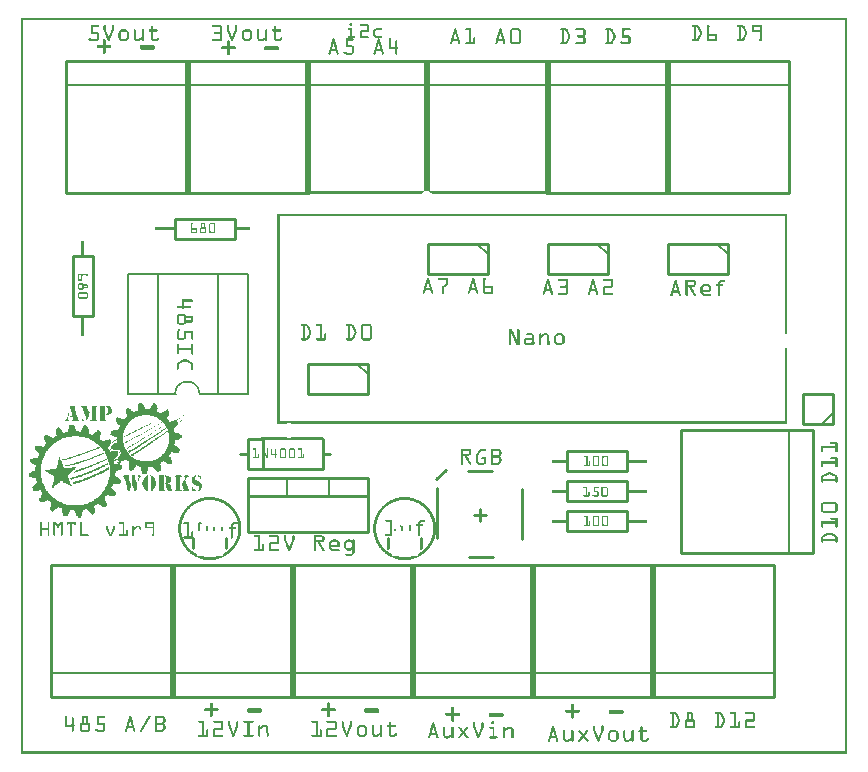
<source format=gto>
G04 MADE WITH FRITZING*
G04 WWW.FRITZING.ORG*
G04 DOUBLE SIDED*
G04 HOLES PLATED*
G04 CONTOUR ON CENTER OF CONTOUR VECTOR*
%ASAXBY*%
%FSLAX23Y23*%
%MOIN*%
%OFA0B0*%
%SFA1.0B1.0*%
%ADD10C,0.010000*%
%ADD11C,0.005000*%
%ADD12C,0.010417*%
%ADD13C,0.006000*%
%ADD14C,0.008000*%
%ADD15R,0.001000X0.001000*%
%LNSILK1*%
G90*
G70*
G54D10*
X1156Y1300D02*
X956Y1300D01*
D02*
X956Y1300D02*
X956Y1200D01*
D02*
X956Y1200D02*
X1156Y1200D01*
D02*
X1156Y1200D02*
X1156Y1300D01*
G54D11*
D02*
X1121Y1300D02*
X1156Y1265D01*
G54D10*
D02*
X1556Y1700D02*
X1356Y1700D01*
D02*
X1356Y1700D02*
X1356Y1600D01*
D02*
X1356Y1600D02*
X1556Y1600D01*
D02*
X1556Y1600D02*
X1556Y1700D01*
G54D11*
D02*
X1521Y1700D02*
X1556Y1665D01*
G54D10*
D02*
X1956Y1700D02*
X1756Y1700D01*
D02*
X1756Y1700D02*
X1756Y1600D01*
D02*
X1756Y1600D02*
X1956Y1600D01*
D02*
X1956Y1600D02*
X1956Y1700D01*
G54D11*
D02*
X1921Y1700D02*
X1956Y1665D01*
G54D10*
D02*
X2356Y1700D02*
X2156Y1700D01*
D02*
X2156Y1700D02*
X2156Y1600D01*
D02*
X2156Y1600D02*
X2356Y1600D01*
D02*
X2356Y1600D02*
X2356Y1700D01*
G54D11*
D02*
X2321Y1700D02*
X2356Y1665D01*
G54D10*
D02*
X2706Y1100D02*
X2706Y1200D01*
D02*
X2706Y1200D02*
X2606Y1200D01*
D02*
X2606Y1200D02*
X2606Y1100D01*
D02*
X2606Y1100D02*
X2706Y1100D01*
G54D11*
D02*
X2706Y1135D02*
X2671Y1100D01*
G54D12*
D02*
X1490Y944D02*
X1569Y944D01*
D02*
X1388Y718D02*
X1388Y885D01*
D02*
X1672Y716D02*
X1672Y883D01*
D02*
X1494Y655D02*
X1573Y655D01*
D02*
X1510Y797D02*
X1549Y797D01*
D02*
X1529Y816D02*
X1529Y777D01*
D02*
X1384Y915D02*
X1417Y947D01*
G54D13*
D02*
X356Y1600D02*
X356Y1200D01*
D02*
X756Y1200D02*
X756Y1600D01*
D02*
X356Y1600D02*
X456Y1600D01*
D02*
X356Y1200D02*
X456Y1200D01*
D02*
X756Y1200D02*
X656Y1200D01*
D02*
X456Y1200D02*
X456Y1600D01*
G54D14*
D02*
X456Y1200D02*
X516Y1200D01*
G54D13*
D02*
X456Y1600D02*
X656Y1600D01*
D02*
X656Y1200D02*
X656Y1600D01*
D02*
X656Y1200D02*
X596Y1200D01*
D02*
X656Y1600D02*
X756Y1600D01*
G54D10*
D02*
X173Y1460D02*
X173Y1660D01*
D02*
X173Y1660D02*
X239Y1660D01*
D02*
X239Y1660D02*
X239Y1460D01*
D02*
X239Y1460D02*
X173Y1460D01*
D02*
X515Y1783D02*
X715Y1783D01*
D02*
X715Y1783D02*
X715Y1717D01*
D02*
X715Y1717D02*
X515Y1717D01*
D02*
X515Y1717D02*
X515Y1783D01*
D02*
X756Y920D02*
X1156Y920D01*
D02*
X1156Y920D02*
X1156Y740D01*
D02*
X1156Y740D02*
X756Y740D01*
D02*
X756Y740D02*
X756Y920D01*
D02*
X756Y920D02*
X1156Y920D01*
D02*
X1156Y920D02*
X1156Y860D01*
D02*
X1156Y860D02*
X756Y860D01*
D02*
X756Y860D02*
X756Y920D01*
G54D11*
D02*
X886Y920D02*
X886Y860D01*
D02*
X1026Y920D02*
X1026Y860D01*
G54D10*
D02*
X2021Y742D02*
X1821Y742D01*
D02*
X1821Y742D02*
X1821Y808D01*
D02*
X1821Y808D02*
X2021Y808D01*
D02*
X2021Y808D02*
X2021Y742D01*
D02*
X2021Y942D02*
X1821Y942D01*
D02*
X1821Y942D02*
X1821Y1008D01*
D02*
X1821Y1008D02*
X2021Y1008D01*
D02*
X2021Y1008D02*
X2021Y942D01*
D02*
X2021Y842D02*
X1821Y842D01*
D02*
X1821Y842D02*
X1821Y908D01*
D02*
X1821Y908D02*
X2021Y908D01*
D02*
X2021Y908D02*
X2021Y842D01*
D02*
X756Y950D02*
X806Y950D01*
D02*
X806Y950D02*
X1006Y950D01*
D02*
X1006Y950D02*
X1006Y1000D01*
D02*
X1006Y1000D02*
X1006Y1050D01*
D02*
X806Y1050D02*
X756Y1050D01*
D02*
X756Y1050D02*
X756Y1000D01*
D02*
X756Y1000D02*
X756Y950D01*
D02*
X806Y950D02*
X806Y1050D01*
D02*
X1006Y1000D02*
X1031Y1000D01*
D02*
X756Y1000D02*
X731Y1000D01*
D02*
X151Y1870D02*
X561Y1870D01*
D02*
X561Y1870D02*
X561Y2310D01*
D02*
X561Y2310D02*
X151Y2310D01*
D02*
X151Y2310D02*
X151Y1870D01*
G54D11*
D02*
X561Y2230D02*
X151Y2230D01*
G54D10*
D02*
X551Y1870D02*
X961Y1870D01*
D02*
X961Y1870D02*
X961Y2310D01*
D02*
X961Y2310D02*
X551Y2310D01*
D02*
X551Y2310D02*
X551Y1870D01*
G54D11*
D02*
X961Y2230D02*
X551Y2230D01*
G54D10*
D02*
X1361Y2310D02*
X951Y2310D01*
D02*
X951Y2310D02*
X951Y1870D01*
G54D11*
D02*
X1361Y2230D02*
X951Y2230D01*
G54D10*
D02*
X1761Y1870D02*
X1761Y2310D01*
D02*
X1761Y2310D02*
X1351Y2310D01*
G54D11*
D02*
X1761Y2230D02*
X1351Y2230D01*
G54D10*
D02*
X1751Y1870D02*
X2161Y1870D01*
D02*
X2161Y1870D02*
X2161Y2310D01*
D02*
X2161Y2310D02*
X1751Y2310D01*
D02*
X1751Y2310D02*
X1751Y1870D01*
G54D11*
D02*
X2161Y2230D02*
X1751Y2230D01*
G54D10*
D02*
X2151Y1870D02*
X2561Y1870D01*
D02*
X2561Y1870D02*
X2561Y2310D01*
D02*
X2561Y2310D02*
X2151Y2310D01*
D02*
X2151Y2310D02*
X2151Y1870D01*
G54D11*
D02*
X2561Y2230D02*
X2151Y2230D01*
G54D10*
D02*
X511Y630D02*
X101Y630D01*
D02*
X101Y630D02*
X101Y190D01*
D02*
X101Y190D02*
X511Y190D01*
D02*
X511Y190D02*
X511Y630D01*
G54D11*
D02*
X101Y270D02*
X511Y270D01*
G54D10*
D02*
X911Y630D02*
X501Y630D01*
D02*
X501Y630D02*
X501Y190D01*
D02*
X501Y190D02*
X911Y190D01*
D02*
X911Y190D02*
X911Y630D01*
G54D11*
D02*
X501Y270D02*
X911Y270D01*
G54D10*
D02*
X1311Y630D02*
X901Y630D01*
D02*
X901Y630D02*
X901Y190D01*
D02*
X901Y190D02*
X1311Y190D01*
D02*
X1311Y190D02*
X1311Y630D01*
G54D11*
D02*
X901Y270D02*
X1311Y270D01*
G54D10*
D02*
X2111Y630D02*
X1701Y630D01*
D02*
X1701Y630D02*
X1701Y190D01*
D02*
X1701Y190D02*
X2111Y190D01*
D02*
X2111Y190D02*
X2111Y630D01*
G54D11*
D02*
X1701Y270D02*
X2111Y270D01*
G54D10*
D02*
X2511Y630D02*
X2101Y630D01*
D02*
X2101Y630D02*
X2101Y190D01*
D02*
X2101Y190D02*
X2511Y190D01*
D02*
X2511Y190D02*
X2511Y630D01*
G54D11*
D02*
X2101Y270D02*
X2511Y270D01*
G54D10*
D02*
X2201Y1080D02*
X2201Y670D01*
D02*
X2201Y670D02*
X2641Y670D01*
D02*
X2641Y670D02*
X2641Y1080D01*
D02*
X2641Y1080D02*
X2201Y1080D01*
G54D11*
D02*
X2561Y670D02*
X2561Y1080D01*
G54D10*
D02*
X1711Y630D02*
X1301Y630D01*
D02*
X1301Y630D02*
X1301Y190D01*
D02*
X1301Y190D02*
X1711Y190D01*
D02*
X1711Y190D02*
X1711Y630D01*
G54D11*
D02*
X1301Y270D02*
X1711Y270D01*
G36*
X165Y1160D02*
X165Y1148D01*
X167Y1148D01*
X167Y1138D01*
X169Y1138D01*
X169Y1131D01*
X171Y1131D01*
X171Y1125D01*
X163Y1125D01*
X163Y1123D01*
X173Y1123D01*
X173Y1111D01*
X171Y1111D01*
X171Y1109D01*
X193Y1109D01*
X193Y1111D01*
X191Y1111D01*
X191Y1113D01*
X189Y1113D01*
X189Y1121D01*
X187Y1121D01*
X187Y1129D01*
X185Y1129D01*
X185Y1136D01*
X183Y1136D01*
X183Y1144D01*
X181Y1144D01*
X181Y1154D01*
X179Y1154D01*
X179Y1160D01*
X165Y1160D01*
G37*
D02*
G36*
X203Y1160D02*
X203Y1158D01*
X201Y1158D01*
X201Y1156D01*
X204Y1156D01*
X204Y1154D01*
X206Y1154D01*
X206Y1148D01*
X208Y1148D01*
X208Y1142D01*
X210Y1142D01*
X210Y1136D01*
X226Y1136D01*
X226Y1142D01*
X224Y1142D01*
X224Y1148D01*
X222Y1148D01*
X222Y1152D01*
X220Y1152D01*
X220Y1158D01*
X218Y1158D01*
X218Y1160D01*
X203Y1160D01*
G37*
D02*
G36*
X228Y1140D02*
X228Y1136D01*
X230Y1136D01*
X230Y1140D01*
X228Y1140D01*
G37*
D02*
G36*
X212Y1136D02*
X212Y1135D01*
X230Y1135D01*
X230Y1136D01*
X212Y1136D01*
G37*
D02*
G36*
X212Y1136D02*
X212Y1135D01*
X230Y1135D01*
X230Y1136D01*
X212Y1136D01*
G37*
D02*
G36*
X212Y1135D02*
X212Y1131D01*
X214Y1131D01*
X214Y1125D01*
X216Y1125D01*
X216Y1119D01*
X218Y1119D01*
X218Y1113D01*
X220Y1113D01*
X220Y1109D01*
X222Y1109D01*
X222Y1115D01*
X224Y1115D01*
X224Y1121D01*
X226Y1121D01*
X226Y1129D01*
X228Y1129D01*
X228Y1135D01*
X212Y1135D01*
G37*
D02*
G36*
X236Y1160D02*
X236Y1113D01*
X234Y1113D01*
X234Y1111D01*
X232Y1111D01*
X232Y1109D01*
X253Y1109D01*
X253Y1111D01*
X249Y1111D01*
X249Y1156D01*
X253Y1156D01*
X253Y1158D01*
X251Y1158D01*
X251Y1160D01*
X236Y1160D01*
G37*
D02*
G36*
X263Y1160D02*
X263Y1156D01*
X265Y1156D01*
X265Y1111D01*
X263Y1111D01*
X263Y1109D01*
X284Y1109D01*
X284Y1111D01*
X281Y1111D01*
X281Y1160D01*
X263Y1160D01*
G37*
D02*
G36*
X284Y1158D02*
X284Y1156D01*
X288Y1156D01*
X288Y1152D01*
X290Y1152D01*
X290Y1136D01*
X288Y1136D01*
X288Y1131D01*
X284Y1131D01*
X284Y1129D01*
X294Y1129D01*
X294Y1131D01*
X298Y1131D01*
X298Y1133D01*
X300Y1133D01*
X300Y1135D01*
X302Y1135D01*
X302Y1136D01*
X304Y1136D01*
X304Y1150D01*
X302Y1150D01*
X302Y1154D01*
X300Y1154D01*
X300Y1156D01*
X296Y1156D01*
X296Y1158D01*
X284Y1158D01*
G37*
D02*
G36*
X160Y1142D02*
X160Y1135D01*
X162Y1135D01*
X162Y1142D01*
X160Y1142D01*
G37*
D02*
G36*
X158Y1135D02*
X158Y1127D01*
X160Y1127D01*
X160Y1135D01*
X158Y1135D01*
G37*
D02*
G36*
X206Y1133D02*
X206Y1115D01*
X204Y1115D01*
X204Y1111D01*
X203Y1111D01*
X203Y1109D01*
X212Y1109D01*
X212Y1111D01*
X210Y1111D01*
X210Y1113D01*
X208Y1113D01*
X208Y1133D01*
X206Y1133D01*
G37*
D02*
G36*
X542Y1129D02*
X542Y1127D01*
X544Y1127D01*
X544Y1129D01*
X542Y1129D01*
G37*
D02*
G36*
X156Y1127D02*
X156Y1121D01*
X158Y1121D01*
X158Y1127D01*
X156Y1127D01*
G37*
D02*
G36*
X534Y1123D02*
X534Y1121D01*
X536Y1121D01*
X536Y1123D01*
X534Y1123D01*
G37*
D02*
G36*
X154Y1121D02*
X154Y1115D01*
X152Y1115D01*
X152Y1111D01*
X148Y1111D01*
X148Y1109D01*
X160Y1109D01*
X160Y1111D01*
X158Y1111D01*
X158Y1113D01*
X156Y1113D01*
X156Y1121D01*
X154Y1121D01*
G37*
D02*
G36*
X528Y1119D02*
X528Y1117D01*
X530Y1117D01*
X530Y1119D01*
X528Y1119D01*
G37*
D02*
G36*
X526Y1117D02*
X526Y1115D01*
X528Y1115D01*
X528Y1117D01*
X526Y1117D01*
G37*
D02*
G36*
X522Y1115D02*
X522Y1113D01*
X524Y1113D01*
X524Y1115D01*
X522Y1115D01*
G37*
D02*
G36*
X540Y1115D02*
X540Y1113D01*
X542Y1113D01*
X542Y1115D01*
X540Y1115D01*
G37*
D02*
G36*
X454Y1113D02*
X454Y1111D01*
X456Y1111D01*
X456Y1113D01*
X454Y1113D01*
G37*
D02*
G36*
X450Y1111D02*
X450Y1109D01*
X452Y1109D01*
X452Y1111D01*
X450Y1111D01*
G37*
D02*
G36*
X534Y1111D02*
X534Y1109D01*
X536Y1109D01*
X536Y1111D01*
X534Y1111D01*
G37*
D02*
G36*
X446Y1109D02*
X446Y1107D01*
X448Y1107D01*
X448Y1109D01*
X446Y1109D01*
G37*
D02*
G36*
X532Y1109D02*
X532Y1107D01*
X534Y1107D01*
X534Y1109D01*
X532Y1109D01*
G37*
D02*
G36*
X442Y1107D02*
X442Y1105D01*
X444Y1105D01*
X444Y1107D01*
X442Y1107D01*
G37*
D02*
G36*
X530Y1107D02*
X530Y1105D01*
X532Y1105D01*
X532Y1107D01*
X530Y1107D01*
G37*
D02*
G36*
X439Y1105D02*
X439Y1103D01*
X440Y1103D01*
X440Y1105D01*
X439Y1105D01*
G37*
D02*
G36*
X468Y1105D02*
X468Y1103D01*
X470Y1103D01*
X470Y1105D01*
X468Y1105D01*
G37*
D02*
G36*
X526Y1105D02*
X526Y1103D01*
X528Y1103D01*
X528Y1105D01*
X526Y1105D01*
G37*
D02*
G36*
X435Y1103D02*
X435Y1101D01*
X437Y1101D01*
X437Y1103D01*
X435Y1103D01*
G37*
D02*
G36*
X431Y1101D02*
X431Y1099D01*
X435Y1099D01*
X435Y1101D01*
X431Y1101D01*
G37*
D02*
G36*
X427Y1099D02*
X427Y1097D01*
X431Y1097D01*
X431Y1099D01*
X427Y1099D01*
G37*
D02*
G36*
X458Y1099D02*
X458Y1097D01*
X460Y1097D01*
X460Y1099D01*
X458Y1099D01*
G37*
D02*
G36*
X423Y1097D02*
X423Y1095D01*
X427Y1095D01*
X427Y1097D01*
X423Y1097D01*
G37*
D02*
G36*
X454Y1097D02*
X454Y1095D01*
X456Y1095D01*
X456Y1097D01*
X454Y1097D01*
G37*
D02*
G36*
X417Y1095D02*
X417Y1094D01*
X413Y1094D01*
X413Y1092D01*
X409Y1092D01*
X409Y1090D01*
X405Y1090D01*
X405Y1088D01*
X401Y1088D01*
X401Y1086D01*
X398Y1086D01*
X398Y1084D01*
X394Y1084D01*
X394Y1082D01*
X390Y1082D01*
X390Y1080D01*
X386Y1080D01*
X386Y1078D01*
X382Y1078D01*
X382Y1076D01*
X378Y1076D01*
X378Y1074D01*
X374Y1074D01*
X374Y1072D01*
X370Y1072D01*
X370Y1070D01*
X364Y1070D01*
X364Y1068D01*
X361Y1068D01*
X361Y1066D01*
X357Y1066D01*
X357Y1064D01*
X353Y1064D01*
X353Y1062D01*
X349Y1062D01*
X349Y1060D01*
X345Y1060D01*
X345Y1058D01*
X343Y1058D01*
X343Y1056D01*
X347Y1056D01*
X347Y1058D01*
X351Y1058D01*
X351Y1060D01*
X357Y1060D01*
X357Y1062D01*
X361Y1062D01*
X361Y1064D01*
X364Y1064D01*
X364Y1066D01*
X368Y1066D01*
X368Y1068D01*
X372Y1068D01*
X372Y1070D01*
X376Y1070D01*
X376Y1072D01*
X380Y1072D01*
X380Y1074D01*
X384Y1074D01*
X384Y1076D01*
X388Y1076D01*
X388Y1078D01*
X392Y1078D01*
X392Y1080D01*
X396Y1080D01*
X396Y1082D01*
X400Y1082D01*
X400Y1084D01*
X403Y1084D01*
X403Y1086D01*
X407Y1086D01*
X407Y1088D01*
X411Y1088D01*
X411Y1090D01*
X415Y1090D01*
X415Y1092D01*
X419Y1092D01*
X419Y1094D01*
X423Y1094D01*
X423Y1095D01*
X417Y1095D01*
G37*
D02*
G36*
X476Y1095D02*
X476Y1094D01*
X478Y1094D01*
X478Y1095D01*
X476Y1095D01*
G37*
D02*
G36*
X448Y1094D02*
X448Y1092D01*
X450Y1092D01*
X450Y1094D01*
X448Y1094D01*
G37*
D02*
G36*
X444Y1092D02*
X444Y1090D01*
X446Y1090D01*
X446Y1092D01*
X444Y1092D01*
G37*
D02*
G36*
X470Y1092D02*
X470Y1090D01*
X472Y1090D01*
X472Y1092D01*
X470Y1092D01*
G37*
D02*
G36*
X440Y1090D02*
X440Y1088D01*
X442Y1088D01*
X442Y1090D01*
X440Y1090D01*
G37*
D02*
G36*
X468Y1090D02*
X468Y1088D01*
X470Y1088D01*
X470Y1090D01*
X468Y1090D01*
G37*
D02*
G36*
X439Y1088D02*
X439Y1086D01*
X440Y1086D01*
X440Y1088D01*
X439Y1088D01*
G37*
D02*
G36*
X464Y1088D02*
X464Y1086D01*
X466Y1086D01*
X466Y1088D01*
X464Y1088D01*
G37*
D02*
G36*
X435Y1086D02*
X435Y1084D01*
X437Y1084D01*
X437Y1086D01*
X435Y1086D01*
G37*
D02*
G36*
X462Y1086D02*
X462Y1084D01*
X464Y1084D01*
X464Y1086D01*
X462Y1086D01*
G37*
D02*
G36*
X479Y1086D02*
X479Y1084D01*
X478Y1084D01*
X478Y1082D01*
X474Y1082D01*
X474Y1080D01*
X472Y1080D01*
X472Y1078D01*
X468Y1078D01*
X468Y1076D01*
X466Y1076D01*
X466Y1074D01*
X462Y1074D01*
X462Y1072D01*
X460Y1072D01*
X460Y1070D01*
X456Y1070D01*
X456Y1068D01*
X454Y1068D01*
X454Y1066D01*
X450Y1066D01*
X450Y1064D01*
X448Y1064D01*
X448Y1062D01*
X444Y1062D01*
X444Y1060D01*
X442Y1060D01*
X442Y1058D01*
X439Y1058D01*
X439Y1056D01*
X437Y1056D01*
X437Y1055D01*
X433Y1055D01*
X433Y1053D01*
X431Y1053D01*
X431Y1051D01*
X427Y1051D01*
X427Y1049D01*
X423Y1049D01*
X423Y1047D01*
X421Y1047D01*
X421Y1045D01*
X417Y1045D01*
X417Y1043D01*
X415Y1043D01*
X415Y1041D01*
X411Y1041D01*
X411Y1039D01*
X407Y1039D01*
X407Y1037D01*
X405Y1037D01*
X405Y1035D01*
X401Y1035D01*
X401Y1033D01*
X400Y1033D01*
X400Y1031D01*
X396Y1031D01*
X396Y1029D01*
X392Y1029D01*
X392Y1027D01*
X390Y1027D01*
X390Y1025D01*
X386Y1025D01*
X386Y1023D01*
X382Y1023D01*
X382Y1021D01*
X380Y1021D01*
X380Y1019D01*
X376Y1019D01*
X376Y1017D01*
X372Y1017D01*
X372Y1016D01*
X370Y1016D01*
X370Y1014D01*
X366Y1014D01*
X366Y1012D01*
X362Y1012D01*
X362Y1010D01*
X361Y1010D01*
X361Y1008D01*
X357Y1008D01*
X357Y1006D01*
X359Y1006D01*
X359Y1004D01*
X364Y1004D01*
X364Y1006D01*
X366Y1006D01*
X366Y1008D01*
X370Y1008D01*
X370Y1010D01*
X374Y1010D01*
X374Y1012D01*
X376Y1012D01*
X376Y1014D01*
X380Y1014D01*
X380Y1016D01*
X382Y1016D01*
X382Y1017D01*
X386Y1017D01*
X386Y1019D01*
X390Y1019D01*
X390Y1021D01*
X392Y1021D01*
X392Y1023D01*
X396Y1023D01*
X396Y1025D01*
X398Y1025D01*
X398Y1027D01*
X401Y1027D01*
X401Y1029D01*
X403Y1029D01*
X403Y1031D01*
X407Y1031D01*
X407Y1033D01*
X411Y1033D01*
X411Y1035D01*
X413Y1035D01*
X413Y1037D01*
X417Y1037D01*
X417Y1039D01*
X419Y1039D01*
X419Y1041D01*
X423Y1041D01*
X423Y1043D01*
X425Y1043D01*
X425Y1045D01*
X429Y1045D01*
X429Y1047D01*
X431Y1047D01*
X431Y1049D01*
X435Y1049D01*
X435Y1051D01*
X437Y1051D01*
X437Y1053D01*
X440Y1053D01*
X440Y1055D01*
X442Y1055D01*
X442Y1056D01*
X446Y1056D01*
X446Y1058D01*
X448Y1058D01*
X448Y1060D01*
X452Y1060D01*
X452Y1062D01*
X454Y1062D01*
X454Y1064D01*
X456Y1064D01*
X456Y1066D01*
X460Y1066D01*
X460Y1068D01*
X462Y1068D01*
X462Y1070D01*
X466Y1070D01*
X466Y1072D01*
X468Y1072D01*
X468Y1074D01*
X472Y1074D01*
X472Y1076D01*
X474Y1076D01*
X474Y1078D01*
X476Y1078D01*
X476Y1080D01*
X479Y1080D01*
X479Y1082D01*
X481Y1082D01*
X481Y1084D01*
X485Y1084D01*
X485Y1086D01*
X479Y1086D01*
G37*
D02*
G36*
X431Y1084D02*
X431Y1082D01*
X433Y1082D01*
X433Y1084D01*
X431Y1084D01*
G37*
D02*
G36*
X458Y1084D02*
X458Y1082D01*
X460Y1082D01*
X460Y1084D01*
X458Y1084D01*
G37*
D02*
G36*
X427Y1082D02*
X427Y1080D01*
X431Y1080D01*
X431Y1082D01*
X427Y1082D01*
G37*
D02*
G36*
X456Y1082D02*
X456Y1080D01*
X458Y1080D01*
X458Y1082D01*
X456Y1082D01*
G37*
D02*
G36*
X396Y1170D02*
X396Y1168D01*
X405Y1168D01*
X405Y1170D01*
X396Y1170D01*
G37*
D02*
G36*
X394Y1168D02*
X394Y1166D01*
X392Y1166D01*
X392Y1160D01*
X390Y1160D01*
X390Y1148D01*
X413Y1148D01*
X413Y1156D01*
X411Y1156D01*
X411Y1160D01*
X409Y1160D01*
X409Y1164D01*
X407Y1164D01*
X407Y1166D01*
X405Y1166D01*
X405Y1168D01*
X394Y1168D01*
G37*
D02*
G36*
X442Y1168D02*
X442Y1166D01*
X440Y1166D01*
X440Y1164D01*
X439Y1164D01*
X439Y1162D01*
X437Y1162D01*
X437Y1160D01*
X435Y1160D01*
X435Y1156D01*
X433Y1156D01*
X433Y1152D01*
X431Y1152D01*
X431Y1148D01*
X456Y1148D01*
X456Y1152D01*
X454Y1152D01*
X454Y1164D01*
X452Y1164D01*
X452Y1166D01*
X448Y1166D01*
X448Y1168D01*
X442Y1168D01*
G37*
D02*
G36*
X355Y1154D02*
X355Y1152D01*
X353Y1152D01*
X353Y1150D01*
X349Y1150D01*
X349Y1138D01*
X374Y1138D01*
X374Y1142D01*
X372Y1142D01*
X372Y1144D01*
X368Y1144D01*
X368Y1146D01*
X366Y1146D01*
X366Y1148D01*
X364Y1148D01*
X364Y1150D01*
X362Y1150D01*
X362Y1152D01*
X359Y1152D01*
X359Y1154D01*
X355Y1154D01*
G37*
D02*
G36*
X390Y1148D02*
X390Y1146D01*
X454Y1146D01*
X454Y1148D01*
X390Y1148D01*
G37*
D02*
G36*
X390Y1148D02*
X390Y1146D01*
X454Y1146D01*
X454Y1148D01*
X390Y1148D01*
G37*
D02*
G36*
X487Y1148D02*
X487Y1146D01*
X483Y1146D01*
X483Y1144D01*
X479Y1144D01*
X479Y1142D01*
X476Y1142D01*
X476Y1140D01*
X474Y1140D01*
X474Y1138D01*
X472Y1138D01*
X472Y1136D01*
X470Y1136D01*
X470Y1135D01*
X495Y1135D01*
X495Y1142D01*
X493Y1142D01*
X493Y1144D01*
X491Y1144D01*
X491Y1146D01*
X489Y1146D01*
X489Y1148D01*
X487Y1148D01*
G37*
D02*
G36*
X390Y1146D02*
X390Y1144D01*
X388Y1144D01*
X388Y1142D01*
X382Y1142D01*
X382Y1140D01*
X378Y1140D01*
X378Y1138D01*
X458Y1138D01*
X458Y1140D01*
X454Y1140D01*
X454Y1146D01*
X390Y1146D01*
G37*
D02*
G36*
X349Y1138D02*
X349Y1136D01*
X462Y1136D01*
X462Y1138D01*
X349Y1138D01*
G37*
D02*
G36*
X349Y1138D02*
X349Y1136D01*
X462Y1136D01*
X462Y1138D01*
X349Y1138D01*
G37*
D02*
G36*
X351Y1136D02*
X351Y1135D01*
X466Y1135D01*
X466Y1136D01*
X351Y1136D01*
G37*
D02*
G36*
X351Y1135D02*
X351Y1133D01*
X495Y1133D01*
X495Y1135D01*
X351Y1135D01*
G37*
D02*
G36*
X351Y1135D02*
X351Y1133D01*
X495Y1133D01*
X495Y1135D01*
X351Y1135D01*
G37*
D02*
G36*
X351Y1133D02*
X351Y1131D01*
X353Y1131D01*
X353Y1129D01*
X429Y1129D01*
X429Y1127D01*
X439Y1127D01*
X439Y1125D01*
X444Y1125D01*
X444Y1123D01*
X450Y1123D01*
X450Y1121D01*
X454Y1121D01*
X454Y1119D01*
X456Y1119D01*
X456Y1117D01*
X460Y1117D01*
X460Y1115D01*
X462Y1115D01*
X462Y1113D01*
X466Y1113D01*
X466Y1111D01*
X468Y1111D01*
X468Y1109D01*
X470Y1109D01*
X470Y1107D01*
X495Y1107D01*
X495Y1109D01*
X493Y1109D01*
X493Y1113D01*
X491Y1113D01*
X491Y1115D01*
X489Y1115D01*
X489Y1117D01*
X487Y1117D01*
X487Y1121D01*
X489Y1121D01*
X489Y1123D01*
X491Y1123D01*
X491Y1127D01*
X493Y1127D01*
X493Y1133D01*
X351Y1133D01*
G37*
D02*
G36*
X353Y1129D02*
X353Y1127D01*
X355Y1127D01*
X355Y1125D01*
X353Y1125D01*
X353Y1123D01*
X351Y1123D01*
X351Y1121D01*
X349Y1121D01*
X349Y1119D01*
X347Y1119D01*
X347Y1117D01*
X345Y1117D01*
X345Y1113D01*
X372Y1113D01*
X372Y1115D01*
X374Y1115D01*
X374Y1117D01*
X378Y1117D01*
X378Y1119D01*
X382Y1119D01*
X382Y1121D01*
X386Y1121D01*
X386Y1123D01*
X390Y1123D01*
X390Y1125D01*
X396Y1125D01*
X396Y1127D01*
X403Y1127D01*
X403Y1129D01*
X353Y1129D01*
G37*
D02*
G36*
X320Y1121D02*
X320Y1119D01*
X318Y1119D01*
X318Y1115D01*
X316Y1115D01*
X316Y1113D01*
X343Y1113D01*
X343Y1115D01*
X339Y1115D01*
X339Y1117D01*
X335Y1117D01*
X335Y1119D01*
X325Y1119D01*
X325Y1121D01*
X320Y1121D01*
G37*
D02*
G36*
X314Y1113D02*
X314Y1111D01*
X370Y1111D01*
X370Y1113D01*
X314Y1113D01*
G37*
D02*
G36*
X314Y1113D02*
X314Y1111D01*
X370Y1111D01*
X370Y1113D01*
X314Y1113D01*
G37*
D02*
G36*
X316Y1111D02*
X316Y1109D01*
X318Y1109D01*
X318Y1105D01*
X320Y1105D01*
X320Y1103D01*
X321Y1103D01*
X321Y1099D01*
X323Y1099D01*
X323Y1097D01*
X325Y1097D01*
X325Y1095D01*
X329Y1095D01*
X329Y1090D01*
X327Y1090D01*
X327Y1084D01*
X325Y1084D01*
X325Y1078D01*
X345Y1078D01*
X345Y1080D01*
X347Y1080D01*
X347Y1086D01*
X349Y1086D01*
X349Y1090D01*
X351Y1090D01*
X351Y1092D01*
X353Y1092D01*
X353Y1095D01*
X355Y1095D01*
X355Y1097D01*
X357Y1097D01*
X357Y1101D01*
X359Y1101D01*
X359Y1103D01*
X361Y1103D01*
X361Y1105D01*
X362Y1105D01*
X362Y1107D01*
X364Y1107D01*
X364Y1109D01*
X366Y1109D01*
X366Y1111D01*
X316Y1111D01*
G37*
D02*
G36*
X509Y1111D02*
X509Y1109D01*
X501Y1109D01*
X501Y1107D01*
X522Y1107D01*
X522Y1109D01*
X520Y1109D01*
X520Y1111D01*
X509Y1111D01*
G37*
D02*
G36*
X472Y1107D02*
X472Y1105D01*
X522Y1105D01*
X522Y1107D01*
X472Y1107D01*
G37*
D02*
G36*
X472Y1107D02*
X472Y1105D01*
X522Y1105D01*
X522Y1107D01*
X472Y1107D01*
G37*
D02*
G36*
X474Y1105D02*
X474Y1103D01*
X476Y1103D01*
X476Y1101D01*
X478Y1101D01*
X478Y1099D01*
X479Y1099D01*
X479Y1095D01*
X481Y1095D01*
X481Y1094D01*
X483Y1094D01*
X483Y1090D01*
X485Y1090D01*
X485Y1086D01*
X487Y1086D01*
X487Y1082D01*
X489Y1082D01*
X489Y1078D01*
X491Y1078D01*
X491Y1070D01*
X493Y1070D01*
X493Y1068D01*
X513Y1068D01*
X513Y1072D01*
X511Y1072D01*
X511Y1080D01*
X509Y1080D01*
X509Y1086D01*
X513Y1086D01*
X513Y1088D01*
X515Y1088D01*
X515Y1090D01*
X517Y1090D01*
X517Y1092D01*
X519Y1092D01*
X519Y1094D01*
X520Y1094D01*
X520Y1095D01*
X522Y1095D01*
X522Y1097D01*
X524Y1097D01*
X524Y1105D01*
X474Y1105D01*
G37*
D02*
G36*
X316Y1080D02*
X316Y1078D01*
X320Y1078D01*
X320Y1080D01*
X316Y1080D01*
G37*
D02*
G36*
X306Y1078D02*
X306Y1076D01*
X345Y1076D01*
X345Y1078D01*
X306Y1078D01*
G37*
D02*
G36*
X306Y1078D02*
X306Y1076D01*
X345Y1076D01*
X345Y1078D01*
X306Y1078D01*
G37*
D02*
G36*
X302Y1076D02*
X302Y1074D01*
X300Y1074D01*
X300Y1066D01*
X298Y1066D01*
X298Y1064D01*
X302Y1064D01*
X302Y1062D01*
X304Y1062D01*
X304Y1060D01*
X306Y1060D01*
X306Y1058D01*
X310Y1058D01*
X310Y1056D01*
X316Y1056D01*
X316Y1055D01*
X321Y1055D01*
X321Y1037D01*
X316Y1037D01*
X316Y1035D01*
X312Y1035D01*
X312Y1033D01*
X310Y1033D01*
X310Y1031D01*
X306Y1031D01*
X306Y1029D01*
X304Y1029D01*
X304Y1027D01*
X302Y1027D01*
X302Y1017D01*
X304Y1017D01*
X304Y1016D01*
X308Y1016D01*
X308Y1014D01*
X329Y1014D01*
X329Y1010D01*
X331Y1010D01*
X331Y1006D01*
X333Y1006D01*
X333Y1002D01*
X335Y1002D01*
X335Y1000D01*
X333Y1000D01*
X333Y998D01*
X331Y998D01*
X331Y996D01*
X329Y996D01*
X329Y992D01*
X327Y992D01*
X327Y990D01*
X325Y990D01*
X325Y986D01*
X323Y986D01*
X323Y982D01*
X321Y982D01*
X321Y980D01*
X353Y980D01*
X353Y978D01*
X355Y978D01*
X355Y977D01*
X359Y977D01*
X359Y975D01*
X403Y975D01*
X403Y977D01*
X396Y977D01*
X396Y978D01*
X390Y978D01*
X390Y980D01*
X384Y980D01*
X384Y982D01*
X380Y982D01*
X380Y984D01*
X378Y984D01*
X378Y986D01*
X374Y986D01*
X374Y988D01*
X372Y988D01*
X372Y990D01*
X368Y990D01*
X368Y992D01*
X366Y992D01*
X366Y994D01*
X364Y994D01*
X364Y996D01*
X362Y996D01*
X362Y998D01*
X361Y998D01*
X361Y1000D01*
X359Y1000D01*
X359Y1002D01*
X357Y1002D01*
X357Y1006D01*
X355Y1006D01*
X355Y1008D01*
X353Y1008D01*
X353Y1012D01*
X351Y1012D01*
X351Y1014D01*
X349Y1014D01*
X349Y1017D01*
X347Y1017D01*
X347Y1021D01*
X345Y1021D01*
X345Y1027D01*
X343Y1027D01*
X343Y1035D01*
X341Y1035D01*
X341Y1068D01*
X343Y1068D01*
X343Y1076D01*
X302Y1076D01*
G37*
D02*
G36*
X515Y1070D02*
X515Y1068D01*
X519Y1068D01*
X519Y1070D01*
X515Y1070D01*
G37*
D02*
G36*
X493Y1068D02*
X493Y1066D01*
X526Y1066D01*
X526Y1068D01*
X493Y1068D01*
G37*
D02*
G36*
X493Y1068D02*
X493Y1066D01*
X526Y1066D01*
X526Y1068D01*
X493Y1068D01*
G37*
D02*
G36*
X493Y1066D02*
X493Y1060D01*
X495Y1060D01*
X495Y1043D01*
X493Y1043D01*
X493Y1033D01*
X491Y1033D01*
X491Y1025D01*
X489Y1025D01*
X489Y1021D01*
X487Y1021D01*
X487Y1017D01*
X485Y1017D01*
X485Y1014D01*
X483Y1014D01*
X483Y1010D01*
X481Y1010D01*
X481Y1008D01*
X479Y1008D01*
X479Y1006D01*
X507Y1006D01*
X507Y1004D01*
X526Y1004D01*
X526Y1006D01*
X528Y1006D01*
X528Y1010D01*
X530Y1010D01*
X530Y1016D01*
X528Y1016D01*
X528Y1017D01*
X526Y1017D01*
X526Y1019D01*
X524Y1019D01*
X524Y1021D01*
X522Y1021D01*
X522Y1023D01*
X520Y1023D01*
X520Y1025D01*
X517Y1025D01*
X517Y1027D01*
X513Y1027D01*
X513Y1029D01*
X511Y1029D01*
X511Y1031D01*
X513Y1031D01*
X513Y1043D01*
X515Y1043D01*
X515Y1045D01*
X520Y1045D01*
X520Y1047D01*
X526Y1047D01*
X526Y1049D01*
X530Y1049D01*
X530Y1051D01*
X534Y1051D01*
X534Y1053D01*
X536Y1053D01*
X536Y1064D01*
X532Y1064D01*
X532Y1066D01*
X493Y1066D01*
G37*
D02*
G36*
X479Y1006D02*
X479Y1004D01*
X478Y1004D01*
X478Y1002D01*
X476Y1002D01*
X476Y1000D01*
X474Y1000D01*
X474Y998D01*
X472Y998D01*
X472Y996D01*
X470Y996D01*
X470Y994D01*
X468Y994D01*
X468Y992D01*
X466Y992D01*
X466Y990D01*
X464Y990D01*
X464Y988D01*
X460Y988D01*
X460Y986D01*
X458Y986D01*
X458Y984D01*
X454Y984D01*
X454Y982D01*
X450Y982D01*
X450Y980D01*
X444Y980D01*
X444Y978D01*
X440Y978D01*
X440Y977D01*
X431Y977D01*
X431Y975D01*
X478Y975D01*
X478Y973D01*
X481Y973D01*
X481Y971D01*
X483Y971D01*
X483Y969D01*
X487Y969D01*
X487Y967D01*
X493Y967D01*
X493Y965D01*
X501Y965D01*
X501Y967D01*
X503Y967D01*
X503Y969D01*
X505Y969D01*
X505Y977D01*
X503Y977D01*
X503Y980D01*
X501Y980D01*
X501Y984D01*
X499Y984D01*
X499Y988D01*
X497Y988D01*
X497Y990D01*
X495Y990D01*
X495Y996D01*
X497Y996D01*
X497Y998D01*
X499Y998D01*
X499Y1002D01*
X501Y1002D01*
X501Y1006D01*
X479Y1006D01*
G37*
D02*
G36*
X321Y980D02*
X321Y978D01*
X323Y978D01*
X323Y977D01*
X325Y977D01*
X325Y975D01*
X327Y975D01*
X327Y973D01*
X335Y973D01*
X335Y975D01*
X341Y975D01*
X341Y977D01*
X345Y977D01*
X345Y978D01*
X347Y978D01*
X347Y980D01*
X321Y980D01*
G37*
D02*
G36*
X361Y975D02*
X361Y973D01*
X474Y973D01*
X474Y975D01*
X361Y975D01*
G37*
D02*
G36*
X361Y975D02*
X361Y973D01*
X474Y973D01*
X474Y975D01*
X361Y975D01*
G37*
D02*
G36*
X362Y973D02*
X362Y969D01*
X361Y969D01*
X361Y961D01*
X388Y961D01*
X388Y959D01*
X394Y959D01*
X394Y957D01*
X442Y957D01*
X442Y953D01*
X444Y953D01*
X444Y949D01*
X446Y949D01*
X446Y947D01*
X448Y947D01*
X448Y945D01*
X450Y945D01*
X450Y943D01*
X452Y943D01*
X452Y941D01*
X454Y941D01*
X454Y939D01*
X460Y939D01*
X460Y941D01*
X466Y941D01*
X466Y963D01*
X464Y963D01*
X464Y967D01*
X466Y967D01*
X466Y969D01*
X468Y969D01*
X468Y971D01*
X472Y971D01*
X472Y973D01*
X362Y973D01*
G37*
D02*
G36*
X359Y961D02*
X359Y947D01*
X361Y947D01*
X361Y945D01*
X364Y945D01*
X364Y943D01*
X370Y943D01*
X370Y945D01*
X372Y945D01*
X372Y947D01*
X376Y947D01*
X376Y949D01*
X378Y949D01*
X378Y951D01*
X380Y951D01*
X380Y955D01*
X382Y955D01*
X382Y957D01*
X384Y957D01*
X384Y961D01*
X359Y961D01*
G37*
D02*
G36*
X400Y957D02*
X400Y949D01*
X401Y949D01*
X401Y941D01*
X403Y941D01*
X403Y937D01*
X405Y937D01*
X405Y934D01*
X407Y934D01*
X407Y932D01*
X417Y932D01*
X417Y934D01*
X419Y934D01*
X419Y937D01*
X421Y937D01*
X421Y941D01*
X423Y941D01*
X423Y947D01*
X425Y947D01*
X425Y955D01*
X431Y955D01*
X431Y957D01*
X400Y957D01*
G37*
D02*
G36*
X425Y1080D02*
X425Y1078D01*
X427Y1078D01*
X427Y1080D01*
X425Y1080D01*
G37*
D02*
G36*
X452Y1080D02*
X452Y1078D01*
X454Y1078D01*
X454Y1080D01*
X452Y1080D01*
G37*
D02*
G36*
X421Y1078D02*
X421Y1076D01*
X423Y1076D01*
X423Y1078D01*
X421Y1078D01*
G37*
D02*
G36*
X448Y1078D02*
X448Y1076D01*
X452Y1076D01*
X452Y1078D01*
X448Y1078D01*
G37*
D02*
G36*
X417Y1076D02*
X417Y1074D01*
X419Y1074D01*
X419Y1076D01*
X417Y1076D01*
G37*
D02*
G36*
X446Y1076D02*
X446Y1074D01*
X448Y1074D01*
X448Y1076D01*
X446Y1076D01*
G37*
D02*
G36*
X485Y1076D02*
X485Y1074D01*
X483Y1074D01*
X483Y1072D01*
X479Y1072D01*
X479Y1070D01*
X478Y1070D01*
X478Y1068D01*
X476Y1068D01*
X476Y1066D01*
X472Y1066D01*
X472Y1064D01*
X470Y1064D01*
X470Y1062D01*
X466Y1062D01*
X466Y1060D01*
X464Y1060D01*
X464Y1058D01*
X460Y1058D01*
X460Y1056D01*
X458Y1056D01*
X458Y1055D01*
X454Y1055D01*
X454Y1053D01*
X452Y1053D01*
X452Y1051D01*
X448Y1051D01*
X448Y1049D01*
X446Y1049D01*
X446Y1047D01*
X442Y1047D01*
X442Y1045D01*
X440Y1045D01*
X440Y1043D01*
X437Y1043D01*
X437Y1041D01*
X435Y1041D01*
X435Y1039D01*
X431Y1039D01*
X431Y1037D01*
X429Y1037D01*
X429Y1035D01*
X425Y1035D01*
X425Y1033D01*
X423Y1033D01*
X423Y1031D01*
X419Y1031D01*
X419Y1029D01*
X417Y1029D01*
X417Y1027D01*
X413Y1027D01*
X413Y1025D01*
X411Y1025D01*
X411Y1023D01*
X407Y1023D01*
X407Y1021D01*
X405Y1021D01*
X405Y1019D01*
X401Y1019D01*
X401Y1017D01*
X400Y1017D01*
X400Y1016D01*
X396Y1016D01*
X396Y1014D01*
X392Y1014D01*
X392Y1012D01*
X390Y1012D01*
X390Y1010D01*
X386Y1010D01*
X386Y1008D01*
X384Y1008D01*
X384Y1006D01*
X380Y1006D01*
X380Y1004D01*
X376Y1004D01*
X376Y1002D01*
X374Y1002D01*
X374Y1000D01*
X370Y1000D01*
X370Y998D01*
X366Y998D01*
X366Y996D01*
X368Y996D01*
X368Y994D01*
X370Y994D01*
X370Y992D01*
X372Y992D01*
X372Y994D01*
X376Y994D01*
X376Y996D01*
X378Y996D01*
X378Y998D01*
X382Y998D01*
X382Y1000D01*
X384Y1000D01*
X384Y1002D01*
X388Y1002D01*
X388Y1004D01*
X390Y1004D01*
X390Y1006D01*
X394Y1006D01*
X394Y1008D01*
X396Y1008D01*
X396Y1010D01*
X400Y1010D01*
X400Y1012D01*
X401Y1012D01*
X401Y1014D01*
X405Y1014D01*
X405Y1016D01*
X407Y1016D01*
X407Y1017D01*
X411Y1017D01*
X411Y1019D01*
X413Y1019D01*
X413Y1021D01*
X417Y1021D01*
X417Y1023D01*
X419Y1023D01*
X419Y1025D01*
X423Y1025D01*
X423Y1027D01*
X425Y1027D01*
X425Y1029D01*
X429Y1029D01*
X429Y1031D01*
X431Y1031D01*
X431Y1033D01*
X435Y1033D01*
X435Y1035D01*
X437Y1035D01*
X437Y1037D01*
X439Y1037D01*
X439Y1039D01*
X442Y1039D01*
X442Y1041D01*
X444Y1041D01*
X444Y1043D01*
X448Y1043D01*
X448Y1045D01*
X450Y1045D01*
X450Y1047D01*
X454Y1047D01*
X454Y1049D01*
X456Y1049D01*
X456Y1051D01*
X458Y1051D01*
X458Y1053D01*
X462Y1053D01*
X462Y1055D01*
X464Y1055D01*
X464Y1056D01*
X466Y1056D01*
X466Y1058D01*
X470Y1058D01*
X470Y1060D01*
X472Y1060D01*
X472Y1062D01*
X476Y1062D01*
X476Y1064D01*
X478Y1064D01*
X478Y1066D01*
X479Y1066D01*
X479Y1068D01*
X483Y1068D01*
X483Y1070D01*
X485Y1070D01*
X485Y1072D01*
X487Y1072D01*
X487Y1074D01*
X489Y1074D01*
X489Y1076D01*
X485Y1076D01*
G37*
D02*
G36*
X413Y1074D02*
X413Y1072D01*
X417Y1072D01*
X417Y1074D01*
X413Y1074D01*
G37*
D02*
G36*
X442Y1074D02*
X442Y1072D01*
X446Y1072D01*
X446Y1074D01*
X442Y1074D01*
G37*
D02*
G36*
X409Y1072D02*
X409Y1070D01*
X413Y1070D01*
X413Y1072D01*
X409Y1072D01*
G37*
D02*
G36*
X440Y1072D02*
X440Y1070D01*
X442Y1070D01*
X442Y1072D01*
X440Y1072D01*
G37*
D02*
G36*
X407Y1070D02*
X407Y1068D01*
X409Y1068D01*
X409Y1070D01*
X407Y1070D01*
G37*
D02*
G36*
X437Y1070D02*
X437Y1068D01*
X439Y1068D01*
X439Y1070D01*
X437Y1070D01*
G37*
D02*
G36*
X403Y1068D02*
X403Y1066D01*
X405Y1066D01*
X405Y1068D01*
X403Y1068D01*
G37*
D02*
G36*
X435Y1068D02*
X435Y1066D01*
X437Y1066D01*
X437Y1068D01*
X435Y1068D01*
G37*
D02*
G36*
X400Y1066D02*
X400Y1064D01*
X403Y1064D01*
X403Y1066D01*
X400Y1066D01*
G37*
D02*
G36*
X431Y1066D02*
X431Y1064D01*
X433Y1064D01*
X433Y1066D01*
X431Y1066D01*
G37*
D02*
G36*
X396Y1064D02*
X396Y1062D01*
X400Y1062D01*
X400Y1064D01*
X396Y1064D01*
G37*
D02*
G36*
X427Y1064D02*
X427Y1062D01*
X431Y1062D01*
X431Y1064D01*
X427Y1064D01*
G37*
D02*
G36*
X392Y1062D02*
X392Y1060D01*
X396Y1060D01*
X396Y1062D01*
X392Y1062D01*
G37*
D02*
G36*
X425Y1062D02*
X425Y1060D01*
X427Y1060D01*
X427Y1062D01*
X425Y1062D01*
G37*
D02*
G36*
X388Y1060D02*
X388Y1058D01*
X384Y1058D01*
X384Y1056D01*
X382Y1056D01*
X382Y1055D01*
X386Y1055D01*
X386Y1056D01*
X390Y1056D01*
X390Y1058D01*
X392Y1058D01*
X392Y1060D01*
X388Y1060D01*
G37*
D02*
G36*
X421Y1060D02*
X421Y1058D01*
X425Y1058D01*
X425Y1060D01*
X421Y1060D01*
G37*
D02*
G36*
X419Y1058D02*
X419Y1056D01*
X421Y1056D01*
X421Y1058D01*
X419Y1058D01*
G37*
D02*
G36*
X415Y1056D02*
X415Y1055D01*
X419Y1055D01*
X419Y1056D01*
X415Y1056D01*
G37*
D02*
G36*
X378Y1055D02*
X378Y1053D01*
X382Y1053D01*
X382Y1055D01*
X378Y1055D01*
G37*
D02*
G36*
X411Y1055D02*
X411Y1053D01*
X415Y1053D01*
X415Y1055D01*
X411Y1055D01*
G37*
D02*
G36*
X374Y1053D02*
X374Y1051D01*
X378Y1051D01*
X378Y1053D01*
X374Y1053D01*
G37*
D02*
G36*
X409Y1053D02*
X409Y1051D01*
X411Y1051D01*
X411Y1053D01*
X409Y1053D01*
G37*
D02*
G36*
X370Y1051D02*
X370Y1049D01*
X374Y1049D01*
X374Y1051D01*
X370Y1051D01*
G37*
D02*
G36*
X405Y1051D02*
X405Y1049D01*
X409Y1049D01*
X409Y1051D01*
X405Y1051D01*
G37*
D02*
G36*
X318Y1049D02*
X318Y1047D01*
X314Y1047D01*
X314Y1045D01*
X310Y1045D01*
X310Y1043D01*
X306Y1043D01*
X306Y1039D01*
X310Y1039D01*
X310Y1041D01*
X314Y1041D01*
X314Y1043D01*
X318Y1043D01*
X318Y1045D01*
X320Y1045D01*
X320Y1049D01*
X318Y1049D01*
G37*
D02*
G36*
X366Y1049D02*
X366Y1047D01*
X362Y1047D01*
X362Y1045D01*
X359Y1045D01*
X359Y1043D01*
X355Y1043D01*
X355Y1041D01*
X351Y1041D01*
X351Y1039D01*
X347Y1039D01*
X347Y1037D01*
X345Y1037D01*
X345Y1035D01*
X349Y1035D01*
X349Y1037D01*
X353Y1037D01*
X353Y1039D01*
X357Y1039D01*
X357Y1041D01*
X361Y1041D01*
X361Y1043D01*
X364Y1043D01*
X364Y1045D01*
X368Y1045D01*
X368Y1047D01*
X370Y1047D01*
X370Y1049D01*
X366Y1049D01*
G37*
D02*
G36*
X401Y1049D02*
X401Y1047D01*
X400Y1047D01*
X400Y1045D01*
X403Y1045D01*
X403Y1047D01*
X405Y1047D01*
X405Y1049D01*
X401Y1049D01*
G37*
D02*
G36*
X396Y1045D02*
X396Y1043D01*
X400Y1043D01*
X400Y1045D01*
X396Y1045D01*
G37*
D02*
G36*
X392Y1043D02*
X392Y1041D01*
X390Y1041D01*
X390Y1039D01*
X394Y1039D01*
X394Y1041D01*
X396Y1041D01*
X396Y1043D01*
X392Y1043D01*
G37*
D02*
G36*
X304Y1039D02*
X304Y1037D01*
X306Y1037D01*
X306Y1039D01*
X304Y1039D01*
G37*
D02*
G36*
X386Y1039D02*
X386Y1037D01*
X382Y1037D01*
X382Y1035D01*
X380Y1035D01*
X380Y1033D01*
X384Y1033D01*
X384Y1035D01*
X388Y1035D01*
X388Y1037D01*
X390Y1037D01*
X390Y1039D01*
X386Y1039D01*
G37*
D02*
G36*
X376Y1033D02*
X376Y1031D01*
X372Y1031D01*
X372Y1029D01*
X370Y1029D01*
X370Y1027D01*
X374Y1027D01*
X374Y1029D01*
X378Y1029D01*
X378Y1031D01*
X380Y1031D01*
X380Y1033D01*
X376Y1033D01*
G37*
D02*
G36*
X163Y1097D02*
X163Y1095D01*
X175Y1095D01*
X175Y1097D01*
X163Y1097D01*
G37*
D02*
G36*
X162Y1095D02*
X162Y1090D01*
X160Y1090D01*
X160Y1082D01*
X158Y1082D01*
X158Y1074D01*
X193Y1074D01*
X193Y1076D01*
X183Y1076D01*
X183Y1082D01*
X181Y1082D01*
X181Y1088D01*
X179Y1088D01*
X179Y1092D01*
X177Y1092D01*
X177Y1095D01*
X162Y1095D01*
G37*
D02*
G36*
X212Y1095D02*
X212Y1094D01*
X210Y1094D01*
X210Y1092D01*
X208Y1092D01*
X208Y1090D01*
X206Y1090D01*
X206Y1086D01*
X204Y1086D01*
X204Y1084D01*
X203Y1084D01*
X203Y1080D01*
X201Y1080D01*
X201Y1076D01*
X199Y1076D01*
X199Y1074D01*
X226Y1074D01*
X226Y1082D01*
X224Y1082D01*
X224Y1090D01*
X222Y1090D01*
X222Y1094D01*
X216Y1094D01*
X216Y1095D01*
X212Y1095D01*
G37*
D02*
G36*
X123Y1088D02*
X123Y1086D01*
X119Y1086D01*
X119Y1084D01*
X117Y1084D01*
X117Y1070D01*
X142Y1070D01*
X142Y1072D01*
X140Y1072D01*
X140Y1074D01*
X138Y1074D01*
X138Y1078D01*
X136Y1078D01*
X136Y1080D01*
X134Y1080D01*
X134Y1082D01*
X132Y1082D01*
X132Y1084D01*
X130Y1084D01*
X130Y1086D01*
X128Y1086D01*
X128Y1088D01*
X123Y1088D01*
G37*
D02*
G36*
X255Y1078D02*
X255Y1076D01*
X253Y1076D01*
X253Y1074D01*
X249Y1074D01*
X249Y1072D01*
X247Y1072D01*
X247Y1070D01*
X245Y1070D01*
X245Y1068D01*
X243Y1068D01*
X243Y1066D01*
X242Y1066D01*
X242Y1064D01*
X240Y1064D01*
X240Y1062D01*
X267Y1062D01*
X267Y1074D01*
X263Y1074D01*
X263Y1076D01*
X261Y1076D01*
X261Y1078D01*
X255Y1078D01*
G37*
D02*
G36*
X156Y1074D02*
X156Y1072D01*
X226Y1072D01*
X226Y1074D01*
X156Y1074D01*
G37*
D02*
G36*
X156Y1074D02*
X156Y1072D01*
X226Y1072D01*
X226Y1074D01*
X156Y1074D01*
G37*
D02*
G36*
X148Y1072D02*
X148Y1070D01*
X226Y1070D01*
X226Y1072D01*
X148Y1072D01*
G37*
D02*
G36*
X117Y1070D02*
X117Y1068D01*
X226Y1068D01*
X226Y1070D01*
X117Y1070D01*
G37*
D02*
G36*
X117Y1070D02*
X117Y1068D01*
X226Y1068D01*
X226Y1070D01*
X117Y1070D01*
G37*
D02*
G36*
X117Y1068D02*
X117Y1062D01*
X238Y1062D01*
X238Y1064D01*
X234Y1064D01*
X234Y1066D01*
X228Y1066D01*
X228Y1068D01*
X117Y1068D01*
G37*
D02*
G36*
X84Y1064D02*
X84Y1062D01*
X82Y1062D01*
X82Y1060D01*
X80Y1060D01*
X80Y1058D01*
X76Y1058D01*
X76Y1055D01*
X78Y1055D01*
X78Y1053D01*
X103Y1053D01*
X103Y1055D01*
X101Y1055D01*
X101Y1056D01*
X97Y1056D01*
X97Y1058D01*
X93Y1058D01*
X93Y1060D01*
X89Y1060D01*
X89Y1062D01*
X85Y1062D01*
X85Y1064D01*
X84Y1064D01*
G37*
D02*
G36*
X119Y1062D02*
X119Y1060D01*
X265Y1060D01*
X265Y1062D01*
X119Y1062D01*
G37*
D02*
G36*
X119Y1062D02*
X119Y1060D01*
X265Y1060D01*
X265Y1062D01*
X119Y1062D01*
G37*
D02*
G36*
X119Y1060D02*
X119Y1058D01*
X193Y1058D01*
X193Y1056D01*
X204Y1056D01*
X204Y1055D01*
X214Y1055D01*
X214Y1053D01*
X220Y1053D01*
X220Y1051D01*
X226Y1051D01*
X226Y1049D01*
X230Y1049D01*
X230Y1047D01*
X234Y1047D01*
X234Y1045D01*
X238Y1045D01*
X238Y1043D01*
X242Y1043D01*
X242Y1041D01*
X243Y1041D01*
X243Y1039D01*
X273Y1039D01*
X273Y1041D01*
X271Y1041D01*
X271Y1043D01*
X269Y1043D01*
X269Y1045D01*
X265Y1045D01*
X265Y1047D01*
X263Y1047D01*
X263Y1055D01*
X265Y1055D01*
X265Y1060D01*
X119Y1060D01*
G37*
D02*
G36*
X115Y1058D02*
X115Y1056D01*
X111Y1056D01*
X111Y1055D01*
X109Y1055D01*
X109Y1053D01*
X150Y1053D01*
X150Y1055D01*
X158Y1055D01*
X158Y1056D01*
X171Y1056D01*
X171Y1058D01*
X115Y1058D01*
G37*
D02*
G36*
X78Y1053D02*
X78Y1051D01*
X144Y1051D01*
X144Y1053D01*
X78Y1053D01*
G37*
D02*
G36*
X78Y1053D02*
X78Y1051D01*
X144Y1051D01*
X144Y1053D01*
X78Y1053D01*
G37*
D02*
G36*
X78Y1051D02*
X78Y1047D01*
X80Y1047D01*
X80Y1043D01*
X82Y1043D01*
X82Y1039D01*
X84Y1039D01*
X84Y1035D01*
X85Y1035D01*
X85Y1033D01*
X84Y1033D01*
X84Y1031D01*
X82Y1031D01*
X82Y1029D01*
X80Y1029D01*
X80Y1027D01*
X78Y1027D01*
X78Y1023D01*
X101Y1023D01*
X101Y1025D01*
X103Y1025D01*
X103Y1027D01*
X105Y1027D01*
X105Y1029D01*
X107Y1029D01*
X107Y1031D01*
X109Y1031D01*
X109Y1033D01*
X111Y1033D01*
X111Y1035D01*
X115Y1035D01*
X115Y1037D01*
X117Y1037D01*
X117Y1039D01*
X121Y1039D01*
X121Y1041D01*
X123Y1041D01*
X123Y1043D01*
X126Y1043D01*
X126Y1045D01*
X130Y1045D01*
X130Y1047D01*
X134Y1047D01*
X134Y1049D01*
X138Y1049D01*
X138Y1051D01*
X78Y1051D01*
G37*
D02*
G36*
X294Y1049D02*
X294Y1047D01*
X286Y1047D01*
X286Y1045D01*
X282Y1045D01*
X282Y1043D01*
X279Y1043D01*
X279Y1041D01*
X275Y1041D01*
X275Y1039D01*
X302Y1039D01*
X302Y1043D01*
X300Y1043D01*
X300Y1045D01*
X298Y1045D01*
X298Y1047D01*
X296Y1047D01*
X296Y1049D01*
X294Y1049D01*
G37*
D02*
G36*
X247Y1039D02*
X247Y1037D01*
X302Y1037D01*
X302Y1039D01*
X247Y1039D01*
G37*
D02*
G36*
X247Y1039D02*
X247Y1037D01*
X302Y1037D01*
X302Y1039D01*
X247Y1039D01*
G37*
D02*
G36*
X249Y1037D02*
X249Y1035D01*
X251Y1035D01*
X251Y1033D01*
X255Y1033D01*
X255Y1031D01*
X257Y1031D01*
X257Y1029D01*
X259Y1029D01*
X259Y1027D01*
X261Y1027D01*
X261Y1025D01*
X263Y1025D01*
X263Y1023D01*
X265Y1023D01*
X265Y1021D01*
X267Y1021D01*
X267Y1019D01*
X269Y1019D01*
X269Y1017D01*
X271Y1017D01*
X271Y1016D01*
X273Y1016D01*
X273Y1012D01*
X275Y1012D01*
X275Y1010D01*
X277Y1010D01*
X277Y1008D01*
X279Y1008D01*
X279Y1006D01*
X298Y1006D01*
X298Y1008D01*
X296Y1008D01*
X296Y1012D01*
X294Y1012D01*
X294Y1016D01*
X292Y1016D01*
X292Y1017D01*
X290Y1017D01*
X290Y1019D01*
X292Y1019D01*
X292Y1023D01*
X294Y1023D01*
X294Y1025D01*
X296Y1025D01*
X296Y1027D01*
X298Y1027D01*
X298Y1031D01*
X300Y1031D01*
X300Y1035D01*
X302Y1035D01*
X302Y1037D01*
X249Y1037D01*
G37*
D02*
G36*
X50Y1027D02*
X50Y1025D01*
X48Y1025D01*
X48Y1023D01*
X72Y1023D01*
X72Y1025D01*
X64Y1025D01*
X64Y1027D01*
X50Y1027D01*
G37*
D02*
G36*
X48Y1023D02*
X48Y1021D01*
X99Y1021D01*
X99Y1023D01*
X48Y1023D01*
G37*
D02*
G36*
X48Y1023D02*
X48Y1021D01*
X99Y1021D01*
X99Y1023D01*
X48Y1023D01*
G37*
D02*
G36*
X46Y1021D02*
X46Y1016D01*
X48Y1016D01*
X48Y1014D01*
X50Y1014D01*
X50Y1012D01*
X52Y1012D01*
X52Y1008D01*
X54Y1008D01*
X54Y1006D01*
X56Y1006D01*
X56Y1004D01*
X58Y1004D01*
X58Y1002D01*
X60Y1002D01*
X60Y1000D01*
X62Y1000D01*
X62Y998D01*
X60Y998D01*
X60Y994D01*
X58Y994D01*
X58Y988D01*
X56Y988D01*
X56Y986D01*
X41Y986D01*
X41Y984D01*
X33Y984D01*
X33Y982D01*
X31Y982D01*
X31Y977D01*
X29Y977D01*
X29Y973D01*
X31Y973D01*
X31Y971D01*
X33Y971D01*
X33Y969D01*
X37Y969D01*
X37Y967D01*
X39Y967D01*
X39Y965D01*
X43Y965D01*
X43Y963D01*
X46Y963D01*
X46Y961D01*
X50Y961D01*
X50Y955D01*
X48Y955D01*
X48Y945D01*
X46Y945D01*
X46Y943D01*
X41Y943D01*
X41Y941D01*
X37Y941D01*
X37Y939D01*
X33Y939D01*
X33Y937D01*
X29Y937D01*
X29Y936D01*
X27Y936D01*
X27Y924D01*
X31Y924D01*
X31Y922D01*
X37Y922D01*
X37Y920D01*
X45Y920D01*
X45Y918D01*
X52Y918D01*
X52Y908D01*
X54Y908D01*
X54Y902D01*
X52Y902D01*
X52Y900D01*
X48Y900D01*
X48Y898D01*
X46Y898D01*
X46Y897D01*
X45Y897D01*
X45Y895D01*
X43Y895D01*
X43Y893D01*
X41Y893D01*
X41Y891D01*
X39Y891D01*
X39Y889D01*
X37Y889D01*
X37Y885D01*
X39Y885D01*
X39Y879D01*
X66Y879D01*
X66Y875D01*
X68Y875D01*
X68Y873D01*
X70Y873D01*
X70Y869D01*
X72Y869D01*
X72Y863D01*
X70Y863D01*
X70Y861D01*
X68Y861D01*
X68Y858D01*
X66Y858D01*
X66Y854D01*
X64Y854D01*
X64Y852D01*
X62Y852D01*
X62Y846D01*
X91Y846D01*
X91Y844D01*
X93Y844D01*
X93Y842D01*
X97Y842D01*
X97Y840D01*
X99Y840D01*
X99Y838D01*
X101Y838D01*
X101Y832D01*
X99Y832D01*
X99Y828D01*
X162Y828D01*
X162Y830D01*
X152Y830D01*
X152Y832D01*
X146Y832D01*
X146Y834D01*
X140Y834D01*
X140Y836D01*
X136Y836D01*
X136Y838D01*
X130Y838D01*
X130Y840D01*
X126Y840D01*
X126Y842D01*
X124Y842D01*
X124Y844D01*
X121Y844D01*
X121Y846D01*
X117Y846D01*
X117Y848D01*
X115Y848D01*
X115Y850D01*
X113Y850D01*
X113Y852D01*
X109Y852D01*
X109Y854D01*
X107Y854D01*
X107Y856D01*
X105Y856D01*
X105Y858D01*
X103Y858D01*
X103Y859D01*
X101Y859D01*
X101Y861D01*
X99Y861D01*
X99Y863D01*
X97Y863D01*
X97Y865D01*
X95Y865D01*
X95Y867D01*
X93Y867D01*
X93Y869D01*
X91Y869D01*
X91Y873D01*
X89Y873D01*
X89Y875D01*
X87Y875D01*
X87Y877D01*
X85Y877D01*
X85Y881D01*
X84Y881D01*
X84Y883D01*
X82Y883D01*
X82Y887D01*
X80Y887D01*
X80Y891D01*
X78Y891D01*
X78Y895D01*
X76Y895D01*
X76Y900D01*
X74Y900D01*
X74Y904D01*
X72Y904D01*
X72Y912D01*
X70Y912D01*
X70Y920D01*
X68Y920D01*
X68Y934D01*
X66Y934D01*
X66Y953D01*
X68Y953D01*
X68Y967D01*
X70Y967D01*
X70Y975D01*
X72Y975D01*
X72Y980D01*
X74Y980D01*
X74Y986D01*
X76Y986D01*
X76Y990D01*
X78Y990D01*
X78Y994D01*
X80Y994D01*
X80Y998D01*
X82Y998D01*
X82Y1002D01*
X84Y1002D01*
X84Y1004D01*
X85Y1004D01*
X85Y1008D01*
X87Y1008D01*
X87Y1010D01*
X89Y1010D01*
X89Y1014D01*
X91Y1014D01*
X91Y1016D01*
X93Y1016D01*
X93Y1017D01*
X95Y1017D01*
X95Y1019D01*
X97Y1019D01*
X97Y1021D01*
X46Y1021D01*
G37*
D02*
G36*
X302Y1008D02*
X302Y1006D01*
X323Y1006D01*
X323Y1008D01*
X302Y1008D01*
G37*
D02*
G36*
X279Y1006D02*
X279Y1004D01*
X325Y1004D01*
X325Y1006D01*
X279Y1006D01*
G37*
D02*
G36*
X279Y1006D02*
X279Y1004D01*
X325Y1004D01*
X325Y1006D01*
X279Y1006D01*
G37*
D02*
G36*
X281Y1004D02*
X281Y1000D01*
X282Y1000D01*
X282Y998D01*
X284Y998D01*
X284Y994D01*
X286Y994D01*
X286Y990D01*
X288Y990D01*
X288Y984D01*
X290Y984D01*
X290Y978D01*
X292Y978D01*
X292Y973D01*
X294Y973D01*
X294Y963D01*
X296Y963D01*
X296Y922D01*
X294Y922D01*
X294Y912D01*
X292Y912D01*
X292Y906D01*
X290Y906D01*
X290Y900D01*
X288Y900D01*
X288Y897D01*
X286Y897D01*
X286Y893D01*
X284Y893D01*
X284Y889D01*
X282Y889D01*
X282Y885D01*
X281Y885D01*
X281Y881D01*
X279Y881D01*
X279Y879D01*
X277Y879D01*
X277Y875D01*
X275Y875D01*
X275Y873D01*
X273Y873D01*
X273Y871D01*
X271Y871D01*
X271Y867D01*
X269Y867D01*
X269Y865D01*
X267Y865D01*
X267Y863D01*
X290Y863D01*
X290Y861D01*
X294Y861D01*
X294Y859D01*
X302Y859D01*
X302Y858D01*
X314Y858D01*
X314Y861D01*
X316Y861D01*
X316Y865D01*
X318Y865D01*
X318Y867D01*
X316Y867D01*
X316Y871D01*
X314Y871D01*
X314Y875D01*
X312Y875D01*
X312Y877D01*
X310Y877D01*
X310Y879D01*
X308Y879D01*
X308Y881D01*
X306Y881D01*
X306Y883D01*
X304Y883D01*
X304Y885D01*
X302Y885D01*
X302Y889D01*
X304Y889D01*
X304Y893D01*
X306Y893D01*
X306Y898D01*
X320Y898D01*
X320Y900D01*
X329Y900D01*
X329Y902D01*
X333Y902D01*
X333Y910D01*
X335Y910D01*
X335Y912D01*
X333Y912D01*
X333Y914D01*
X331Y914D01*
X331Y916D01*
X327Y916D01*
X327Y918D01*
X325Y918D01*
X325Y920D01*
X323Y920D01*
X323Y922D01*
X320Y922D01*
X320Y924D01*
X316Y924D01*
X316Y926D01*
X314Y926D01*
X314Y937D01*
X316Y937D01*
X316Y941D01*
X321Y941D01*
X321Y943D01*
X325Y943D01*
X325Y945D01*
X329Y945D01*
X329Y947D01*
X333Y947D01*
X333Y949D01*
X337Y949D01*
X337Y961D01*
X333Y961D01*
X333Y963D01*
X329Y963D01*
X329Y965D01*
X321Y965D01*
X321Y967D01*
X312Y967D01*
X312Y975D01*
X310Y975D01*
X310Y982D01*
X312Y982D01*
X312Y984D01*
X314Y984D01*
X314Y986D01*
X316Y986D01*
X316Y988D01*
X320Y988D01*
X320Y990D01*
X321Y990D01*
X321Y992D01*
X323Y992D01*
X323Y994D01*
X325Y994D01*
X325Y998D01*
X327Y998D01*
X327Y1000D01*
X325Y1000D01*
X325Y1004D01*
X281Y1004D01*
G37*
D02*
G36*
X41Y879D02*
X41Y877D01*
X60Y877D01*
X60Y879D01*
X41Y879D01*
G37*
D02*
G36*
X265Y863D02*
X265Y861D01*
X263Y861D01*
X263Y859D01*
X261Y859D01*
X261Y858D01*
X259Y858D01*
X259Y856D01*
X257Y856D01*
X257Y854D01*
X253Y854D01*
X253Y852D01*
X251Y852D01*
X251Y850D01*
X249Y850D01*
X249Y848D01*
X245Y848D01*
X245Y846D01*
X243Y846D01*
X243Y844D01*
X240Y844D01*
X240Y842D01*
X236Y842D01*
X236Y840D01*
X232Y840D01*
X232Y838D01*
X228Y838D01*
X228Y836D01*
X224Y836D01*
X224Y834D01*
X259Y834D01*
X259Y832D01*
X261Y832D01*
X261Y830D01*
X265Y830D01*
X265Y828D01*
X267Y828D01*
X267Y826D01*
X271Y826D01*
X271Y824D01*
X275Y824D01*
X275Y822D01*
X282Y822D01*
X282Y824D01*
X284Y824D01*
X284Y826D01*
X286Y826D01*
X286Y836D01*
X284Y836D01*
X284Y842D01*
X282Y842D01*
X282Y846D01*
X281Y846D01*
X281Y850D01*
X279Y850D01*
X279Y852D01*
X281Y852D01*
X281Y856D01*
X282Y856D01*
X282Y858D01*
X284Y858D01*
X284Y859D01*
X286Y859D01*
X286Y861D01*
X288Y861D01*
X288Y863D01*
X265Y863D01*
G37*
D02*
G36*
X60Y846D02*
X60Y844D01*
X62Y844D01*
X62Y842D01*
X64Y842D01*
X64Y840D01*
X66Y840D01*
X66Y838D01*
X76Y838D01*
X76Y840D01*
X80Y840D01*
X80Y842D01*
X85Y842D01*
X85Y844D01*
X87Y844D01*
X87Y846D01*
X60Y846D01*
G37*
D02*
G36*
X218Y834D02*
X218Y832D01*
X212Y832D01*
X212Y830D01*
X203Y830D01*
X203Y828D01*
X251Y828D01*
X251Y830D01*
X253Y830D01*
X253Y832D01*
X257Y832D01*
X257Y834D01*
X218Y834D01*
G37*
D02*
G36*
X99Y828D02*
X99Y826D01*
X247Y826D01*
X247Y828D01*
X99Y828D01*
G37*
D02*
G36*
X99Y828D02*
X99Y826D01*
X247Y826D01*
X247Y828D01*
X99Y828D01*
G37*
D02*
G36*
X99Y826D02*
X99Y824D01*
X97Y824D01*
X97Y822D01*
X126Y822D01*
X126Y820D01*
X132Y820D01*
X132Y819D01*
X136Y819D01*
X136Y817D01*
X138Y817D01*
X138Y815D01*
X222Y815D01*
X222Y813D01*
X224Y813D01*
X224Y809D01*
X226Y809D01*
X226Y807D01*
X228Y807D01*
X228Y805D01*
X230Y805D01*
X230Y803D01*
X232Y803D01*
X232Y801D01*
X234Y801D01*
X234Y799D01*
X236Y799D01*
X236Y797D01*
X240Y797D01*
X240Y799D01*
X243Y799D01*
X243Y801D01*
X247Y801D01*
X247Y820D01*
X245Y820D01*
X245Y826D01*
X99Y826D01*
G37*
D02*
G36*
X97Y822D02*
X97Y811D01*
X101Y811D01*
X101Y809D01*
X103Y809D01*
X103Y807D01*
X107Y807D01*
X107Y809D01*
X111Y809D01*
X111Y811D01*
X113Y811D01*
X113Y813D01*
X115Y813D01*
X115Y815D01*
X119Y815D01*
X119Y817D01*
X121Y817D01*
X121Y819D01*
X123Y819D01*
X123Y820D01*
X124Y820D01*
X124Y822D01*
X97Y822D01*
G37*
D02*
G36*
X138Y815D02*
X138Y811D01*
X177Y811D01*
X177Y809D01*
X179Y809D01*
X179Y807D01*
X181Y807D01*
X181Y801D01*
X183Y801D01*
X183Y797D01*
X185Y797D01*
X185Y793D01*
X187Y793D01*
X187Y791D01*
X189Y791D01*
X189Y787D01*
X201Y787D01*
X201Y791D01*
X203Y791D01*
X203Y797D01*
X204Y797D01*
X204Y805D01*
X206Y805D01*
X206Y813D01*
X214Y813D01*
X214Y815D01*
X138Y815D01*
G37*
D02*
G36*
X138Y811D02*
X138Y801D01*
X140Y801D01*
X140Y793D01*
X142Y793D01*
X142Y791D01*
X150Y791D01*
X150Y789D01*
X152Y789D01*
X152Y791D01*
X154Y791D01*
X154Y793D01*
X156Y793D01*
X156Y797D01*
X158Y797D01*
X158Y799D01*
X160Y799D01*
X160Y803D01*
X162Y803D01*
X162Y807D01*
X163Y807D01*
X163Y811D01*
X138Y811D01*
G37*
D02*
G36*
X366Y1027D02*
X366Y1025D01*
X362Y1025D01*
X362Y1023D01*
X359Y1023D01*
X359Y1021D01*
X357Y1021D01*
X357Y1019D01*
X361Y1019D01*
X361Y1021D01*
X364Y1021D01*
X364Y1023D01*
X368Y1023D01*
X368Y1025D01*
X370Y1025D01*
X370Y1027D01*
X366Y1027D01*
G37*
D02*
G36*
X259Y1023D02*
X259Y1021D01*
X255Y1021D01*
X255Y1019D01*
X249Y1019D01*
X249Y1017D01*
X245Y1017D01*
X245Y1016D01*
X240Y1016D01*
X240Y1014D01*
X236Y1014D01*
X236Y1012D01*
X230Y1012D01*
X230Y1010D01*
X224Y1010D01*
X224Y1008D01*
X220Y1008D01*
X220Y1006D01*
X214Y1006D01*
X214Y1004D01*
X208Y1004D01*
X208Y1002D01*
X203Y1002D01*
X203Y1000D01*
X197Y1000D01*
X197Y998D01*
X191Y998D01*
X191Y996D01*
X185Y996D01*
X185Y994D01*
X179Y994D01*
X179Y992D01*
X173Y992D01*
X173Y990D01*
X167Y990D01*
X167Y988D01*
X160Y988D01*
X160Y986D01*
X154Y986D01*
X154Y984D01*
X146Y984D01*
X146Y982D01*
X138Y982D01*
X138Y980D01*
X140Y980D01*
X140Y978D01*
X146Y978D01*
X146Y980D01*
X154Y980D01*
X154Y982D01*
X160Y982D01*
X160Y984D01*
X167Y984D01*
X167Y986D01*
X173Y986D01*
X173Y988D01*
X179Y988D01*
X179Y990D01*
X185Y990D01*
X185Y992D01*
X191Y992D01*
X191Y994D01*
X197Y994D01*
X197Y996D01*
X203Y996D01*
X203Y998D01*
X208Y998D01*
X208Y1000D01*
X214Y1000D01*
X214Y1002D01*
X220Y1002D01*
X220Y1004D01*
X224Y1004D01*
X224Y1006D01*
X230Y1006D01*
X230Y1008D01*
X236Y1008D01*
X236Y1010D01*
X240Y1010D01*
X240Y1012D01*
X245Y1012D01*
X245Y1014D01*
X249Y1014D01*
X249Y1016D01*
X255Y1016D01*
X255Y1017D01*
X259Y1017D01*
X259Y1019D01*
X263Y1019D01*
X263Y1021D01*
X261Y1021D01*
X261Y1023D01*
X259Y1023D01*
G37*
D02*
G36*
X353Y1019D02*
X353Y1017D01*
X351Y1017D01*
X351Y1016D01*
X355Y1016D01*
X355Y1017D01*
X357Y1017D01*
X357Y1019D01*
X353Y1019D01*
G37*
D02*
G36*
X298Y1016D02*
X298Y1012D01*
X302Y1012D01*
X302Y1016D01*
X298Y1016D01*
G37*
D02*
G36*
X327Y1006D02*
X327Y1002D01*
X329Y1002D01*
X329Y1006D01*
X327Y1006D01*
G37*
D02*
G36*
X273Y1004D02*
X273Y1002D01*
X269Y1002D01*
X269Y1000D01*
X263Y1000D01*
X263Y998D01*
X259Y998D01*
X259Y996D01*
X255Y996D01*
X255Y994D01*
X249Y994D01*
X249Y992D01*
X245Y992D01*
X245Y990D01*
X240Y990D01*
X240Y988D01*
X236Y988D01*
X236Y986D01*
X230Y986D01*
X230Y984D01*
X224Y984D01*
X224Y982D01*
X220Y982D01*
X220Y980D01*
X214Y980D01*
X214Y978D01*
X208Y978D01*
X208Y977D01*
X203Y977D01*
X203Y975D01*
X197Y975D01*
X197Y973D01*
X191Y973D01*
X191Y971D01*
X185Y971D01*
X185Y969D01*
X177Y969D01*
X177Y967D01*
X171Y967D01*
X171Y965D01*
X163Y965D01*
X163Y963D01*
X156Y963D01*
X156Y961D01*
X148Y961D01*
X148Y959D01*
X165Y959D01*
X165Y961D01*
X173Y961D01*
X173Y963D01*
X179Y963D01*
X179Y965D01*
X187Y965D01*
X187Y967D01*
X193Y967D01*
X193Y969D01*
X199Y969D01*
X199Y971D01*
X204Y971D01*
X204Y973D01*
X210Y973D01*
X210Y975D01*
X216Y975D01*
X216Y977D01*
X220Y977D01*
X220Y978D01*
X226Y978D01*
X226Y980D01*
X232Y980D01*
X232Y982D01*
X236Y982D01*
X236Y984D01*
X242Y984D01*
X242Y986D01*
X245Y986D01*
X245Y988D01*
X251Y988D01*
X251Y990D01*
X255Y990D01*
X255Y992D01*
X259Y992D01*
X259Y994D01*
X265Y994D01*
X265Y996D01*
X269Y996D01*
X269Y998D01*
X273Y998D01*
X273Y1000D01*
X277Y1000D01*
X277Y1004D01*
X273Y1004D01*
G37*
D02*
G36*
X128Y988D02*
X128Y986D01*
X126Y986D01*
X126Y978D01*
X124Y978D01*
X124Y971D01*
X123Y971D01*
X123Y963D01*
X121Y963D01*
X121Y955D01*
X119Y955D01*
X119Y953D01*
X144Y953D01*
X144Y957D01*
X142Y957D01*
X142Y963D01*
X140Y963D01*
X140Y967D01*
X138Y967D01*
X138Y971D01*
X136Y971D01*
X136Y975D01*
X134Y975D01*
X134Y980D01*
X132Y980D01*
X132Y984D01*
X130Y984D01*
X130Y988D01*
X128Y988D01*
G37*
D02*
G36*
X171Y955D02*
X171Y953D01*
X185Y953D01*
X185Y955D01*
X171Y955D01*
G37*
D02*
G36*
X119Y953D02*
X119Y951D01*
X183Y951D01*
X183Y953D01*
X119Y953D01*
G37*
D02*
G36*
X119Y953D02*
X119Y951D01*
X183Y951D01*
X183Y953D01*
X119Y953D01*
G37*
D02*
G36*
X117Y951D02*
X117Y949D01*
X97Y949D01*
X97Y947D01*
X78Y947D01*
X78Y945D01*
X80Y945D01*
X80Y943D01*
X84Y943D01*
X84Y941D01*
X85Y941D01*
X85Y939D01*
X89Y939D01*
X89Y937D01*
X91Y937D01*
X91Y936D01*
X95Y936D01*
X95Y934D01*
X99Y934D01*
X99Y932D01*
X101Y932D01*
X101Y930D01*
X105Y930D01*
X105Y928D01*
X107Y928D01*
X107Y926D01*
X111Y926D01*
X111Y914D01*
X109Y914D01*
X109Y910D01*
X136Y910D01*
X136Y908D01*
X140Y908D01*
X140Y906D01*
X142Y906D01*
X142Y904D01*
X146Y904D01*
X146Y902D01*
X150Y902D01*
X150Y900D01*
X154Y900D01*
X154Y898D01*
X156Y898D01*
X156Y897D01*
X160Y897D01*
X160Y895D01*
X163Y895D01*
X163Y893D01*
X165Y893D01*
X165Y891D01*
X169Y891D01*
X169Y895D01*
X167Y895D01*
X167Y900D01*
X165Y900D01*
X165Y904D01*
X163Y904D01*
X163Y910D01*
X162Y910D01*
X162Y916D01*
X160Y916D01*
X160Y920D01*
X158Y920D01*
X158Y926D01*
X156Y926D01*
X156Y928D01*
X158Y928D01*
X158Y930D01*
X160Y930D01*
X160Y932D01*
X162Y932D01*
X162Y934D01*
X163Y934D01*
X163Y936D01*
X165Y936D01*
X165Y937D01*
X167Y937D01*
X167Y939D01*
X171Y939D01*
X171Y941D01*
X173Y941D01*
X173Y943D01*
X175Y943D01*
X175Y945D01*
X177Y945D01*
X177Y947D01*
X179Y947D01*
X179Y949D01*
X181Y949D01*
X181Y951D01*
X117Y951D01*
G37*
D02*
G36*
X109Y910D02*
X109Y906D01*
X107Y906D01*
X107Y897D01*
X105Y897D01*
X105Y887D01*
X103Y887D01*
X103Y885D01*
X107Y885D01*
X107Y887D01*
X109Y887D01*
X109Y889D01*
X111Y889D01*
X111Y891D01*
X113Y891D01*
X113Y893D01*
X115Y893D01*
X115Y895D01*
X119Y895D01*
X119Y897D01*
X121Y897D01*
X121Y898D01*
X123Y898D01*
X123Y900D01*
X124Y900D01*
X124Y902D01*
X126Y902D01*
X126Y904D01*
X130Y904D01*
X130Y906D01*
X132Y906D01*
X132Y908D01*
X134Y908D01*
X134Y910D01*
X109Y910D01*
G37*
D02*
G36*
X320Y986D02*
X320Y984D01*
X321Y984D01*
X321Y986D01*
X320Y986D01*
G37*
D02*
G36*
X284Y984D02*
X284Y982D01*
X281Y982D01*
X281Y980D01*
X277Y980D01*
X277Y978D01*
X273Y978D01*
X273Y977D01*
X269Y977D01*
X269Y975D01*
X263Y975D01*
X263Y973D01*
X259Y973D01*
X259Y971D01*
X255Y971D01*
X255Y969D01*
X249Y969D01*
X249Y967D01*
X245Y967D01*
X245Y965D01*
X240Y965D01*
X240Y963D01*
X236Y963D01*
X236Y961D01*
X230Y961D01*
X230Y959D01*
X224Y959D01*
X224Y957D01*
X220Y957D01*
X220Y955D01*
X214Y955D01*
X214Y953D01*
X208Y953D01*
X208Y951D01*
X201Y951D01*
X201Y949D01*
X195Y949D01*
X195Y947D01*
X187Y947D01*
X187Y945D01*
X183Y945D01*
X183Y943D01*
X181Y943D01*
X181Y941D01*
X179Y941D01*
X179Y939D01*
X177Y939D01*
X177Y937D01*
X181Y937D01*
X181Y939D01*
X189Y939D01*
X189Y941D01*
X195Y941D01*
X195Y943D01*
X201Y943D01*
X201Y945D01*
X206Y945D01*
X206Y947D01*
X212Y947D01*
X212Y949D01*
X218Y949D01*
X218Y951D01*
X222Y951D01*
X222Y953D01*
X228Y953D01*
X228Y955D01*
X232Y955D01*
X232Y957D01*
X238Y957D01*
X238Y959D01*
X242Y959D01*
X242Y961D01*
X247Y961D01*
X247Y963D01*
X251Y963D01*
X251Y965D01*
X255Y965D01*
X255Y967D01*
X259Y967D01*
X259Y969D01*
X265Y969D01*
X265Y971D01*
X269Y971D01*
X269Y973D01*
X273Y973D01*
X273Y975D01*
X277Y975D01*
X277Y977D01*
X281Y977D01*
X281Y978D01*
X284Y978D01*
X284Y980D01*
X288Y980D01*
X288Y982D01*
X286Y982D01*
X286Y984D01*
X284Y984D01*
G37*
D02*
G36*
X316Y984D02*
X316Y982D01*
X314Y982D01*
X314Y980D01*
X312Y980D01*
X312Y977D01*
X316Y977D01*
X316Y978D01*
X320Y978D01*
X320Y984D01*
X316Y984D01*
G37*
D02*
G36*
X323Y973D02*
X323Y971D01*
X321Y971D01*
X321Y969D01*
X323Y969D01*
X323Y967D01*
X331Y967D01*
X331Y969D01*
X333Y969D01*
X333Y971D01*
X325Y971D01*
X325Y973D01*
X323Y973D01*
G37*
D02*
G36*
X290Y971D02*
X290Y969D01*
X286Y969D01*
X286Y967D01*
X282Y967D01*
X282Y965D01*
X279Y965D01*
X279Y963D01*
X275Y963D01*
X275Y961D01*
X271Y961D01*
X271Y959D01*
X267Y959D01*
X267Y957D01*
X263Y957D01*
X263Y955D01*
X257Y955D01*
X257Y953D01*
X253Y953D01*
X253Y951D01*
X249Y951D01*
X249Y949D01*
X245Y949D01*
X245Y947D01*
X242Y947D01*
X242Y945D01*
X236Y945D01*
X236Y943D01*
X232Y943D01*
X232Y941D01*
X228Y941D01*
X228Y939D01*
X222Y939D01*
X222Y937D01*
X218Y937D01*
X218Y936D01*
X212Y936D01*
X212Y934D01*
X208Y934D01*
X208Y932D01*
X203Y932D01*
X203Y930D01*
X197Y930D01*
X197Y928D01*
X191Y928D01*
X191Y926D01*
X185Y926D01*
X185Y924D01*
X179Y924D01*
X179Y922D01*
X171Y922D01*
X171Y920D01*
X165Y920D01*
X165Y916D01*
X167Y916D01*
X167Y914D01*
X171Y914D01*
X171Y916D01*
X177Y916D01*
X177Y918D01*
X185Y918D01*
X185Y920D01*
X191Y920D01*
X191Y922D01*
X197Y922D01*
X197Y924D01*
X203Y924D01*
X203Y926D01*
X208Y926D01*
X208Y928D01*
X212Y928D01*
X212Y930D01*
X218Y930D01*
X218Y932D01*
X224Y932D01*
X224Y934D01*
X228Y934D01*
X228Y936D01*
X234Y936D01*
X234Y937D01*
X238Y937D01*
X238Y939D01*
X242Y939D01*
X242Y941D01*
X245Y941D01*
X245Y943D01*
X251Y943D01*
X251Y945D01*
X255Y945D01*
X255Y947D01*
X259Y947D01*
X259Y949D01*
X263Y949D01*
X263Y951D01*
X267Y951D01*
X267Y953D01*
X271Y953D01*
X271Y955D01*
X275Y955D01*
X275Y957D01*
X279Y957D01*
X279Y959D01*
X282Y959D01*
X282Y961D01*
X286Y961D01*
X286Y963D01*
X290Y963D01*
X290Y965D01*
X292Y965D01*
X292Y971D01*
X290Y971D01*
G37*
D02*
G36*
X292Y955D02*
X292Y953D01*
X288Y953D01*
X288Y951D01*
X284Y951D01*
X284Y949D01*
X281Y949D01*
X281Y947D01*
X277Y947D01*
X277Y945D01*
X273Y945D01*
X273Y943D01*
X269Y943D01*
X269Y941D01*
X265Y941D01*
X265Y939D01*
X261Y939D01*
X261Y937D01*
X257Y937D01*
X257Y936D01*
X253Y936D01*
X253Y934D01*
X249Y934D01*
X249Y932D01*
X243Y932D01*
X243Y930D01*
X240Y930D01*
X240Y928D01*
X236Y928D01*
X236Y926D01*
X232Y926D01*
X232Y924D01*
X226Y924D01*
X226Y922D01*
X222Y922D01*
X222Y920D01*
X216Y920D01*
X216Y918D01*
X210Y918D01*
X210Y916D01*
X206Y916D01*
X206Y914D01*
X201Y914D01*
X201Y912D01*
X195Y912D01*
X195Y910D01*
X189Y910D01*
X189Y908D01*
X181Y908D01*
X181Y906D01*
X173Y906D01*
X173Y904D01*
X171Y904D01*
X171Y902D01*
X173Y902D01*
X173Y898D01*
X177Y898D01*
X177Y900D01*
X185Y900D01*
X185Y902D01*
X191Y902D01*
X191Y904D01*
X197Y904D01*
X197Y906D01*
X203Y906D01*
X203Y908D01*
X208Y908D01*
X208Y910D01*
X214Y910D01*
X214Y912D01*
X218Y912D01*
X218Y914D01*
X224Y914D01*
X224Y916D01*
X230Y916D01*
X230Y918D01*
X234Y918D01*
X234Y920D01*
X238Y920D01*
X238Y922D01*
X243Y922D01*
X243Y924D01*
X247Y924D01*
X247Y926D01*
X251Y926D01*
X251Y928D01*
X255Y928D01*
X255Y930D01*
X261Y930D01*
X261Y932D01*
X265Y932D01*
X265Y934D01*
X269Y934D01*
X269Y936D01*
X273Y936D01*
X273Y937D01*
X277Y937D01*
X277Y939D01*
X281Y939D01*
X281Y941D01*
X284Y941D01*
X284Y943D01*
X288Y943D01*
X288Y945D01*
X292Y945D01*
X292Y947D01*
X294Y947D01*
X294Y955D01*
X292Y955D01*
G37*
D02*
G36*
X345Y928D02*
X345Y926D01*
X341Y926D01*
X341Y924D01*
X343Y924D01*
X343Y922D01*
X345Y922D01*
X345Y916D01*
X347Y916D01*
X347Y908D01*
X349Y908D01*
X349Y902D01*
X351Y902D01*
X351Y895D01*
X353Y895D01*
X353Y887D01*
X355Y887D01*
X355Y879D01*
X357Y879D01*
X357Y877D01*
X364Y877D01*
X364Y885D01*
X366Y885D01*
X366Y893D01*
X368Y893D01*
X368Y895D01*
X366Y895D01*
X366Y902D01*
X364Y902D01*
X364Y910D01*
X362Y910D01*
X362Y916D01*
X361Y916D01*
X361Y924D01*
X362Y924D01*
X362Y926D01*
X361Y926D01*
X361Y928D01*
X345Y928D01*
G37*
D02*
G36*
X372Y928D02*
X372Y918D01*
X370Y918D01*
X370Y910D01*
X368Y910D01*
X368Y908D01*
X370Y908D01*
X370Y900D01*
X372Y900D01*
X372Y893D01*
X374Y893D01*
X374Y885D01*
X376Y885D01*
X376Y877D01*
X384Y877D01*
X384Y879D01*
X386Y879D01*
X386Y887D01*
X388Y887D01*
X388Y898D01*
X386Y898D01*
X386Y906D01*
X384Y906D01*
X384Y912D01*
X382Y912D01*
X382Y920D01*
X380Y920D01*
X380Y928D01*
X372Y928D01*
G37*
D02*
G36*
X392Y928D02*
X392Y926D01*
X390Y926D01*
X390Y924D01*
X392Y924D01*
X392Y922D01*
X394Y922D01*
X394Y918D01*
X396Y918D01*
X396Y922D01*
X398Y922D01*
X398Y924D01*
X400Y924D01*
X400Y926D01*
X398Y926D01*
X398Y928D01*
X392Y928D01*
G37*
D02*
G36*
X421Y928D02*
X421Y926D01*
X417Y926D01*
X417Y924D01*
X415Y924D01*
X415Y922D01*
X413Y922D01*
X413Y920D01*
X411Y920D01*
X411Y918D01*
X409Y918D01*
X409Y914D01*
X407Y914D01*
X407Y906D01*
X405Y906D01*
X405Y897D01*
X407Y897D01*
X407Y889D01*
X409Y889D01*
X409Y885D01*
X411Y885D01*
X411Y883D01*
X413Y883D01*
X413Y881D01*
X415Y881D01*
X415Y879D01*
X417Y879D01*
X417Y877D01*
X421Y877D01*
X421Y875D01*
X425Y875D01*
X425Y879D01*
X423Y879D01*
X423Y924D01*
X425Y924D01*
X425Y928D01*
X421Y928D01*
G37*
D02*
G36*
X431Y928D02*
X431Y926D01*
X433Y926D01*
X433Y924D01*
X435Y924D01*
X435Y879D01*
X433Y879D01*
X433Y877D01*
X431Y877D01*
X431Y875D01*
X435Y875D01*
X435Y877D01*
X439Y877D01*
X439Y879D01*
X442Y879D01*
X442Y881D01*
X444Y881D01*
X444Y885D01*
X446Y885D01*
X446Y887D01*
X448Y887D01*
X448Y893D01*
X450Y893D01*
X450Y910D01*
X448Y910D01*
X448Y916D01*
X446Y916D01*
X446Y918D01*
X444Y918D01*
X444Y922D01*
X442Y922D01*
X442Y924D01*
X439Y924D01*
X439Y926D01*
X435Y926D01*
X435Y928D01*
X431Y928D01*
G37*
D02*
G36*
X460Y928D02*
X460Y924D01*
X462Y924D01*
X462Y879D01*
X460Y879D01*
X460Y877D01*
X481Y877D01*
X481Y879D01*
X478Y879D01*
X478Y928D01*
X460Y928D01*
G37*
D02*
G36*
X481Y928D02*
X481Y924D01*
X485Y924D01*
X485Y902D01*
X481Y902D01*
X481Y898D01*
X485Y898D01*
X485Y885D01*
X487Y885D01*
X487Y879D01*
X489Y879D01*
X489Y877D01*
X503Y877D01*
X503Y879D01*
X505Y879D01*
X505Y881D01*
X507Y881D01*
X507Y883D01*
X501Y883D01*
X501Y895D01*
X499Y895D01*
X499Y897D01*
X497Y897D01*
X497Y898D01*
X491Y898D01*
X491Y900D01*
X489Y900D01*
X489Y902D01*
X493Y902D01*
X493Y904D01*
X497Y904D01*
X497Y906D01*
X499Y906D01*
X499Y908D01*
X501Y908D01*
X501Y920D01*
X499Y920D01*
X499Y922D01*
X497Y922D01*
X497Y924D01*
X495Y924D01*
X495Y926D01*
X483Y926D01*
X483Y928D01*
X481Y928D01*
G37*
D02*
G36*
X517Y928D02*
X517Y926D01*
X515Y926D01*
X515Y924D01*
X517Y924D01*
X517Y879D01*
X515Y879D01*
X515Y877D01*
X536Y877D01*
X536Y879D01*
X532Y879D01*
X532Y924D01*
X536Y924D01*
X536Y926D01*
X534Y926D01*
X534Y928D01*
X517Y928D01*
G37*
D02*
G36*
X546Y928D02*
X546Y926D01*
X544Y926D01*
X544Y924D01*
X548Y924D01*
X548Y914D01*
X550Y914D01*
X550Y918D01*
X552Y918D01*
X552Y920D01*
X554Y920D01*
X554Y922D01*
X556Y922D01*
X556Y924D01*
X559Y924D01*
X559Y926D01*
X558Y926D01*
X558Y928D01*
X546Y928D01*
G37*
D02*
G36*
X581Y928D02*
X581Y926D01*
X577Y926D01*
X577Y924D01*
X573Y924D01*
X573Y922D01*
X571Y922D01*
X571Y918D01*
X569Y918D01*
X569Y906D01*
X571Y906D01*
X571Y902D01*
X573Y902D01*
X573Y900D01*
X575Y900D01*
X575Y898D01*
X577Y898D01*
X577Y897D01*
X581Y897D01*
X581Y895D01*
X585Y895D01*
X585Y893D01*
X589Y893D01*
X589Y891D01*
X593Y891D01*
X593Y887D01*
X595Y887D01*
X595Y881D01*
X593Y881D01*
X593Y879D01*
X589Y879D01*
X589Y875D01*
X593Y875D01*
X593Y877D01*
X597Y877D01*
X597Y879D01*
X600Y879D01*
X600Y881D01*
X602Y881D01*
X602Y885D01*
X604Y885D01*
X604Y900D01*
X602Y900D01*
X602Y902D01*
X600Y902D01*
X600Y904D01*
X598Y904D01*
X598Y906D01*
X595Y906D01*
X595Y908D01*
X591Y908D01*
X591Y910D01*
X587Y910D01*
X587Y912D01*
X583Y912D01*
X583Y914D01*
X581Y914D01*
X581Y924D01*
X585Y924D01*
X585Y928D01*
X581Y928D01*
G37*
D02*
G36*
X591Y928D02*
X591Y924D01*
X595Y924D01*
X595Y922D01*
X597Y922D01*
X597Y920D01*
X598Y920D01*
X598Y916D01*
X600Y916D01*
X600Y912D01*
X602Y912D01*
X602Y926D01*
X593Y926D01*
X593Y928D01*
X591Y928D01*
G37*
D02*
G36*
X392Y918D02*
X392Y910D01*
X394Y910D01*
X394Y918D01*
X392Y918D01*
G37*
D02*
G36*
X546Y914D02*
X546Y912D01*
X544Y912D01*
X544Y910D01*
X542Y910D01*
X542Y906D01*
X540Y906D01*
X540Y904D01*
X538Y904D01*
X538Y893D01*
X540Y893D01*
X540Y887D01*
X542Y887D01*
X542Y881D01*
X544Y881D01*
X544Y879D01*
X540Y879D01*
X540Y877D01*
X561Y877D01*
X561Y879D01*
X559Y879D01*
X559Y883D01*
X558Y883D01*
X558Y889D01*
X556Y889D01*
X556Y893D01*
X554Y893D01*
X554Y898D01*
X552Y898D01*
X552Y904D01*
X550Y904D01*
X550Y908D01*
X548Y908D01*
X548Y914D01*
X546Y914D01*
G37*
D02*
G36*
X390Y910D02*
X390Y902D01*
X392Y902D01*
X392Y910D01*
X390Y910D01*
G37*
D02*
G36*
X569Y893D02*
X569Y879D01*
X575Y879D01*
X575Y877D01*
X579Y877D01*
X579Y875D01*
X583Y875D01*
X583Y879D01*
X579Y879D01*
X579Y881D01*
X577Y881D01*
X577Y883D01*
X575Y883D01*
X575Y885D01*
X573Y885D01*
X573Y889D01*
X571Y889D01*
X571Y893D01*
X569Y893D01*
G37*
D02*
G36*
X569Y879D02*
X569Y877D01*
X573Y877D01*
X573Y879D01*
X569Y879D01*
G37*
D02*
G36*
X169Y891D02*
X169Y889D01*
X171Y889D01*
X171Y891D01*
X169Y891D01*
G37*
D02*
G54D15*
X0Y2452D02*
X2754Y2452D01*
X0Y2451D02*
X2754Y2451D01*
X0Y2450D02*
X2754Y2450D01*
X0Y2449D02*
X2754Y2449D01*
X0Y2448D02*
X2754Y2448D01*
X0Y2447D02*
X2754Y2447D01*
X0Y2446D02*
X2754Y2446D01*
X0Y2445D02*
X2754Y2445D01*
X0Y2444D02*
X7Y2444D01*
X2747Y2444D02*
X2754Y2444D01*
X0Y2443D02*
X7Y2443D01*
X2747Y2443D02*
X2754Y2443D01*
X0Y2442D02*
X7Y2442D01*
X2747Y2442D02*
X2754Y2442D01*
X0Y2441D02*
X7Y2441D01*
X2747Y2441D02*
X2754Y2441D01*
X0Y2440D02*
X7Y2440D01*
X2747Y2440D02*
X2754Y2440D01*
X0Y2439D02*
X7Y2439D01*
X2747Y2439D02*
X2754Y2439D01*
X0Y2438D02*
X7Y2438D01*
X2747Y2438D02*
X2754Y2438D01*
X0Y2437D02*
X7Y2437D01*
X2747Y2437D02*
X2754Y2437D01*
X0Y2436D02*
X7Y2436D01*
X2747Y2436D02*
X2754Y2436D01*
X0Y2435D02*
X7Y2435D01*
X1099Y2435D02*
X1102Y2435D01*
X2747Y2435D02*
X2754Y2435D01*
X0Y2434D02*
X7Y2434D01*
X1097Y2434D02*
X1104Y2434D01*
X2747Y2434D02*
X2754Y2434D01*
X0Y2433D02*
X7Y2433D01*
X1096Y2433D02*
X1104Y2433D01*
X2747Y2433D02*
X2754Y2433D01*
X0Y2432D02*
X7Y2432D01*
X1096Y2432D02*
X1104Y2432D01*
X1132Y2432D02*
X1156Y2432D01*
X2747Y2432D02*
X2754Y2432D01*
X0Y2431D02*
X7Y2431D01*
X1096Y2431D02*
X1104Y2431D01*
X1131Y2431D02*
X1158Y2431D01*
X2747Y2431D02*
X2754Y2431D01*
X0Y2430D02*
X7Y2430D01*
X1096Y2430D02*
X1104Y2430D01*
X1131Y2430D02*
X1159Y2430D01*
X2747Y2430D02*
X2754Y2430D01*
X0Y2429D02*
X7Y2429D01*
X233Y2429D02*
X258Y2429D01*
X278Y2429D02*
X280Y2429D01*
X306Y2429D02*
X308Y2429D01*
X639Y2429D02*
X666Y2429D01*
X689Y2429D02*
X691Y2429D01*
X717Y2429D02*
X719Y2429D01*
X1096Y2429D02*
X1104Y2429D01*
X1131Y2429D02*
X1160Y2429D01*
X2238Y2429D02*
X2255Y2429D01*
X2289Y2429D02*
X2294Y2429D01*
X2389Y2429D02*
X2405Y2429D01*
X2439Y2429D02*
X2469Y2429D01*
X2747Y2429D02*
X2754Y2429D01*
X0Y2428D02*
X7Y2428D01*
X233Y2428D02*
X259Y2428D01*
X277Y2428D02*
X282Y2428D01*
X305Y2428D02*
X309Y2428D01*
X638Y2428D02*
X668Y2428D01*
X688Y2428D02*
X693Y2428D01*
X716Y2428D02*
X720Y2428D01*
X1097Y2428D02*
X1104Y2428D01*
X1131Y2428D02*
X1160Y2428D01*
X2237Y2428D02*
X2257Y2428D01*
X2287Y2428D02*
X2295Y2428D01*
X2388Y2428D02*
X2408Y2428D01*
X2438Y2428D02*
X2470Y2428D01*
X2747Y2428D02*
X2754Y2428D01*
X0Y2427D02*
X7Y2427D01*
X233Y2427D02*
X259Y2427D01*
X276Y2427D02*
X282Y2427D01*
X304Y2427D02*
X310Y2427D01*
X637Y2427D02*
X669Y2427D01*
X687Y2427D02*
X693Y2427D01*
X715Y2427D02*
X721Y2427D01*
X1097Y2427D02*
X1103Y2427D01*
X1132Y2427D02*
X1160Y2427D01*
X2237Y2427D02*
X2259Y2427D01*
X2287Y2427D02*
X2296Y2427D01*
X2387Y2427D02*
X2409Y2427D01*
X2437Y2427D02*
X2471Y2427D01*
X2747Y2427D02*
X2754Y2427D01*
X0Y2426D02*
X7Y2426D01*
X233Y2426D02*
X260Y2426D01*
X276Y2426D02*
X282Y2426D01*
X304Y2426D02*
X310Y2426D01*
X435Y2426D02*
X438Y2426D01*
X637Y2426D02*
X670Y2426D01*
X687Y2426D02*
X693Y2426D01*
X715Y2426D02*
X721Y2426D01*
X846Y2426D02*
X849Y2426D01*
X1155Y2426D02*
X1160Y2426D01*
X2237Y2426D02*
X2260Y2426D01*
X2287Y2426D02*
X2296Y2426D01*
X2387Y2426D02*
X2410Y2426D01*
X2437Y2426D02*
X2471Y2426D01*
X2747Y2426D02*
X2754Y2426D01*
X0Y2425D02*
X7Y2425D01*
X233Y2425D02*
X260Y2425D01*
X276Y2425D02*
X282Y2425D01*
X304Y2425D02*
X310Y2425D01*
X434Y2425D02*
X439Y2425D01*
X637Y2425D02*
X670Y2425D01*
X687Y2425D02*
X693Y2425D01*
X715Y2425D02*
X721Y2425D01*
X845Y2425D02*
X850Y2425D01*
X1155Y2425D02*
X1160Y2425D01*
X2237Y2425D02*
X2260Y2425D01*
X2287Y2425D02*
X2296Y2425D01*
X2387Y2425D02*
X2411Y2425D01*
X2437Y2425D02*
X2471Y2425D01*
X2747Y2425D02*
X2754Y2425D01*
X0Y2424D02*
X7Y2424D01*
X233Y2424D02*
X259Y2424D01*
X276Y2424D02*
X282Y2424D01*
X304Y2424D02*
X310Y2424D01*
X434Y2424D02*
X440Y2424D01*
X638Y2424D02*
X670Y2424D01*
X687Y2424D02*
X693Y2424D01*
X715Y2424D02*
X721Y2424D01*
X845Y2424D02*
X851Y2424D01*
X1155Y2424D02*
X1160Y2424D01*
X2237Y2424D02*
X2261Y2424D01*
X2287Y2424D02*
X2296Y2424D01*
X2388Y2424D02*
X2412Y2424D01*
X2437Y2424D02*
X2471Y2424D01*
X2747Y2424D02*
X2754Y2424D01*
X0Y2423D02*
X7Y2423D01*
X233Y2423D02*
X258Y2423D01*
X276Y2423D02*
X282Y2423D01*
X304Y2423D02*
X310Y2423D01*
X434Y2423D02*
X440Y2423D01*
X639Y2423D02*
X671Y2423D01*
X687Y2423D02*
X693Y2423D01*
X715Y2423D02*
X721Y2423D01*
X845Y2423D02*
X851Y2423D01*
X1155Y2423D02*
X1160Y2423D01*
X2238Y2423D02*
X2262Y2423D01*
X2287Y2423D02*
X2295Y2423D01*
X2389Y2423D02*
X2412Y2423D01*
X2437Y2423D02*
X2471Y2423D01*
X2747Y2423D02*
X2754Y2423D01*
X0Y2422D02*
X7Y2422D01*
X233Y2422D02*
X239Y2422D01*
X276Y2422D02*
X282Y2422D01*
X304Y2422D02*
X310Y2422D01*
X434Y2422D02*
X440Y2422D01*
X665Y2422D02*
X671Y2422D01*
X687Y2422D02*
X693Y2422D01*
X715Y2422D02*
X721Y2422D01*
X845Y2422D02*
X851Y2422D01*
X1155Y2422D02*
X1160Y2422D01*
X2243Y2422D02*
X2249Y2422D01*
X2255Y2422D02*
X2262Y2422D01*
X2287Y2422D02*
X2293Y2422D01*
X2394Y2422D02*
X2400Y2422D01*
X2405Y2422D02*
X2413Y2422D01*
X2437Y2422D02*
X2443Y2422D01*
X2465Y2422D02*
X2471Y2422D01*
X2747Y2422D02*
X2754Y2422D01*
X0Y2421D02*
X7Y2421D01*
X233Y2421D02*
X239Y2421D01*
X276Y2421D02*
X282Y2421D01*
X304Y2421D02*
X310Y2421D01*
X434Y2421D02*
X440Y2421D01*
X665Y2421D02*
X671Y2421D01*
X687Y2421D02*
X693Y2421D01*
X715Y2421D02*
X721Y2421D01*
X845Y2421D02*
X851Y2421D01*
X1155Y2421D02*
X1160Y2421D01*
X2243Y2421D02*
X2249Y2421D01*
X2256Y2421D02*
X2263Y2421D01*
X2287Y2421D02*
X2293Y2421D01*
X2394Y2421D02*
X2400Y2421D01*
X2406Y2421D02*
X2413Y2421D01*
X2437Y2421D02*
X2443Y2421D01*
X2465Y2421D02*
X2471Y2421D01*
X2747Y2421D02*
X2754Y2421D01*
X0Y2420D02*
X7Y2420D01*
X233Y2420D02*
X239Y2420D01*
X276Y2420D02*
X282Y2420D01*
X304Y2420D02*
X310Y2420D01*
X434Y2420D02*
X440Y2420D01*
X665Y2420D02*
X671Y2420D01*
X687Y2420D02*
X693Y2420D01*
X715Y2420D02*
X721Y2420D01*
X845Y2420D02*
X851Y2420D01*
X1155Y2420D02*
X1160Y2420D01*
X2243Y2420D02*
X2249Y2420D01*
X2256Y2420D02*
X2263Y2420D01*
X2287Y2420D02*
X2293Y2420D01*
X2394Y2420D02*
X2400Y2420D01*
X2407Y2420D02*
X2414Y2420D01*
X2437Y2420D02*
X2443Y2420D01*
X2465Y2420D02*
X2471Y2420D01*
X2747Y2420D02*
X2754Y2420D01*
X0Y2419D02*
X7Y2419D01*
X233Y2419D02*
X239Y2419D01*
X276Y2419D02*
X282Y2419D01*
X304Y2419D02*
X310Y2419D01*
X434Y2419D02*
X440Y2419D01*
X665Y2419D02*
X671Y2419D01*
X687Y2419D02*
X693Y2419D01*
X715Y2419D02*
X721Y2419D01*
X845Y2419D02*
X851Y2419D01*
X1091Y2419D02*
X1103Y2419D01*
X1155Y2419D02*
X1160Y2419D01*
X1186Y2419D02*
X1203Y2419D01*
X2243Y2419D02*
X2249Y2419D01*
X2257Y2419D02*
X2264Y2419D01*
X2287Y2419D02*
X2293Y2419D01*
X2394Y2419D02*
X2400Y2419D01*
X2407Y2419D02*
X2414Y2419D01*
X2437Y2419D02*
X2443Y2419D01*
X2465Y2419D02*
X2471Y2419D01*
X2747Y2419D02*
X2754Y2419D01*
X0Y2418D02*
X7Y2418D01*
X233Y2418D02*
X239Y2418D01*
X276Y2418D02*
X282Y2418D01*
X304Y2418D02*
X310Y2418D01*
X434Y2418D02*
X440Y2418D01*
X665Y2418D02*
X671Y2418D01*
X687Y2418D02*
X693Y2418D01*
X715Y2418D02*
X721Y2418D01*
X845Y2418D02*
X851Y2418D01*
X1091Y2418D02*
X1104Y2418D01*
X1155Y2418D02*
X1160Y2418D01*
X1184Y2418D02*
X1204Y2418D01*
X1447Y2418D02*
X1449Y2418D01*
X1483Y2418D02*
X1501Y2418D01*
X1598Y2418D02*
X1599Y2418D01*
X1637Y2418D02*
X1661Y2418D01*
X1800Y2418D02*
X1816Y2418D01*
X1850Y2418D02*
X1877Y2418D01*
X1950Y2418D02*
X1966Y2418D01*
X2006Y2418D02*
X2030Y2418D01*
X2243Y2418D02*
X2249Y2418D01*
X2257Y2418D02*
X2264Y2418D01*
X2287Y2418D02*
X2293Y2418D01*
X2394Y2418D02*
X2400Y2418D01*
X2408Y2418D02*
X2415Y2418D01*
X2437Y2418D02*
X2443Y2418D01*
X2465Y2418D02*
X2471Y2418D01*
X2747Y2418D02*
X2754Y2418D01*
X0Y2417D02*
X7Y2417D01*
X233Y2417D02*
X239Y2417D01*
X276Y2417D02*
X282Y2417D01*
X304Y2417D02*
X310Y2417D01*
X434Y2417D02*
X440Y2417D01*
X665Y2417D02*
X671Y2417D01*
X687Y2417D02*
X693Y2417D01*
X715Y2417D02*
X721Y2417D01*
X845Y2417D02*
X851Y2417D01*
X1090Y2417D02*
X1104Y2417D01*
X1155Y2417D02*
X1160Y2417D01*
X1182Y2417D02*
X1204Y2417D01*
X1446Y2417D02*
X1450Y2417D01*
X1482Y2417D02*
X1501Y2417D01*
X1596Y2417D02*
X1601Y2417D01*
X1635Y2417D02*
X1663Y2417D01*
X1799Y2417D02*
X1818Y2417D01*
X1849Y2417D02*
X1879Y2417D01*
X1949Y2417D02*
X1969Y2417D01*
X2005Y2417D02*
X2031Y2417D01*
X2243Y2417D02*
X2249Y2417D01*
X2258Y2417D02*
X2265Y2417D01*
X2287Y2417D02*
X2293Y2417D01*
X2394Y2417D02*
X2400Y2417D01*
X2408Y2417D02*
X2415Y2417D01*
X2437Y2417D02*
X2443Y2417D01*
X2465Y2417D02*
X2471Y2417D01*
X2747Y2417D02*
X2754Y2417D01*
X0Y2416D02*
X7Y2416D01*
X233Y2416D02*
X239Y2416D01*
X276Y2416D02*
X282Y2416D01*
X304Y2416D02*
X310Y2416D01*
X434Y2416D02*
X440Y2416D01*
X665Y2416D02*
X671Y2416D01*
X687Y2416D02*
X693Y2416D01*
X715Y2416D02*
X721Y2416D01*
X845Y2416D02*
X851Y2416D01*
X1090Y2416D02*
X1104Y2416D01*
X1155Y2416D02*
X1160Y2416D01*
X1181Y2416D02*
X1204Y2416D01*
X1445Y2416D02*
X1451Y2416D01*
X1482Y2416D02*
X1501Y2416D01*
X1596Y2416D02*
X1601Y2416D01*
X1634Y2416D02*
X1664Y2416D01*
X1798Y2416D02*
X1820Y2416D01*
X1848Y2416D02*
X1880Y2416D01*
X1949Y2416D02*
X1970Y2416D01*
X2005Y2416D02*
X2032Y2416D01*
X2243Y2416D02*
X2249Y2416D01*
X2258Y2416D02*
X2265Y2416D01*
X2287Y2416D02*
X2293Y2416D01*
X2394Y2416D02*
X2400Y2416D01*
X2409Y2416D02*
X2416Y2416D01*
X2437Y2416D02*
X2443Y2416D01*
X2465Y2416D02*
X2471Y2416D01*
X2747Y2416D02*
X2754Y2416D01*
X0Y2415D02*
X7Y2415D01*
X233Y2415D02*
X239Y2415D01*
X276Y2415D02*
X282Y2415D01*
X304Y2415D02*
X310Y2415D01*
X434Y2415D02*
X440Y2415D01*
X665Y2415D02*
X671Y2415D01*
X687Y2415D02*
X693Y2415D01*
X715Y2415D02*
X721Y2415D01*
X845Y2415D02*
X851Y2415D01*
X1091Y2415D02*
X1104Y2415D01*
X1155Y2415D02*
X1160Y2415D01*
X1180Y2415D02*
X1203Y2415D01*
X1445Y2415D02*
X1451Y2415D01*
X1481Y2415D02*
X1501Y2415D01*
X1595Y2415D02*
X1602Y2415D01*
X1633Y2415D02*
X1664Y2415D01*
X1798Y2415D02*
X1821Y2415D01*
X1848Y2415D02*
X1880Y2415D01*
X1948Y2415D02*
X1971Y2415D01*
X2005Y2415D02*
X2032Y2415D01*
X2243Y2415D02*
X2249Y2415D01*
X2259Y2415D02*
X2266Y2415D01*
X2287Y2415D02*
X2293Y2415D01*
X2394Y2415D02*
X2400Y2415D01*
X2409Y2415D02*
X2416Y2415D01*
X2437Y2415D02*
X2443Y2415D01*
X2465Y2415D02*
X2471Y2415D01*
X2747Y2415D02*
X2754Y2415D01*
X0Y2414D02*
X7Y2414D01*
X233Y2414D02*
X239Y2414D01*
X276Y2414D02*
X283Y2414D01*
X304Y2414D02*
X310Y2414D01*
X336Y2414D02*
X351Y2414D01*
X378Y2414D02*
X381Y2414D01*
X406Y2414D02*
X409Y2414D01*
X428Y2414D02*
X455Y2414D01*
X665Y2414D02*
X671Y2414D01*
X687Y2414D02*
X694Y2414D01*
X715Y2414D02*
X721Y2414D01*
X747Y2414D02*
X762Y2414D01*
X789Y2414D02*
X792Y2414D01*
X817Y2414D02*
X820Y2414D01*
X839Y2414D02*
X866Y2414D01*
X1092Y2414D02*
X1104Y2414D01*
X1155Y2414D02*
X1160Y2414D01*
X1179Y2414D02*
X1202Y2414D01*
X1445Y2414D02*
X1451Y2414D01*
X1482Y2414D02*
X1501Y2414D01*
X1595Y2414D02*
X1602Y2414D01*
X1633Y2414D02*
X1665Y2414D01*
X1798Y2414D02*
X1822Y2414D01*
X1848Y2414D02*
X1881Y2414D01*
X1948Y2414D02*
X1972Y2414D01*
X2005Y2414D02*
X2032Y2414D01*
X2243Y2414D02*
X2249Y2414D01*
X2259Y2414D02*
X2266Y2414D01*
X2287Y2414D02*
X2293Y2414D01*
X2394Y2414D02*
X2400Y2414D01*
X2410Y2414D02*
X2417Y2414D01*
X2437Y2414D02*
X2443Y2414D01*
X2465Y2414D02*
X2471Y2414D01*
X2747Y2414D02*
X2754Y2414D01*
X0Y2413D02*
X7Y2413D01*
X233Y2413D02*
X239Y2413D01*
X276Y2413D02*
X283Y2413D01*
X303Y2413D02*
X310Y2413D01*
X334Y2413D02*
X353Y2413D01*
X377Y2413D02*
X382Y2413D01*
X405Y2413D02*
X410Y2413D01*
X427Y2413D02*
X456Y2413D01*
X665Y2413D02*
X671Y2413D01*
X687Y2413D02*
X694Y2413D01*
X714Y2413D02*
X721Y2413D01*
X745Y2413D02*
X764Y2413D01*
X788Y2413D02*
X793Y2413D01*
X816Y2413D02*
X821Y2413D01*
X838Y2413D02*
X867Y2413D01*
X1099Y2413D02*
X1104Y2413D01*
X1155Y2413D02*
X1160Y2413D01*
X1178Y2413D02*
X1186Y2413D01*
X1444Y2413D02*
X1452Y2413D01*
X1482Y2413D02*
X1501Y2413D01*
X1595Y2413D02*
X1602Y2413D01*
X1632Y2413D02*
X1665Y2413D01*
X1798Y2413D02*
X1822Y2413D01*
X1848Y2413D02*
X1881Y2413D01*
X1949Y2413D02*
X1973Y2413D01*
X2005Y2413D02*
X2032Y2413D01*
X2243Y2413D02*
X2249Y2413D01*
X2260Y2413D02*
X2267Y2413D01*
X2287Y2413D02*
X2293Y2413D01*
X2394Y2413D02*
X2400Y2413D01*
X2410Y2413D02*
X2417Y2413D01*
X2437Y2413D02*
X2443Y2413D01*
X2465Y2413D02*
X2471Y2413D01*
X2747Y2413D02*
X2754Y2413D01*
X0Y2412D02*
X7Y2412D01*
X233Y2412D02*
X239Y2412D01*
X277Y2412D02*
X283Y2412D01*
X303Y2412D02*
X309Y2412D01*
X332Y2412D02*
X354Y2412D01*
X377Y2412D02*
X383Y2412D01*
X404Y2412D02*
X410Y2412D01*
X427Y2412D02*
X457Y2412D01*
X665Y2412D02*
X671Y2412D01*
X688Y2412D02*
X694Y2412D01*
X714Y2412D02*
X720Y2412D01*
X743Y2412D02*
X765Y2412D01*
X788Y2412D02*
X793Y2412D01*
X815Y2412D02*
X821Y2412D01*
X838Y2412D02*
X868Y2412D01*
X1099Y2412D02*
X1104Y2412D01*
X1155Y2412D02*
X1160Y2412D01*
X1177Y2412D02*
X1185Y2412D01*
X1444Y2412D02*
X1452Y2412D01*
X1483Y2412D02*
X1501Y2412D01*
X1595Y2412D02*
X1603Y2412D01*
X1632Y2412D02*
X1666Y2412D01*
X1799Y2412D02*
X1823Y2412D01*
X1849Y2412D02*
X1882Y2412D01*
X1950Y2412D02*
X1973Y2412D01*
X2005Y2412D02*
X2031Y2412D01*
X2243Y2412D02*
X2249Y2412D01*
X2260Y2412D02*
X2267Y2412D01*
X2287Y2412D02*
X2293Y2412D01*
X2394Y2412D02*
X2400Y2412D01*
X2411Y2412D02*
X2418Y2412D01*
X2437Y2412D02*
X2443Y2412D01*
X2465Y2412D02*
X2471Y2412D01*
X2747Y2412D02*
X2754Y2412D01*
X0Y2411D02*
X7Y2411D01*
X233Y2411D02*
X239Y2411D01*
X277Y2411D02*
X284Y2411D01*
X302Y2411D02*
X309Y2411D01*
X331Y2411D02*
X355Y2411D01*
X377Y2411D02*
X383Y2411D01*
X404Y2411D02*
X410Y2411D01*
X427Y2411D02*
X457Y2411D01*
X665Y2411D02*
X671Y2411D01*
X688Y2411D02*
X695Y2411D01*
X713Y2411D02*
X720Y2411D01*
X742Y2411D02*
X766Y2411D01*
X788Y2411D02*
X794Y2411D01*
X815Y2411D02*
X821Y2411D01*
X838Y2411D02*
X868Y2411D01*
X1099Y2411D02*
X1104Y2411D01*
X1134Y2411D02*
X1160Y2411D01*
X1176Y2411D02*
X1184Y2411D01*
X1444Y2411D02*
X1452Y2411D01*
X1495Y2411D02*
X1501Y2411D01*
X1594Y2411D02*
X1603Y2411D01*
X1632Y2411D02*
X1638Y2411D01*
X1659Y2411D02*
X1666Y2411D01*
X1805Y2411D02*
X1811Y2411D01*
X1816Y2411D02*
X1823Y2411D01*
X1875Y2411D02*
X1882Y2411D01*
X1955Y2411D02*
X1961Y2411D01*
X1966Y2411D02*
X1974Y2411D01*
X2005Y2411D02*
X2012Y2411D01*
X2243Y2411D02*
X2249Y2411D01*
X2261Y2411D02*
X2268Y2411D01*
X2287Y2411D02*
X2293Y2411D01*
X2394Y2411D02*
X2400Y2411D01*
X2411Y2411D02*
X2418Y2411D01*
X2437Y2411D02*
X2471Y2411D01*
X2747Y2411D02*
X2754Y2411D01*
X0Y2410D02*
X7Y2410D01*
X233Y2410D02*
X239Y2410D01*
X278Y2410D02*
X284Y2410D01*
X302Y2410D02*
X309Y2410D01*
X330Y2410D02*
X356Y2410D01*
X377Y2410D02*
X383Y2410D01*
X404Y2410D02*
X410Y2410D01*
X427Y2410D02*
X457Y2410D01*
X665Y2410D02*
X671Y2410D01*
X689Y2410D02*
X695Y2410D01*
X713Y2410D02*
X719Y2410D01*
X741Y2410D02*
X767Y2410D01*
X788Y2410D02*
X794Y2410D01*
X815Y2410D02*
X821Y2410D01*
X838Y2410D02*
X868Y2410D01*
X1099Y2410D02*
X1104Y2410D01*
X1133Y2410D02*
X1160Y2410D01*
X1176Y2410D02*
X1183Y2410D01*
X1443Y2410D02*
X1453Y2410D01*
X1495Y2410D02*
X1501Y2410D01*
X1594Y2410D02*
X1603Y2410D01*
X1632Y2410D02*
X1638Y2410D01*
X1660Y2410D02*
X1666Y2410D01*
X1805Y2410D02*
X1811Y2410D01*
X1817Y2410D02*
X1824Y2410D01*
X1876Y2410D02*
X1882Y2410D01*
X1955Y2410D02*
X1961Y2410D01*
X1967Y2410D02*
X1974Y2410D01*
X2005Y2410D02*
X2011Y2410D01*
X2243Y2410D02*
X2249Y2410D01*
X2261Y2410D02*
X2268Y2410D01*
X2287Y2410D02*
X2293Y2410D01*
X2394Y2410D02*
X2400Y2410D01*
X2412Y2410D02*
X2419Y2410D01*
X2437Y2410D02*
X2471Y2410D01*
X2747Y2410D02*
X2754Y2410D01*
X0Y2409D02*
X7Y2409D01*
X233Y2409D02*
X239Y2409D01*
X278Y2409D02*
X285Y2409D01*
X302Y2409D02*
X308Y2409D01*
X329Y2409D02*
X357Y2409D01*
X377Y2409D02*
X383Y2409D01*
X404Y2409D02*
X410Y2409D01*
X428Y2409D02*
X456Y2409D01*
X665Y2409D02*
X671Y2409D01*
X689Y2409D02*
X696Y2409D01*
X713Y2409D02*
X719Y2409D01*
X740Y2409D02*
X768Y2409D01*
X788Y2409D02*
X794Y2409D01*
X815Y2409D02*
X821Y2409D01*
X839Y2409D02*
X867Y2409D01*
X1099Y2409D02*
X1104Y2409D01*
X1132Y2409D02*
X1159Y2409D01*
X1175Y2409D02*
X1182Y2409D01*
X1443Y2409D02*
X1453Y2409D01*
X1495Y2409D02*
X1501Y2409D01*
X1594Y2409D02*
X1603Y2409D01*
X1632Y2409D02*
X1638Y2409D01*
X1660Y2409D02*
X1666Y2409D01*
X1805Y2409D02*
X1811Y2409D01*
X1817Y2409D02*
X1824Y2409D01*
X1876Y2409D02*
X1882Y2409D01*
X1955Y2409D02*
X1961Y2409D01*
X1968Y2409D02*
X1975Y2409D01*
X2005Y2409D02*
X2011Y2409D01*
X2243Y2409D02*
X2249Y2409D01*
X2262Y2409D02*
X2269Y2409D01*
X2287Y2409D02*
X2293Y2409D01*
X2394Y2409D02*
X2400Y2409D01*
X2412Y2409D02*
X2419Y2409D01*
X2437Y2409D02*
X2471Y2409D01*
X2747Y2409D02*
X2754Y2409D01*
X0Y2408D02*
X7Y2408D01*
X233Y2408D02*
X239Y2408D01*
X278Y2408D02*
X285Y2408D01*
X301Y2408D02*
X308Y2408D01*
X328Y2408D02*
X358Y2408D01*
X377Y2408D02*
X383Y2408D01*
X404Y2408D02*
X410Y2408D01*
X429Y2408D02*
X455Y2408D01*
X664Y2408D02*
X671Y2408D01*
X689Y2408D02*
X696Y2408D01*
X712Y2408D02*
X719Y2408D01*
X739Y2408D02*
X769Y2408D01*
X788Y2408D02*
X794Y2408D01*
X815Y2408D02*
X821Y2408D01*
X840Y2408D02*
X866Y2408D01*
X1099Y2408D02*
X1104Y2408D01*
X1131Y2408D02*
X1159Y2408D01*
X1175Y2408D02*
X1181Y2408D01*
X1443Y2408D02*
X1453Y2408D01*
X1495Y2408D02*
X1501Y2408D01*
X1593Y2408D02*
X1604Y2408D01*
X1632Y2408D02*
X1638Y2408D01*
X1660Y2408D02*
X1666Y2408D01*
X1805Y2408D02*
X1811Y2408D01*
X1818Y2408D02*
X1825Y2408D01*
X1876Y2408D02*
X1882Y2408D01*
X1955Y2408D02*
X1961Y2408D01*
X1968Y2408D02*
X1975Y2408D01*
X2005Y2408D02*
X2011Y2408D01*
X2243Y2408D02*
X2249Y2408D01*
X2262Y2408D02*
X2269Y2408D01*
X2287Y2408D02*
X2293Y2408D01*
X2394Y2408D02*
X2400Y2408D01*
X2413Y2408D02*
X2420Y2408D01*
X2437Y2408D02*
X2471Y2408D01*
X2747Y2408D02*
X2754Y2408D01*
X0Y2407D02*
X7Y2407D01*
X233Y2407D02*
X239Y2407D01*
X279Y2407D02*
X285Y2407D01*
X301Y2407D02*
X307Y2407D01*
X328Y2407D02*
X336Y2407D01*
X350Y2407D02*
X359Y2407D01*
X377Y2407D02*
X383Y2407D01*
X404Y2407D02*
X410Y2407D01*
X434Y2407D02*
X440Y2407D01*
X664Y2407D02*
X670Y2407D01*
X690Y2407D02*
X696Y2407D01*
X712Y2407D02*
X718Y2407D01*
X739Y2407D02*
X747Y2407D01*
X761Y2407D02*
X770Y2407D01*
X788Y2407D02*
X794Y2407D01*
X815Y2407D02*
X821Y2407D01*
X845Y2407D02*
X851Y2407D01*
X1099Y2407D02*
X1104Y2407D01*
X1131Y2407D02*
X1158Y2407D01*
X1175Y2407D02*
X1180Y2407D01*
X1443Y2407D02*
X1453Y2407D01*
X1495Y2407D02*
X1501Y2407D01*
X1593Y2407D02*
X1604Y2407D01*
X1632Y2407D02*
X1638Y2407D01*
X1660Y2407D02*
X1666Y2407D01*
X1805Y2407D02*
X1811Y2407D01*
X1818Y2407D02*
X1825Y2407D01*
X1876Y2407D02*
X1882Y2407D01*
X1955Y2407D02*
X1961Y2407D01*
X1969Y2407D02*
X1976Y2407D01*
X2005Y2407D02*
X2011Y2407D01*
X2243Y2407D02*
X2249Y2407D01*
X2263Y2407D02*
X2269Y2407D01*
X2287Y2407D02*
X2293Y2407D01*
X2394Y2407D02*
X2400Y2407D01*
X2413Y2407D02*
X2420Y2407D01*
X2438Y2407D02*
X2471Y2407D01*
X2747Y2407D02*
X2754Y2407D01*
X0Y2406D02*
X7Y2406D01*
X233Y2406D02*
X239Y2406D01*
X279Y2406D02*
X286Y2406D01*
X300Y2406D02*
X307Y2406D01*
X327Y2406D02*
X335Y2406D01*
X352Y2406D02*
X359Y2406D01*
X377Y2406D02*
X383Y2406D01*
X404Y2406D02*
X410Y2406D01*
X434Y2406D02*
X440Y2406D01*
X662Y2406D02*
X670Y2406D01*
X690Y2406D02*
X697Y2406D01*
X711Y2406D02*
X718Y2406D01*
X738Y2406D02*
X746Y2406D01*
X763Y2406D02*
X770Y2406D01*
X788Y2406D02*
X794Y2406D01*
X815Y2406D02*
X821Y2406D01*
X845Y2406D02*
X851Y2406D01*
X1099Y2406D02*
X1104Y2406D01*
X1131Y2406D02*
X1155Y2406D01*
X1175Y2406D02*
X1180Y2406D01*
X1442Y2406D02*
X1454Y2406D01*
X1495Y2406D02*
X1501Y2406D01*
X1593Y2406D02*
X1604Y2406D01*
X1632Y2406D02*
X1638Y2406D01*
X1660Y2406D02*
X1666Y2406D01*
X1805Y2406D02*
X1811Y2406D01*
X1819Y2406D02*
X1826Y2406D01*
X1876Y2406D02*
X1882Y2406D01*
X1955Y2406D02*
X1961Y2406D01*
X1969Y2406D02*
X1976Y2406D01*
X2005Y2406D02*
X2011Y2406D01*
X2243Y2406D02*
X2249Y2406D01*
X2263Y2406D02*
X2270Y2406D01*
X2287Y2406D02*
X2293Y2406D01*
X2394Y2406D02*
X2400Y2406D01*
X2414Y2406D02*
X2420Y2406D01*
X2438Y2406D02*
X2471Y2406D01*
X2747Y2406D02*
X2754Y2406D01*
X0Y2405D02*
X7Y2405D01*
X233Y2405D02*
X256Y2405D01*
X280Y2405D02*
X286Y2405D01*
X300Y2405D02*
X307Y2405D01*
X327Y2405D02*
X334Y2405D01*
X353Y2405D02*
X360Y2405D01*
X377Y2405D02*
X383Y2405D01*
X404Y2405D02*
X410Y2405D01*
X434Y2405D02*
X440Y2405D01*
X645Y2405D02*
X670Y2405D01*
X691Y2405D02*
X697Y2405D01*
X711Y2405D02*
X718Y2405D01*
X738Y2405D02*
X745Y2405D01*
X764Y2405D02*
X771Y2405D01*
X788Y2405D02*
X794Y2405D01*
X815Y2405D02*
X821Y2405D01*
X845Y2405D02*
X851Y2405D01*
X1099Y2405D02*
X1104Y2405D01*
X1131Y2405D02*
X1136Y2405D01*
X1175Y2405D02*
X1180Y2405D01*
X1442Y2405D02*
X1454Y2405D01*
X1495Y2405D02*
X1501Y2405D01*
X1593Y2405D02*
X1605Y2405D01*
X1632Y2405D02*
X1638Y2405D01*
X1660Y2405D02*
X1666Y2405D01*
X1805Y2405D02*
X1811Y2405D01*
X1819Y2405D02*
X1826Y2405D01*
X1876Y2405D02*
X1882Y2405D01*
X1955Y2405D02*
X1961Y2405D01*
X1970Y2405D02*
X1977Y2405D01*
X2005Y2405D02*
X2011Y2405D01*
X2243Y2405D02*
X2249Y2405D01*
X2264Y2405D02*
X2270Y2405D01*
X2287Y2405D02*
X2293Y2405D01*
X2394Y2405D02*
X2400Y2405D01*
X2414Y2405D02*
X2420Y2405D01*
X2439Y2405D02*
X2471Y2405D01*
X2747Y2405D02*
X2754Y2405D01*
X0Y2404D02*
X7Y2404D01*
X233Y2404D02*
X257Y2404D01*
X280Y2404D02*
X287Y2404D01*
X300Y2404D02*
X306Y2404D01*
X327Y2404D02*
X333Y2404D01*
X353Y2404D02*
X360Y2404D01*
X377Y2404D02*
X383Y2404D01*
X404Y2404D02*
X410Y2404D01*
X434Y2404D02*
X440Y2404D01*
X644Y2404D02*
X669Y2404D01*
X691Y2404D02*
X697Y2404D01*
X711Y2404D02*
X717Y2404D01*
X738Y2404D02*
X744Y2404D01*
X764Y2404D02*
X771Y2404D01*
X788Y2404D02*
X794Y2404D01*
X815Y2404D02*
X821Y2404D01*
X845Y2404D02*
X851Y2404D01*
X1099Y2404D02*
X1104Y2404D01*
X1131Y2404D02*
X1136Y2404D01*
X1175Y2404D02*
X1180Y2404D01*
X1442Y2404D02*
X1454Y2404D01*
X1495Y2404D02*
X1501Y2404D01*
X1592Y2404D02*
X1605Y2404D01*
X1632Y2404D02*
X1638Y2404D01*
X1660Y2404D02*
X1666Y2404D01*
X1805Y2404D02*
X1811Y2404D01*
X1820Y2404D02*
X1827Y2404D01*
X1876Y2404D02*
X1882Y2404D01*
X1955Y2404D02*
X1961Y2404D01*
X1971Y2404D02*
X1977Y2404D01*
X2005Y2404D02*
X2011Y2404D01*
X2243Y2404D02*
X2249Y2404D01*
X2264Y2404D02*
X2270Y2404D01*
X2287Y2404D02*
X2293Y2404D01*
X2394Y2404D02*
X2400Y2404D01*
X2414Y2404D02*
X2421Y2404D01*
X2465Y2404D02*
X2471Y2404D01*
X2747Y2404D02*
X2754Y2404D01*
X0Y2403D02*
X7Y2403D01*
X233Y2403D02*
X258Y2403D01*
X280Y2403D02*
X287Y2403D01*
X299Y2403D02*
X306Y2403D01*
X327Y2403D02*
X333Y2403D01*
X354Y2403D02*
X360Y2403D01*
X377Y2403D02*
X383Y2403D01*
X404Y2403D02*
X410Y2403D01*
X434Y2403D02*
X440Y2403D01*
X644Y2403D02*
X668Y2403D01*
X691Y2403D02*
X698Y2403D01*
X710Y2403D02*
X717Y2403D01*
X737Y2403D02*
X744Y2403D01*
X765Y2403D02*
X771Y2403D01*
X788Y2403D02*
X794Y2403D01*
X815Y2403D02*
X821Y2403D01*
X845Y2403D02*
X851Y2403D01*
X1099Y2403D02*
X1104Y2403D01*
X1131Y2403D02*
X1136Y2403D01*
X1175Y2403D02*
X1180Y2403D01*
X1441Y2403D02*
X1455Y2403D01*
X1495Y2403D02*
X1501Y2403D01*
X1592Y2403D02*
X1605Y2403D01*
X1632Y2403D02*
X1638Y2403D01*
X1660Y2403D02*
X1666Y2403D01*
X1805Y2403D02*
X1811Y2403D01*
X1820Y2403D02*
X1827Y2403D01*
X1876Y2403D02*
X1882Y2403D01*
X1955Y2403D02*
X1961Y2403D01*
X1971Y2403D02*
X1978Y2403D01*
X2005Y2403D02*
X2011Y2403D01*
X2243Y2403D02*
X2249Y2403D01*
X2264Y2403D02*
X2270Y2403D01*
X2287Y2403D02*
X2293Y2403D01*
X2394Y2403D02*
X2400Y2403D01*
X2415Y2403D02*
X2421Y2403D01*
X2465Y2403D02*
X2471Y2403D01*
X2747Y2403D02*
X2754Y2403D01*
X0Y2402D02*
X7Y2402D01*
X233Y2402D02*
X259Y2402D01*
X281Y2402D02*
X287Y2402D01*
X299Y2402D02*
X305Y2402D01*
X326Y2402D02*
X332Y2402D01*
X354Y2402D02*
X360Y2402D01*
X377Y2402D02*
X383Y2402D01*
X404Y2402D02*
X410Y2402D01*
X434Y2402D02*
X440Y2402D01*
X644Y2402D02*
X668Y2402D01*
X692Y2402D02*
X698Y2402D01*
X710Y2402D02*
X716Y2402D01*
X737Y2402D02*
X743Y2402D01*
X765Y2402D02*
X771Y2402D01*
X788Y2402D02*
X794Y2402D01*
X815Y2402D02*
X821Y2402D01*
X845Y2402D02*
X851Y2402D01*
X1099Y2402D02*
X1104Y2402D01*
X1131Y2402D02*
X1136Y2402D01*
X1175Y2402D02*
X1180Y2402D01*
X1441Y2402D02*
X1455Y2402D01*
X1495Y2402D02*
X1501Y2402D01*
X1592Y2402D02*
X1605Y2402D01*
X1632Y2402D02*
X1638Y2402D01*
X1660Y2402D02*
X1666Y2402D01*
X1805Y2402D02*
X1811Y2402D01*
X1821Y2402D02*
X1828Y2402D01*
X1876Y2402D02*
X1882Y2402D01*
X1955Y2402D02*
X1961Y2402D01*
X1972Y2402D02*
X1978Y2402D01*
X2005Y2402D02*
X2011Y2402D01*
X2243Y2402D02*
X2249Y2402D01*
X2264Y2402D02*
X2270Y2402D01*
X2287Y2402D02*
X2293Y2402D01*
X2394Y2402D02*
X2400Y2402D01*
X2415Y2402D02*
X2421Y2402D01*
X2465Y2402D02*
X2471Y2402D01*
X2747Y2402D02*
X2754Y2402D01*
X0Y2401D02*
X7Y2401D01*
X233Y2401D02*
X259Y2401D01*
X281Y2401D02*
X288Y2401D01*
X298Y2401D02*
X305Y2401D01*
X326Y2401D02*
X332Y2401D01*
X354Y2401D02*
X360Y2401D01*
X377Y2401D02*
X383Y2401D01*
X404Y2401D02*
X410Y2401D01*
X434Y2401D02*
X440Y2401D01*
X644Y2401D02*
X669Y2401D01*
X692Y2401D02*
X699Y2401D01*
X709Y2401D02*
X716Y2401D01*
X737Y2401D02*
X743Y2401D01*
X765Y2401D02*
X771Y2401D01*
X788Y2401D02*
X794Y2401D01*
X815Y2401D02*
X821Y2401D01*
X845Y2401D02*
X851Y2401D01*
X1099Y2401D02*
X1104Y2401D01*
X1131Y2401D02*
X1136Y2401D01*
X1175Y2401D02*
X1180Y2401D01*
X1441Y2401D02*
X1447Y2401D01*
X1449Y2401D02*
X1455Y2401D01*
X1495Y2401D02*
X1501Y2401D01*
X1591Y2401D02*
X1606Y2401D01*
X1632Y2401D02*
X1638Y2401D01*
X1660Y2401D02*
X1666Y2401D01*
X1805Y2401D02*
X1811Y2401D01*
X1821Y2401D02*
X1828Y2401D01*
X1876Y2401D02*
X1882Y2401D01*
X1955Y2401D02*
X1961Y2401D01*
X1972Y2401D02*
X1979Y2401D01*
X2005Y2401D02*
X2011Y2401D01*
X2243Y2401D02*
X2249Y2401D01*
X2264Y2401D02*
X2270Y2401D01*
X2287Y2401D02*
X2293Y2401D01*
X2394Y2401D02*
X2400Y2401D01*
X2415Y2401D02*
X2421Y2401D01*
X2465Y2401D02*
X2471Y2401D01*
X2747Y2401D02*
X2754Y2401D01*
X0Y2400D02*
X7Y2400D01*
X233Y2400D02*
X260Y2400D01*
X281Y2400D02*
X288Y2400D01*
X298Y2400D02*
X305Y2400D01*
X326Y2400D02*
X332Y2400D01*
X354Y2400D02*
X360Y2400D01*
X377Y2400D02*
X383Y2400D01*
X404Y2400D02*
X410Y2400D01*
X434Y2400D02*
X440Y2400D01*
X645Y2400D02*
X670Y2400D01*
X692Y2400D02*
X699Y2400D01*
X709Y2400D02*
X716Y2400D01*
X737Y2400D02*
X743Y2400D01*
X765Y2400D02*
X771Y2400D01*
X788Y2400D02*
X794Y2400D01*
X815Y2400D02*
X821Y2400D01*
X845Y2400D02*
X851Y2400D01*
X1099Y2400D02*
X1104Y2400D01*
X1131Y2400D02*
X1136Y2400D01*
X1175Y2400D02*
X1180Y2400D01*
X1441Y2400D02*
X1447Y2400D01*
X1449Y2400D02*
X1455Y2400D01*
X1495Y2400D02*
X1501Y2400D01*
X1591Y2400D02*
X1597Y2400D01*
X1600Y2400D02*
X1606Y2400D01*
X1632Y2400D02*
X1638Y2400D01*
X1660Y2400D02*
X1666Y2400D01*
X1805Y2400D02*
X1811Y2400D01*
X1822Y2400D02*
X1829Y2400D01*
X1876Y2400D02*
X1882Y2400D01*
X1955Y2400D02*
X1961Y2400D01*
X1973Y2400D02*
X1979Y2400D01*
X2005Y2400D02*
X2011Y2400D01*
X2243Y2400D02*
X2249Y2400D01*
X2264Y2400D02*
X2270Y2400D01*
X2287Y2400D02*
X2293Y2400D01*
X2394Y2400D02*
X2400Y2400D01*
X2414Y2400D02*
X2420Y2400D01*
X2465Y2400D02*
X2471Y2400D01*
X2747Y2400D02*
X2754Y2400D01*
X0Y2399D02*
X7Y2399D01*
X233Y2399D02*
X260Y2399D01*
X282Y2399D02*
X288Y2399D01*
X298Y2399D02*
X304Y2399D01*
X326Y2399D02*
X332Y2399D01*
X354Y2399D02*
X360Y2399D01*
X377Y2399D02*
X383Y2399D01*
X404Y2399D02*
X410Y2399D01*
X434Y2399D02*
X440Y2399D01*
X646Y2399D02*
X670Y2399D01*
X693Y2399D02*
X699Y2399D01*
X709Y2399D02*
X715Y2399D01*
X737Y2399D02*
X743Y2399D01*
X765Y2399D02*
X771Y2399D01*
X788Y2399D02*
X794Y2399D01*
X815Y2399D02*
X821Y2399D01*
X845Y2399D02*
X851Y2399D01*
X1099Y2399D02*
X1104Y2399D01*
X1131Y2399D02*
X1136Y2399D01*
X1175Y2399D02*
X1180Y2399D01*
X1440Y2399D02*
X1447Y2399D01*
X1449Y2399D02*
X1456Y2399D01*
X1495Y2399D02*
X1501Y2399D01*
X1591Y2399D02*
X1597Y2399D01*
X1600Y2399D02*
X1606Y2399D01*
X1632Y2399D02*
X1638Y2399D01*
X1660Y2399D02*
X1666Y2399D01*
X1805Y2399D02*
X1811Y2399D01*
X1822Y2399D02*
X1829Y2399D01*
X1876Y2399D02*
X1882Y2399D01*
X1955Y2399D02*
X1961Y2399D01*
X1973Y2399D02*
X1980Y2399D01*
X2005Y2399D02*
X2011Y2399D01*
X2243Y2399D02*
X2249Y2399D01*
X2263Y2399D02*
X2270Y2399D01*
X2287Y2399D02*
X2319Y2399D01*
X2394Y2399D02*
X2400Y2399D01*
X2414Y2399D02*
X2420Y2399D01*
X2465Y2399D02*
X2471Y2399D01*
X2747Y2399D02*
X2754Y2399D01*
X0Y2398D02*
X7Y2398D01*
X254Y2398D02*
X260Y2398D01*
X282Y2398D02*
X289Y2398D01*
X297Y2398D02*
X304Y2398D01*
X326Y2398D02*
X332Y2398D01*
X354Y2398D02*
X360Y2398D01*
X377Y2398D02*
X383Y2398D01*
X404Y2398D02*
X410Y2398D01*
X434Y2398D02*
X440Y2398D01*
X663Y2398D02*
X670Y2398D01*
X693Y2398D02*
X700Y2398D01*
X708Y2398D02*
X715Y2398D01*
X737Y2398D02*
X743Y2398D01*
X765Y2398D02*
X771Y2398D01*
X788Y2398D02*
X794Y2398D01*
X815Y2398D02*
X821Y2398D01*
X845Y2398D02*
X851Y2398D01*
X1099Y2398D02*
X1104Y2398D01*
X1131Y2398D02*
X1136Y2398D01*
X1175Y2398D02*
X1180Y2398D01*
X1440Y2398D02*
X1446Y2398D01*
X1450Y2398D02*
X1456Y2398D01*
X1495Y2398D02*
X1501Y2398D01*
X1590Y2398D02*
X1597Y2398D01*
X1600Y2398D02*
X1607Y2398D01*
X1632Y2398D02*
X1638Y2398D01*
X1660Y2398D02*
X1666Y2398D01*
X1805Y2398D02*
X1811Y2398D01*
X1823Y2398D02*
X1830Y2398D01*
X1876Y2398D02*
X1882Y2398D01*
X1955Y2398D02*
X1961Y2398D01*
X1974Y2398D02*
X1980Y2398D01*
X2005Y2398D02*
X2011Y2398D01*
X2243Y2398D02*
X2249Y2398D01*
X2263Y2398D02*
X2269Y2398D01*
X2287Y2398D02*
X2320Y2398D01*
X2394Y2398D02*
X2400Y2398D01*
X2414Y2398D02*
X2420Y2398D01*
X2465Y2398D02*
X2471Y2398D01*
X2747Y2398D02*
X2754Y2398D01*
X0Y2397D02*
X7Y2397D01*
X254Y2397D02*
X260Y2397D01*
X283Y2397D02*
X289Y2397D01*
X297Y2397D02*
X303Y2397D01*
X326Y2397D02*
X332Y2397D01*
X354Y2397D02*
X360Y2397D01*
X377Y2397D02*
X383Y2397D01*
X404Y2397D02*
X410Y2397D01*
X434Y2397D02*
X440Y2397D01*
X664Y2397D02*
X671Y2397D01*
X694Y2397D02*
X700Y2397D01*
X708Y2397D02*
X714Y2397D01*
X737Y2397D02*
X743Y2397D01*
X765Y2397D02*
X771Y2397D01*
X788Y2397D02*
X794Y2397D01*
X815Y2397D02*
X821Y2397D01*
X845Y2397D02*
X851Y2397D01*
X1099Y2397D02*
X1104Y2397D01*
X1131Y2397D02*
X1136Y2397D01*
X1175Y2397D02*
X1180Y2397D01*
X1440Y2397D02*
X1446Y2397D01*
X1450Y2397D02*
X1456Y2397D01*
X1495Y2397D02*
X1501Y2397D01*
X1590Y2397D02*
X1597Y2397D01*
X1601Y2397D02*
X1607Y2397D01*
X1632Y2397D02*
X1638Y2397D01*
X1660Y2397D02*
X1666Y2397D01*
X1805Y2397D02*
X1811Y2397D01*
X1823Y2397D02*
X1830Y2397D01*
X1875Y2397D02*
X1881Y2397D01*
X1955Y2397D02*
X1961Y2397D01*
X1974Y2397D02*
X1981Y2397D01*
X2005Y2397D02*
X2011Y2397D01*
X2243Y2397D02*
X2249Y2397D01*
X2262Y2397D02*
X2269Y2397D01*
X2287Y2397D02*
X2320Y2397D01*
X2394Y2397D02*
X2400Y2397D01*
X2413Y2397D02*
X2420Y2397D01*
X2465Y2397D02*
X2471Y2397D01*
X2747Y2397D02*
X2754Y2397D01*
X0Y2396D02*
X7Y2396D01*
X254Y2396D02*
X260Y2396D01*
X283Y2396D02*
X290Y2396D01*
X296Y2396D02*
X303Y2396D01*
X326Y2396D02*
X332Y2396D01*
X354Y2396D02*
X360Y2396D01*
X377Y2396D02*
X383Y2396D01*
X404Y2396D02*
X410Y2396D01*
X434Y2396D02*
X440Y2396D01*
X665Y2396D02*
X671Y2396D01*
X694Y2396D02*
X701Y2396D01*
X707Y2396D02*
X714Y2396D01*
X737Y2396D02*
X743Y2396D01*
X765Y2396D02*
X771Y2396D01*
X788Y2396D02*
X794Y2396D01*
X815Y2396D02*
X821Y2396D01*
X845Y2396D02*
X851Y2396D01*
X1099Y2396D02*
X1104Y2396D01*
X1131Y2396D02*
X1136Y2396D01*
X1175Y2396D02*
X1181Y2396D01*
X1439Y2396D02*
X1446Y2396D01*
X1450Y2396D02*
X1457Y2396D01*
X1495Y2396D02*
X1501Y2396D01*
X1590Y2396D02*
X1596Y2396D01*
X1601Y2396D02*
X1607Y2396D01*
X1632Y2396D02*
X1638Y2396D01*
X1660Y2396D02*
X1666Y2396D01*
X1805Y2396D02*
X1811Y2396D01*
X1824Y2396D02*
X1831Y2396D01*
X1875Y2396D02*
X1881Y2396D01*
X1955Y2396D02*
X1961Y2396D01*
X1975Y2396D02*
X1981Y2396D01*
X2005Y2396D02*
X2011Y2396D01*
X2243Y2396D02*
X2249Y2396D01*
X2262Y2396D02*
X2269Y2396D01*
X2287Y2396D02*
X2320Y2396D01*
X2394Y2396D02*
X2400Y2396D01*
X2413Y2396D02*
X2419Y2396D01*
X2465Y2396D02*
X2471Y2396D01*
X2747Y2396D02*
X2754Y2396D01*
X0Y2395D02*
X7Y2395D01*
X254Y2395D02*
X260Y2395D01*
X283Y2395D02*
X290Y2395D01*
X296Y2395D02*
X303Y2395D01*
X326Y2395D02*
X332Y2395D01*
X354Y2395D02*
X360Y2395D01*
X377Y2395D02*
X383Y2395D01*
X404Y2395D02*
X410Y2395D01*
X434Y2395D02*
X440Y2395D01*
X665Y2395D02*
X671Y2395D01*
X694Y2395D02*
X701Y2395D01*
X707Y2395D02*
X714Y2395D01*
X737Y2395D02*
X743Y2395D01*
X765Y2395D02*
X771Y2395D01*
X788Y2395D02*
X794Y2395D01*
X815Y2395D02*
X821Y2395D01*
X845Y2395D02*
X851Y2395D01*
X1099Y2395D02*
X1104Y2395D01*
X1131Y2395D02*
X1136Y2395D01*
X1176Y2395D02*
X1183Y2395D01*
X1439Y2395D02*
X1445Y2395D01*
X1451Y2395D02*
X1457Y2395D01*
X1495Y2395D02*
X1501Y2395D01*
X1590Y2395D02*
X1596Y2395D01*
X1601Y2395D02*
X1608Y2395D01*
X1632Y2395D02*
X1638Y2395D01*
X1660Y2395D02*
X1666Y2395D01*
X1805Y2395D02*
X1811Y2395D01*
X1824Y2395D02*
X1831Y2395D01*
X1873Y2395D02*
X1881Y2395D01*
X1955Y2395D02*
X1961Y2395D01*
X1975Y2395D02*
X1981Y2395D01*
X2005Y2395D02*
X2012Y2395D01*
X2243Y2395D02*
X2249Y2395D01*
X2261Y2395D02*
X2268Y2395D01*
X2287Y2395D02*
X2320Y2395D01*
X2394Y2395D02*
X2400Y2395D01*
X2412Y2395D02*
X2419Y2395D01*
X2465Y2395D02*
X2471Y2395D01*
X2747Y2395D02*
X2754Y2395D01*
X0Y2394D02*
X7Y2394D01*
X254Y2394D02*
X260Y2394D01*
X284Y2394D02*
X290Y2394D01*
X296Y2394D02*
X302Y2394D01*
X326Y2394D02*
X332Y2394D01*
X354Y2394D02*
X360Y2394D01*
X377Y2394D02*
X383Y2394D01*
X404Y2394D02*
X410Y2394D01*
X434Y2394D02*
X440Y2394D01*
X665Y2394D02*
X671Y2394D01*
X695Y2394D02*
X701Y2394D01*
X707Y2394D02*
X713Y2394D01*
X737Y2394D02*
X743Y2394D01*
X765Y2394D02*
X771Y2394D01*
X788Y2394D02*
X794Y2394D01*
X815Y2394D02*
X821Y2394D01*
X845Y2394D02*
X851Y2394D01*
X1099Y2394D02*
X1104Y2394D01*
X1131Y2394D02*
X1136Y2394D01*
X1176Y2394D02*
X1184Y2394D01*
X1439Y2394D02*
X1445Y2394D01*
X1451Y2394D02*
X1457Y2394D01*
X1495Y2394D02*
X1501Y2394D01*
X1589Y2394D02*
X1596Y2394D01*
X1601Y2394D02*
X1608Y2394D01*
X1632Y2394D02*
X1638Y2394D01*
X1660Y2394D02*
X1666Y2394D01*
X1805Y2394D02*
X1811Y2394D01*
X1825Y2394D02*
X1831Y2394D01*
X1856Y2394D02*
X1881Y2394D01*
X1955Y2394D02*
X1961Y2394D01*
X1975Y2394D02*
X1982Y2394D01*
X2005Y2394D02*
X2028Y2394D01*
X2243Y2394D02*
X2249Y2394D01*
X2261Y2394D02*
X2268Y2394D01*
X2287Y2394D02*
X2320Y2394D01*
X2394Y2394D02*
X2400Y2394D01*
X2412Y2394D02*
X2418Y2394D01*
X2465Y2394D02*
X2471Y2394D01*
X2747Y2394D02*
X2754Y2394D01*
X0Y2393D02*
X7Y2393D01*
X254Y2393D02*
X260Y2393D01*
X284Y2393D02*
X291Y2393D01*
X295Y2393D02*
X302Y2393D01*
X326Y2393D02*
X332Y2393D01*
X354Y2393D02*
X360Y2393D01*
X377Y2393D02*
X383Y2393D01*
X404Y2393D02*
X410Y2393D01*
X434Y2393D02*
X440Y2393D01*
X665Y2393D02*
X671Y2393D01*
X695Y2393D02*
X702Y2393D01*
X706Y2393D02*
X713Y2393D01*
X737Y2393D02*
X743Y2393D01*
X765Y2393D02*
X771Y2393D01*
X788Y2393D02*
X794Y2393D01*
X815Y2393D02*
X821Y2393D01*
X845Y2393D02*
X851Y2393D01*
X1099Y2393D02*
X1104Y2393D01*
X1131Y2393D02*
X1136Y2393D01*
X1177Y2393D02*
X1185Y2393D01*
X1438Y2393D02*
X1445Y2393D01*
X1451Y2393D02*
X1458Y2393D01*
X1495Y2393D02*
X1501Y2393D01*
X1589Y2393D02*
X1595Y2393D01*
X1602Y2393D02*
X1608Y2393D01*
X1632Y2393D02*
X1638Y2393D01*
X1660Y2393D02*
X1666Y2393D01*
X1805Y2393D02*
X1811Y2393D01*
X1825Y2393D02*
X1831Y2393D01*
X1855Y2393D02*
X1880Y2393D01*
X1955Y2393D02*
X1961Y2393D01*
X1976Y2393D02*
X1982Y2393D01*
X2005Y2393D02*
X2030Y2393D01*
X2243Y2393D02*
X2249Y2393D01*
X2260Y2393D02*
X2267Y2393D01*
X2287Y2393D02*
X2320Y2393D01*
X2394Y2393D02*
X2400Y2393D01*
X2411Y2393D02*
X2418Y2393D01*
X2465Y2393D02*
X2471Y2393D01*
X2747Y2393D02*
X2754Y2393D01*
X0Y2392D02*
X7Y2392D01*
X254Y2392D02*
X260Y2392D01*
X285Y2392D02*
X291Y2392D01*
X295Y2392D02*
X301Y2392D01*
X326Y2392D02*
X332Y2392D01*
X354Y2392D02*
X360Y2392D01*
X377Y2392D02*
X383Y2392D01*
X404Y2392D02*
X410Y2392D01*
X434Y2392D02*
X440Y2392D01*
X665Y2392D02*
X671Y2392D01*
X696Y2392D02*
X702Y2392D01*
X706Y2392D02*
X712Y2392D01*
X737Y2392D02*
X743Y2392D01*
X765Y2392D02*
X771Y2392D01*
X788Y2392D02*
X794Y2392D01*
X815Y2392D02*
X821Y2392D01*
X845Y2392D02*
X851Y2392D01*
X1099Y2392D02*
X1104Y2392D01*
X1131Y2392D02*
X1136Y2392D01*
X1178Y2392D02*
X1186Y2392D01*
X1438Y2392D02*
X1444Y2392D01*
X1451Y2392D02*
X1458Y2392D01*
X1495Y2392D02*
X1501Y2392D01*
X1589Y2392D02*
X1595Y2392D01*
X1602Y2392D02*
X1608Y2392D01*
X1632Y2392D02*
X1638Y2392D01*
X1660Y2392D02*
X1666Y2392D01*
X1805Y2392D02*
X1811Y2392D01*
X1825Y2392D02*
X1831Y2392D01*
X1855Y2392D02*
X1879Y2392D01*
X1955Y2392D02*
X1961Y2392D01*
X1976Y2392D02*
X1982Y2392D01*
X2005Y2392D02*
X2031Y2392D01*
X2243Y2392D02*
X2249Y2392D01*
X2260Y2392D02*
X2267Y2392D01*
X2287Y2392D02*
X2293Y2392D01*
X2314Y2392D02*
X2320Y2392D01*
X2394Y2392D02*
X2400Y2392D01*
X2410Y2392D02*
X2417Y2392D01*
X2465Y2392D02*
X2471Y2392D01*
X2747Y2392D02*
X2754Y2392D01*
X0Y2391D02*
X7Y2391D01*
X254Y2391D02*
X260Y2391D01*
X285Y2391D02*
X292Y2391D01*
X295Y2391D02*
X301Y2391D01*
X326Y2391D02*
X332Y2391D01*
X354Y2391D02*
X360Y2391D01*
X377Y2391D02*
X383Y2391D01*
X404Y2391D02*
X410Y2391D01*
X434Y2391D02*
X440Y2391D01*
X665Y2391D02*
X671Y2391D01*
X696Y2391D02*
X703Y2391D01*
X706Y2391D02*
X712Y2391D01*
X737Y2391D02*
X743Y2391D01*
X765Y2391D02*
X771Y2391D01*
X788Y2391D02*
X794Y2391D01*
X815Y2391D02*
X821Y2391D01*
X845Y2391D02*
X851Y2391D01*
X1092Y2391D02*
X1112Y2391D01*
X1131Y2391D02*
X1158Y2391D01*
X1179Y2391D02*
X1202Y2391D01*
X1438Y2391D02*
X1444Y2391D01*
X1452Y2391D02*
X1458Y2391D01*
X1495Y2391D02*
X1501Y2391D01*
X1588Y2391D02*
X1595Y2391D01*
X1602Y2391D02*
X1609Y2391D01*
X1632Y2391D02*
X1638Y2391D01*
X1660Y2391D02*
X1666Y2391D01*
X1805Y2391D02*
X1811Y2391D01*
X1825Y2391D02*
X1831Y2391D01*
X1855Y2391D02*
X1879Y2391D01*
X1955Y2391D02*
X1961Y2391D01*
X1976Y2391D02*
X1982Y2391D01*
X2005Y2391D02*
X2031Y2391D01*
X2243Y2391D02*
X2249Y2391D01*
X2259Y2391D02*
X2266Y2391D01*
X2287Y2391D02*
X2293Y2391D01*
X2314Y2391D02*
X2320Y2391D01*
X2394Y2391D02*
X2400Y2391D01*
X2410Y2391D02*
X2417Y2391D01*
X2465Y2391D02*
X2471Y2391D01*
X2747Y2391D02*
X2754Y2391D01*
X0Y2390D02*
X7Y2390D01*
X254Y2390D02*
X260Y2390D01*
X285Y2390D02*
X292Y2390D01*
X294Y2390D02*
X301Y2390D01*
X326Y2390D02*
X332Y2390D01*
X354Y2390D02*
X360Y2390D01*
X377Y2390D02*
X383Y2390D01*
X404Y2390D02*
X410Y2390D01*
X434Y2390D02*
X440Y2390D01*
X665Y2390D02*
X671Y2390D01*
X696Y2390D02*
X703Y2390D01*
X705Y2390D02*
X712Y2390D01*
X737Y2390D02*
X743Y2390D01*
X765Y2390D02*
X771Y2390D01*
X788Y2390D02*
X794Y2390D01*
X815Y2390D02*
X821Y2390D01*
X845Y2390D02*
X851Y2390D01*
X1091Y2390D02*
X1113Y2390D01*
X1131Y2390D02*
X1160Y2390D01*
X1180Y2390D02*
X1203Y2390D01*
X1438Y2390D02*
X1444Y2390D01*
X1452Y2390D02*
X1458Y2390D01*
X1495Y2390D02*
X1501Y2390D01*
X1588Y2390D02*
X1594Y2390D01*
X1603Y2390D02*
X1609Y2390D01*
X1632Y2390D02*
X1638Y2390D01*
X1660Y2390D02*
X1666Y2390D01*
X1805Y2390D02*
X1811Y2390D01*
X1825Y2390D02*
X1831Y2390D01*
X1855Y2390D02*
X1880Y2390D01*
X1955Y2390D02*
X1961Y2390D01*
X1976Y2390D02*
X1982Y2390D01*
X2005Y2390D02*
X2032Y2390D01*
X2243Y2390D02*
X2249Y2390D01*
X2259Y2390D02*
X2266Y2390D01*
X2287Y2390D02*
X2293Y2390D01*
X2314Y2390D02*
X2320Y2390D01*
X2394Y2390D02*
X2400Y2390D01*
X2409Y2390D02*
X2416Y2390D01*
X2465Y2390D02*
X2471Y2390D01*
X2747Y2390D02*
X2754Y2390D01*
X0Y2389D02*
X7Y2389D01*
X254Y2389D02*
X260Y2389D01*
X286Y2389D02*
X300Y2389D01*
X326Y2389D02*
X332Y2389D01*
X354Y2389D02*
X360Y2389D01*
X377Y2389D02*
X383Y2389D01*
X403Y2389D02*
X410Y2389D01*
X434Y2389D02*
X440Y2389D01*
X665Y2389D02*
X671Y2389D01*
X697Y2389D02*
X711Y2389D01*
X737Y2389D02*
X743Y2389D01*
X765Y2389D02*
X771Y2389D01*
X788Y2389D02*
X794Y2389D01*
X814Y2389D02*
X821Y2389D01*
X845Y2389D02*
X851Y2389D01*
X1090Y2389D02*
X1113Y2389D01*
X1131Y2389D02*
X1160Y2389D01*
X1181Y2389D02*
X1204Y2389D01*
X1437Y2389D02*
X1444Y2389D01*
X1452Y2389D02*
X1459Y2389D01*
X1495Y2389D02*
X1501Y2389D01*
X1588Y2389D02*
X1594Y2389D01*
X1603Y2389D02*
X1609Y2389D01*
X1632Y2389D02*
X1638Y2389D01*
X1660Y2389D02*
X1666Y2389D01*
X1805Y2389D02*
X1811Y2389D01*
X1825Y2389D02*
X1831Y2389D01*
X1856Y2389D02*
X1880Y2389D01*
X1955Y2389D02*
X1961Y2389D01*
X1976Y2389D02*
X1982Y2389D01*
X2005Y2389D02*
X2032Y2389D01*
X2243Y2389D02*
X2249Y2389D01*
X2258Y2389D02*
X2265Y2389D01*
X2287Y2389D02*
X2293Y2389D01*
X2314Y2389D02*
X2320Y2389D01*
X2394Y2389D02*
X2400Y2389D01*
X2409Y2389D02*
X2416Y2389D01*
X2465Y2389D02*
X2471Y2389D01*
X2747Y2389D02*
X2754Y2389D01*
X0Y2388D02*
X7Y2388D01*
X254Y2388D02*
X260Y2388D01*
X286Y2388D02*
X300Y2388D01*
X326Y2388D02*
X332Y2388D01*
X354Y2388D02*
X360Y2388D01*
X377Y2388D02*
X383Y2388D01*
X402Y2388D02*
X410Y2388D01*
X434Y2388D02*
X440Y2388D01*
X457Y2388D02*
X458Y2388D01*
X665Y2388D02*
X671Y2388D01*
X697Y2388D02*
X711Y2388D01*
X737Y2388D02*
X743Y2388D01*
X765Y2388D02*
X771Y2388D01*
X788Y2388D02*
X794Y2388D01*
X813Y2388D02*
X821Y2388D01*
X845Y2388D02*
X851Y2388D01*
X868Y2388D02*
X869Y2388D01*
X1090Y2388D02*
X1113Y2388D01*
X1131Y2388D02*
X1160Y2388D01*
X1182Y2388D02*
X1204Y2388D01*
X1437Y2388D02*
X1443Y2388D01*
X1453Y2388D02*
X1459Y2388D01*
X1495Y2388D02*
X1501Y2388D01*
X1510Y2388D02*
X1514Y2388D01*
X1588Y2388D02*
X1594Y2388D01*
X1603Y2388D02*
X1610Y2388D01*
X1632Y2388D02*
X1638Y2388D01*
X1660Y2388D02*
X1666Y2388D01*
X1805Y2388D02*
X1811Y2388D01*
X1825Y2388D02*
X1831Y2388D01*
X1857Y2388D02*
X1881Y2388D01*
X1955Y2388D02*
X1961Y2388D01*
X1975Y2388D02*
X1982Y2388D01*
X2006Y2388D02*
X2032Y2388D01*
X2243Y2388D02*
X2249Y2388D01*
X2258Y2388D02*
X2265Y2388D01*
X2287Y2388D02*
X2293Y2388D01*
X2314Y2388D02*
X2320Y2388D01*
X2394Y2388D02*
X2400Y2388D01*
X2408Y2388D02*
X2415Y2388D01*
X2465Y2388D02*
X2471Y2388D01*
X2747Y2388D02*
X2754Y2388D01*
X0Y2387D02*
X7Y2387D01*
X254Y2387D02*
X260Y2387D01*
X287Y2387D02*
X300Y2387D01*
X326Y2387D02*
X333Y2387D01*
X354Y2387D02*
X360Y2387D01*
X377Y2387D02*
X383Y2387D01*
X400Y2387D02*
X410Y2387D01*
X434Y2387D02*
X440Y2387D01*
X455Y2387D02*
X459Y2387D01*
X665Y2387D02*
X671Y2387D01*
X698Y2387D02*
X711Y2387D01*
X737Y2387D02*
X744Y2387D01*
X765Y2387D02*
X771Y2387D01*
X788Y2387D02*
X794Y2387D01*
X811Y2387D02*
X821Y2387D01*
X845Y2387D02*
X851Y2387D01*
X866Y2387D02*
X870Y2387D01*
X1090Y2387D02*
X1113Y2387D01*
X1131Y2387D02*
X1160Y2387D01*
X1184Y2387D02*
X1204Y2387D01*
X1437Y2387D02*
X1443Y2387D01*
X1453Y2387D02*
X1459Y2387D01*
X1495Y2387D02*
X1501Y2387D01*
X1509Y2387D02*
X1515Y2387D01*
X1587Y2387D02*
X1594Y2387D01*
X1604Y2387D02*
X1610Y2387D01*
X1632Y2387D02*
X1638Y2387D01*
X1660Y2387D02*
X1666Y2387D01*
X1805Y2387D02*
X1811Y2387D01*
X1824Y2387D02*
X1831Y2387D01*
X1874Y2387D02*
X1881Y2387D01*
X1955Y2387D02*
X1961Y2387D01*
X1975Y2387D02*
X1981Y2387D01*
X2026Y2387D02*
X2032Y2387D01*
X2243Y2387D02*
X2249Y2387D01*
X2257Y2387D02*
X2264Y2387D01*
X2287Y2387D02*
X2293Y2387D01*
X2314Y2387D02*
X2320Y2387D01*
X2394Y2387D02*
X2400Y2387D01*
X2408Y2387D02*
X2415Y2387D01*
X2465Y2387D02*
X2471Y2387D01*
X2747Y2387D02*
X2754Y2387D01*
X0Y2386D02*
X7Y2386D01*
X254Y2386D02*
X260Y2386D01*
X287Y2386D02*
X299Y2386D01*
X327Y2386D02*
X333Y2386D01*
X353Y2386D02*
X360Y2386D01*
X377Y2386D02*
X384Y2386D01*
X399Y2386D02*
X410Y2386D01*
X434Y2386D02*
X440Y2386D01*
X455Y2386D02*
X460Y2386D01*
X665Y2386D02*
X671Y2386D01*
X698Y2386D02*
X710Y2386D01*
X738Y2386D02*
X744Y2386D01*
X764Y2386D02*
X771Y2386D01*
X788Y2386D02*
X794Y2386D01*
X810Y2386D02*
X821Y2386D01*
X845Y2386D02*
X851Y2386D01*
X866Y2386D02*
X871Y2386D01*
X1091Y2386D02*
X1112Y2386D01*
X1131Y2386D02*
X1159Y2386D01*
X1185Y2386D02*
X1203Y2386D01*
X1436Y2386D02*
X1443Y2386D01*
X1453Y2386D02*
X1460Y2386D01*
X1495Y2386D02*
X1501Y2386D01*
X1509Y2386D02*
X1515Y2386D01*
X1587Y2386D02*
X1593Y2386D01*
X1604Y2386D02*
X1610Y2386D01*
X1632Y2386D02*
X1638Y2386D01*
X1660Y2386D02*
X1666Y2386D01*
X1805Y2386D02*
X1811Y2386D01*
X1824Y2386D02*
X1830Y2386D01*
X1875Y2386D02*
X1881Y2386D01*
X1955Y2386D02*
X1961Y2386D01*
X1974Y2386D02*
X1981Y2386D01*
X2026Y2386D02*
X2032Y2386D01*
X2243Y2386D02*
X2249Y2386D01*
X2257Y2386D02*
X2264Y2386D01*
X2287Y2386D02*
X2293Y2386D01*
X2314Y2386D02*
X2320Y2386D01*
X2394Y2386D02*
X2400Y2386D01*
X2407Y2386D02*
X2414Y2386D01*
X2465Y2386D02*
X2471Y2386D01*
X2747Y2386D02*
X2754Y2386D01*
X0Y2385D02*
X7Y2385D01*
X228Y2385D02*
X230Y2385D01*
X254Y2385D02*
X260Y2385D01*
X287Y2385D02*
X299Y2385D01*
X327Y2385D02*
X334Y2385D01*
X352Y2385D02*
X360Y2385D01*
X378Y2385D02*
X384Y2385D01*
X397Y2385D02*
X410Y2385D01*
X434Y2385D02*
X440Y2385D01*
X454Y2385D02*
X460Y2385D01*
X665Y2385D02*
X671Y2385D01*
X698Y2385D02*
X710Y2385D01*
X738Y2385D02*
X745Y2385D01*
X763Y2385D02*
X771Y2385D01*
X788Y2385D02*
X795Y2385D01*
X808Y2385D02*
X821Y2385D01*
X845Y2385D02*
X851Y2385D01*
X865Y2385D02*
X871Y2385D01*
X1436Y2385D02*
X1442Y2385D01*
X1454Y2385D02*
X1460Y2385D01*
X1495Y2385D02*
X1501Y2385D01*
X1509Y2385D02*
X1515Y2385D01*
X1587Y2385D02*
X1593Y2385D01*
X1604Y2385D02*
X1610Y2385D01*
X1632Y2385D02*
X1638Y2385D01*
X1660Y2385D02*
X1666Y2385D01*
X1805Y2385D02*
X1811Y2385D01*
X1823Y2385D02*
X1830Y2385D01*
X1875Y2385D02*
X1882Y2385D01*
X1955Y2385D02*
X1961Y2385D01*
X1974Y2385D02*
X1981Y2385D01*
X2026Y2385D02*
X2032Y2385D01*
X2243Y2385D02*
X2249Y2385D01*
X2256Y2385D02*
X2263Y2385D01*
X2287Y2385D02*
X2293Y2385D01*
X2314Y2385D02*
X2320Y2385D01*
X2394Y2385D02*
X2400Y2385D01*
X2407Y2385D02*
X2414Y2385D01*
X2465Y2385D02*
X2471Y2385D01*
X2747Y2385D02*
X2754Y2385D01*
X0Y2384D02*
X7Y2384D01*
X227Y2384D02*
X232Y2384D01*
X254Y2384D02*
X260Y2384D01*
X288Y2384D02*
X298Y2384D01*
X327Y2384D02*
X335Y2384D01*
X351Y2384D02*
X359Y2384D01*
X378Y2384D02*
X384Y2384D01*
X396Y2384D02*
X410Y2384D01*
X434Y2384D02*
X440Y2384D01*
X454Y2384D02*
X460Y2384D01*
X665Y2384D02*
X671Y2384D01*
X699Y2384D02*
X709Y2384D01*
X738Y2384D02*
X746Y2384D01*
X762Y2384D02*
X770Y2384D01*
X789Y2384D02*
X795Y2384D01*
X807Y2384D02*
X821Y2384D01*
X845Y2384D02*
X851Y2384D01*
X865Y2384D02*
X871Y2384D01*
X1041Y2384D02*
X1045Y2384D01*
X1083Y2384D02*
X1108Y2384D01*
X1191Y2384D02*
X1195Y2384D01*
X1229Y2384D02*
X1233Y2384D01*
X1436Y2384D02*
X1442Y2384D01*
X1454Y2384D02*
X1460Y2384D01*
X1495Y2384D02*
X1501Y2384D01*
X1509Y2384D02*
X1515Y2384D01*
X1586Y2384D02*
X1593Y2384D01*
X1604Y2384D02*
X1611Y2384D01*
X1632Y2384D02*
X1638Y2384D01*
X1660Y2384D02*
X1666Y2384D01*
X1805Y2384D02*
X1811Y2384D01*
X1823Y2384D02*
X1830Y2384D01*
X1876Y2384D02*
X1882Y2384D01*
X1955Y2384D02*
X1961Y2384D01*
X1973Y2384D02*
X1980Y2384D01*
X2026Y2384D02*
X2032Y2384D01*
X2243Y2384D02*
X2249Y2384D01*
X2256Y2384D02*
X2263Y2384D01*
X2287Y2384D02*
X2293Y2384D01*
X2314Y2384D02*
X2320Y2384D01*
X2394Y2384D02*
X2400Y2384D01*
X2406Y2384D02*
X2413Y2384D01*
X2465Y2384D02*
X2471Y2384D01*
X2747Y2384D02*
X2754Y2384D01*
X0Y2383D02*
X7Y2383D01*
X226Y2383D02*
X234Y2383D01*
X254Y2383D02*
X260Y2383D01*
X288Y2383D02*
X298Y2383D01*
X328Y2383D02*
X336Y2383D01*
X350Y2383D02*
X359Y2383D01*
X378Y2383D02*
X385Y2383D01*
X394Y2383D02*
X410Y2383D01*
X434Y2383D02*
X441Y2383D01*
X453Y2383D02*
X460Y2383D01*
X665Y2383D02*
X671Y2383D01*
X699Y2383D02*
X709Y2383D01*
X739Y2383D02*
X747Y2383D01*
X761Y2383D02*
X770Y2383D01*
X789Y2383D02*
X796Y2383D01*
X805Y2383D02*
X821Y2383D01*
X845Y2383D02*
X852Y2383D01*
X864Y2383D02*
X871Y2383D01*
X1040Y2383D02*
X1045Y2383D01*
X1083Y2383D02*
X1109Y2383D01*
X1190Y2383D02*
X1196Y2383D01*
X1229Y2383D02*
X1234Y2383D01*
X1436Y2383D02*
X1442Y2383D01*
X1454Y2383D02*
X1460Y2383D01*
X1495Y2383D02*
X1501Y2383D01*
X1509Y2383D02*
X1515Y2383D01*
X1586Y2383D02*
X1593Y2383D01*
X1604Y2383D02*
X1611Y2383D01*
X1632Y2383D02*
X1638Y2383D01*
X1660Y2383D02*
X1666Y2383D01*
X1805Y2383D02*
X1811Y2383D01*
X1822Y2383D02*
X1829Y2383D01*
X1876Y2383D02*
X1882Y2383D01*
X1955Y2383D02*
X1961Y2383D01*
X1973Y2383D02*
X1980Y2383D01*
X2026Y2383D02*
X2032Y2383D01*
X2243Y2383D02*
X2249Y2383D01*
X2255Y2383D02*
X2262Y2383D01*
X2287Y2383D02*
X2293Y2383D01*
X2314Y2383D02*
X2320Y2383D01*
X2394Y2383D02*
X2400Y2383D01*
X2406Y2383D02*
X2413Y2383D01*
X2465Y2383D02*
X2471Y2383D01*
X2747Y2383D02*
X2754Y2383D01*
X0Y2382D02*
X7Y2382D01*
X226Y2382D02*
X260Y2382D01*
X276Y2382D02*
X278Y2382D01*
X288Y2382D02*
X298Y2382D01*
X328Y2382D02*
X358Y2382D01*
X378Y2382D02*
X410Y2382D01*
X434Y2382D02*
X460Y2382D01*
X639Y2382D02*
X671Y2382D01*
X699Y2382D02*
X709Y2382D01*
X739Y2382D02*
X769Y2382D01*
X789Y2382D02*
X821Y2382D01*
X845Y2382D02*
X871Y2382D01*
X1040Y2382D02*
X1046Y2382D01*
X1083Y2382D02*
X1110Y2382D01*
X1190Y2382D02*
X1196Y2382D01*
X1228Y2382D02*
X1234Y2382D01*
X1435Y2382D02*
X1461Y2382D01*
X1495Y2382D02*
X1501Y2382D01*
X1509Y2382D02*
X1515Y2382D01*
X1586Y2382D02*
X1611Y2382D01*
X1632Y2382D02*
X1638Y2382D01*
X1660Y2382D02*
X1666Y2382D01*
X1805Y2382D02*
X1811Y2382D01*
X1822Y2382D02*
X1829Y2382D01*
X1876Y2382D02*
X1882Y2382D01*
X1955Y2382D02*
X1961Y2382D01*
X1972Y2382D02*
X1979Y2382D01*
X2026Y2382D02*
X2032Y2382D01*
X2239Y2382D02*
X2262Y2382D01*
X2287Y2382D02*
X2320Y2382D01*
X2389Y2382D02*
X2412Y2382D01*
X2464Y2382D02*
X2471Y2382D01*
X2747Y2382D02*
X2754Y2382D01*
X0Y2381D02*
X7Y2381D01*
X226Y2381D02*
X260Y2381D01*
X274Y2381D02*
X280Y2381D01*
X289Y2381D02*
X297Y2381D01*
X329Y2381D02*
X357Y2381D01*
X379Y2381D02*
X410Y2381D01*
X435Y2381D02*
X459Y2381D01*
X638Y2381D02*
X671Y2381D01*
X700Y2381D02*
X708Y2381D01*
X740Y2381D02*
X768Y2381D01*
X790Y2381D02*
X821Y2381D01*
X846Y2381D02*
X870Y2381D01*
X1039Y2381D02*
X1046Y2381D01*
X1083Y2381D02*
X1110Y2381D01*
X1190Y2381D02*
X1196Y2381D01*
X1228Y2381D02*
X1234Y2381D01*
X1435Y2381D02*
X1461Y2381D01*
X1495Y2381D02*
X1501Y2381D01*
X1509Y2381D02*
X1515Y2381D01*
X1586Y2381D02*
X1612Y2381D01*
X1632Y2381D02*
X1638Y2381D01*
X1660Y2381D02*
X1666Y2381D01*
X1805Y2381D02*
X1811Y2381D01*
X1821Y2381D02*
X1828Y2381D01*
X1876Y2381D02*
X1882Y2381D01*
X1955Y2381D02*
X1961Y2381D01*
X1972Y2381D02*
X1979Y2381D01*
X2026Y2381D02*
X2032Y2381D01*
X2237Y2381D02*
X2261Y2381D01*
X2287Y2381D02*
X2320Y2381D01*
X2388Y2381D02*
X2412Y2381D01*
X2462Y2381D02*
X2471Y2381D01*
X2747Y2381D02*
X2754Y2381D01*
X0Y2380D02*
X7Y2380D01*
X226Y2380D02*
X259Y2380D01*
X274Y2380D02*
X281Y2380D01*
X289Y2380D02*
X297Y2380D01*
X330Y2380D02*
X356Y2380D01*
X379Y2380D02*
X401Y2380D01*
X404Y2380D02*
X410Y2380D01*
X435Y2380D02*
X459Y2380D01*
X637Y2380D02*
X670Y2380D01*
X700Y2380D02*
X708Y2380D01*
X741Y2380D02*
X767Y2380D01*
X790Y2380D02*
X812Y2380D01*
X815Y2380D02*
X821Y2380D01*
X846Y2380D02*
X870Y2380D01*
X1039Y2380D02*
X1046Y2380D01*
X1083Y2380D02*
X1109Y2380D01*
X1190Y2380D02*
X1197Y2380D01*
X1228Y2380D02*
X1234Y2380D01*
X1435Y2380D02*
X1461Y2380D01*
X1495Y2380D02*
X1501Y2380D01*
X1509Y2380D02*
X1515Y2380D01*
X1585Y2380D02*
X1612Y2380D01*
X1632Y2380D02*
X1638Y2380D01*
X1660Y2380D02*
X1666Y2380D01*
X1805Y2380D02*
X1811Y2380D01*
X1821Y2380D02*
X1828Y2380D01*
X1876Y2380D02*
X1882Y2380D01*
X1955Y2380D02*
X1961Y2380D01*
X1971Y2380D02*
X1978Y2380D01*
X2026Y2380D02*
X2032Y2380D01*
X2237Y2380D02*
X2261Y2380D01*
X2287Y2380D02*
X2320Y2380D01*
X2387Y2380D02*
X2411Y2380D01*
X2462Y2380D02*
X2471Y2380D01*
X2747Y2380D02*
X2754Y2380D01*
X0Y2379D02*
X7Y2379D01*
X227Y2379D02*
X259Y2379D01*
X273Y2379D02*
X281Y2379D01*
X290Y2379D02*
X296Y2379D01*
X331Y2379D02*
X355Y2379D01*
X380Y2379D02*
X400Y2379D01*
X404Y2379D02*
X410Y2379D01*
X436Y2379D02*
X458Y2379D01*
X637Y2379D02*
X670Y2379D01*
X701Y2379D02*
X707Y2379D01*
X742Y2379D02*
X766Y2379D01*
X791Y2379D02*
X811Y2379D01*
X815Y2379D02*
X821Y2379D01*
X847Y2379D02*
X869Y2379D01*
X1039Y2379D02*
X1046Y2379D01*
X1083Y2379D02*
X1109Y2379D01*
X1189Y2379D02*
X1197Y2379D01*
X1228Y2379D02*
X1234Y2379D01*
X1252Y2379D02*
X1252Y2379D01*
X1434Y2379D02*
X1462Y2379D01*
X1495Y2379D02*
X1501Y2379D01*
X1509Y2379D02*
X1515Y2379D01*
X1585Y2379D02*
X1612Y2379D01*
X1632Y2379D02*
X1638Y2379D01*
X1660Y2379D02*
X1666Y2379D01*
X1805Y2379D02*
X1811Y2379D01*
X1820Y2379D02*
X1827Y2379D01*
X1876Y2379D02*
X1882Y2379D01*
X1955Y2379D02*
X1961Y2379D01*
X1971Y2379D02*
X1978Y2379D01*
X2026Y2379D02*
X2032Y2379D01*
X2237Y2379D02*
X2260Y2379D01*
X2287Y2379D02*
X2320Y2379D01*
X2387Y2379D02*
X2411Y2379D01*
X2461Y2379D02*
X2471Y2379D01*
X2747Y2379D02*
X2754Y2379D01*
X0Y2378D02*
X7Y2378D01*
X229Y2378D02*
X258Y2378D01*
X273Y2378D02*
X282Y2378D01*
X290Y2378D02*
X296Y2378D01*
X332Y2378D02*
X354Y2378D01*
X381Y2378D02*
X398Y2378D01*
X404Y2378D02*
X410Y2378D01*
X437Y2378D02*
X457Y2378D01*
X637Y2378D02*
X669Y2378D01*
X690Y2378D02*
X693Y2378D01*
X701Y2378D02*
X707Y2378D01*
X743Y2378D02*
X765Y2378D01*
X792Y2378D02*
X809Y2378D01*
X815Y2378D02*
X821Y2378D01*
X848Y2378D02*
X868Y2378D01*
X1038Y2378D02*
X1047Y2378D01*
X1083Y2378D02*
X1106Y2378D01*
X1189Y2378D02*
X1197Y2378D01*
X1228Y2378D02*
X1234Y2378D01*
X1250Y2378D02*
X1254Y2378D01*
X1434Y2378D02*
X1462Y2378D01*
X1495Y2378D02*
X1501Y2378D01*
X1509Y2378D02*
X1515Y2378D01*
X1585Y2378D02*
X1612Y2378D01*
X1632Y2378D02*
X1638Y2378D01*
X1660Y2378D02*
X1666Y2378D01*
X1805Y2378D02*
X1811Y2378D01*
X1820Y2378D02*
X1827Y2378D01*
X1876Y2378D02*
X1882Y2378D01*
X1955Y2378D02*
X1961Y2378D01*
X1970Y2378D02*
X1977Y2378D01*
X2026Y2378D02*
X2032Y2378D01*
X2237Y2378D02*
X2259Y2378D01*
X2287Y2378D02*
X2320Y2378D01*
X2387Y2378D02*
X2410Y2378D01*
X2461Y2378D02*
X2471Y2378D01*
X2747Y2378D02*
X2754Y2378D01*
X0Y2377D02*
X7Y2377D01*
X231Y2377D02*
X257Y2377D01*
X273Y2377D02*
X282Y2377D01*
X290Y2377D02*
X296Y2377D01*
X334Y2377D02*
X353Y2377D01*
X382Y2377D02*
X397Y2377D01*
X405Y2377D02*
X410Y2377D01*
X438Y2377D02*
X456Y2377D01*
X638Y2377D02*
X668Y2377D01*
X689Y2377D02*
X695Y2377D01*
X701Y2377D02*
X707Y2377D01*
X745Y2377D02*
X764Y2377D01*
X793Y2377D02*
X808Y2377D01*
X816Y2377D02*
X821Y2377D01*
X849Y2377D02*
X867Y2377D01*
X1038Y2377D02*
X1047Y2377D01*
X1083Y2377D02*
X1089Y2377D01*
X1189Y2377D02*
X1198Y2377D01*
X1228Y2377D02*
X1234Y2377D01*
X1249Y2377D02*
X1255Y2377D01*
X1434Y2377D02*
X1462Y2377D01*
X1495Y2377D02*
X1501Y2377D01*
X1509Y2377D02*
X1515Y2377D01*
X1584Y2377D02*
X1613Y2377D01*
X1632Y2377D02*
X1638Y2377D01*
X1660Y2377D02*
X1666Y2377D01*
X1805Y2377D02*
X1811Y2377D01*
X1819Y2377D02*
X1826Y2377D01*
X1876Y2377D02*
X1882Y2377D01*
X1955Y2377D02*
X1961Y2377D01*
X1970Y2377D02*
X1977Y2377D01*
X2026Y2377D02*
X2032Y2377D01*
X2237Y2377D02*
X2258Y2377D01*
X2287Y2377D02*
X2320Y2377D01*
X2388Y2377D02*
X2408Y2377D01*
X2462Y2377D02*
X2470Y2377D01*
X2747Y2377D02*
X2754Y2377D01*
X0Y2376D02*
X7Y2376D01*
X234Y2376D02*
X256Y2376D01*
X273Y2376D02*
X282Y2376D01*
X291Y2376D02*
X295Y2376D01*
X336Y2376D02*
X351Y2376D01*
X384Y2376D02*
X395Y2376D01*
X406Y2376D02*
X409Y2376D01*
X440Y2376D02*
X454Y2376D01*
X638Y2376D02*
X667Y2376D01*
X688Y2376D02*
X696Y2376D01*
X702Y2376D02*
X706Y2376D01*
X747Y2376D02*
X762Y2376D01*
X795Y2376D02*
X806Y2376D01*
X817Y2376D02*
X820Y2376D01*
X851Y2376D02*
X865Y2376D01*
X1038Y2376D02*
X1047Y2376D01*
X1083Y2376D02*
X1089Y2376D01*
X1188Y2376D02*
X1198Y2376D01*
X1228Y2376D02*
X1234Y2376D01*
X1249Y2376D02*
X1255Y2376D01*
X1433Y2376D02*
X1462Y2376D01*
X1495Y2376D02*
X1501Y2376D01*
X1509Y2376D02*
X1515Y2376D01*
X1584Y2376D02*
X1613Y2376D01*
X1632Y2376D02*
X1638Y2376D01*
X1660Y2376D02*
X1666Y2376D01*
X1805Y2376D02*
X1811Y2376D01*
X1819Y2376D02*
X1826Y2376D01*
X1876Y2376D02*
X1882Y2376D01*
X1955Y2376D02*
X1961Y2376D01*
X1969Y2376D02*
X1976Y2376D01*
X2026Y2376D02*
X2032Y2376D01*
X2238Y2376D02*
X2256Y2376D01*
X2288Y2376D02*
X2319Y2376D01*
X2388Y2376D02*
X2406Y2376D01*
X2463Y2376D02*
X2469Y2376D01*
X2747Y2376D02*
X2754Y2376D01*
X0Y2375D02*
X7Y2375D01*
X273Y2375D02*
X282Y2375D01*
X687Y2375D02*
X696Y2375D01*
X1038Y2375D02*
X1048Y2375D01*
X1083Y2375D02*
X1089Y2375D01*
X1188Y2375D02*
X1198Y2375D01*
X1228Y2375D02*
X1234Y2375D01*
X1249Y2375D02*
X1255Y2375D01*
X1433Y2375D02*
X1439Y2375D01*
X1457Y2375D02*
X1463Y2375D01*
X1495Y2375D02*
X1501Y2375D01*
X1509Y2375D02*
X1515Y2375D01*
X1584Y2375D02*
X1590Y2375D01*
X1607Y2375D02*
X1613Y2375D01*
X1632Y2375D02*
X1638Y2375D01*
X1660Y2375D02*
X1666Y2375D01*
X1805Y2375D02*
X1811Y2375D01*
X1818Y2375D02*
X1825Y2375D01*
X1876Y2375D02*
X1882Y2375D01*
X1955Y2375D02*
X1961Y2375D01*
X1969Y2375D02*
X1976Y2375D01*
X2026Y2375D02*
X2032Y2375D01*
X2747Y2375D02*
X2754Y2375D01*
X0Y2374D02*
X7Y2374D01*
X273Y2374D02*
X282Y2374D01*
X687Y2374D02*
X696Y2374D01*
X1037Y2374D02*
X1048Y2374D01*
X1083Y2374D02*
X1089Y2374D01*
X1188Y2374D02*
X1198Y2374D01*
X1228Y2374D02*
X1234Y2374D01*
X1249Y2374D02*
X1255Y2374D01*
X1433Y2374D02*
X1439Y2374D01*
X1457Y2374D02*
X1463Y2374D01*
X1495Y2374D02*
X1501Y2374D01*
X1509Y2374D02*
X1515Y2374D01*
X1583Y2374D02*
X1590Y2374D01*
X1607Y2374D02*
X1614Y2374D01*
X1632Y2374D02*
X1638Y2374D01*
X1660Y2374D02*
X1666Y2374D01*
X1805Y2374D02*
X1811Y2374D01*
X1818Y2374D02*
X1825Y2374D01*
X1876Y2374D02*
X1882Y2374D01*
X1955Y2374D02*
X1961Y2374D01*
X1968Y2374D02*
X1975Y2374D01*
X2001Y2374D02*
X2002Y2374D01*
X2026Y2374D02*
X2032Y2374D01*
X2747Y2374D02*
X2754Y2374D01*
X0Y2373D02*
X7Y2373D01*
X273Y2373D02*
X282Y2373D01*
X687Y2373D02*
X696Y2373D01*
X1037Y2373D02*
X1048Y2373D01*
X1083Y2373D02*
X1089Y2373D01*
X1188Y2373D02*
X1199Y2373D01*
X1228Y2373D02*
X1234Y2373D01*
X1249Y2373D02*
X1255Y2373D01*
X1433Y2373D02*
X1439Y2373D01*
X1457Y2373D02*
X1463Y2373D01*
X1495Y2373D02*
X1501Y2373D01*
X1509Y2373D02*
X1515Y2373D01*
X1583Y2373D02*
X1589Y2373D01*
X1608Y2373D02*
X1614Y2373D01*
X1632Y2373D02*
X1638Y2373D01*
X1660Y2373D02*
X1666Y2373D01*
X1805Y2373D02*
X1811Y2373D01*
X1817Y2373D02*
X1824Y2373D01*
X1876Y2373D02*
X1882Y2373D01*
X1955Y2373D02*
X1961Y2373D01*
X1968Y2373D02*
X1975Y2373D01*
X2000Y2373D02*
X2004Y2373D01*
X2026Y2373D02*
X2032Y2373D01*
X2747Y2373D02*
X2754Y2373D01*
X0Y2372D02*
X7Y2372D01*
X273Y2372D02*
X282Y2372D01*
X687Y2372D02*
X696Y2372D01*
X1037Y2372D02*
X1049Y2372D01*
X1083Y2372D02*
X1089Y2372D01*
X1187Y2372D02*
X1199Y2372D01*
X1228Y2372D02*
X1234Y2372D01*
X1249Y2372D02*
X1255Y2372D01*
X1432Y2372D02*
X1439Y2372D01*
X1457Y2372D02*
X1464Y2372D01*
X1495Y2372D02*
X1501Y2372D01*
X1509Y2372D02*
X1515Y2372D01*
X1583Y2372D02*
X1589Y2372D01*
X1608Y2372D02*
X1614Y2372D01*
X1632Y2372D02*
X1638Y2372D01*
X1660Y2372D02*
X1666Y2372D01*
X1805Y2372D02*
X1811Y2372D01*
X1816Y2372D02*
X1824Y2372D01*
X1876Y2372D02*
X1882Y2372D01*
X1955Y2372D02*
X1961Y2372D01*
X1967Y2372D02*
X1974Y2372D01*
X1999Y2372D02*
X2007Y2372D01*
X2026Y2372D02*
X2032Y2372D01*
X2747Y2372D02*
X2754Y2372D01*
X0Y2371D02*
X7Y2371D01*
X273Y2371D02*
X282Y2371D01*
X687Y2371D02*
X696Y2371D01*
X1036Y2371D02*
X1049Y2371D01*
X1083Y2371D02*
X1089Y2371D01*
X1187Y2371D02*
X1199Y2371D01*
X1228Y2371D02*
X1234Y2371D01*
X1249Y2371D02*
X1255Y2371D01*
X1432Y2371D02*
X1438Y2371D01*
X1458Y2371D02*
X1464Y2371D01*
X1484Y2371D02*
X1515Y2371D01*
X1583Y2371D02*
X1589Y2371D01*
X1608Y2371D02*
X1615Y2371D01*
X1632Y2371D02*
X1666Y2371D01*
X1800Y2371D02*
X1823Y2371D01*
X1850Y2371D02*
X1882Y2371D01*
X1951Y2371D02*
X1974Y2371D01*
X1999Y2371D02*
X2032Y2371D01*
X2747Y2371D02*
X2754Y2371D01*
X0Y2370D02*
X7Y2370D01*
X273Y2370D02*
X282Y2370D01*
X687Y2370D02*
X696Y2370D01*
X1036Y2370D02*
X1049Y2370D01*
X1083Y2370D02*
X1089Y2370D01*
X1187Y2370D02*
X1200Y2370D01*
X1228Y2370D02*
X1234Y2370D01*
X1249Y2370D02*
X1255Y2370D01*
X1432Y2370D02*
X1438Y2370D01*
X1458Y2370D02*
X1464Y2370D01*
X1482Y2370D02*
X1515Y2370D01*
X1582Y2370D02*
X1589Y2370D01*
X1609Y2370D02*
X1615Y2370D01*
X1632Y2370D02*
X1665Y2370D01*
X1799Y2370D02*
X1823Y2370D01*
X1849Y2370D02*
X1881Y2370D01*
X1949Y2370D02*
X1973Y2370D01*
X1999Y2370D02*
X2032Y2370D01*
X2747Y2370D02*
X2754Y2370D01*
X0Y2369D02*
X7Y2369D01*
X273Y2369D02*
X282Y2369D01*
X687Y2369D02*
X696Y2369D01*
X1036Y2369D02*
X1049Y2369D01*
X1083Y2369D02*
X1089Y2369D01*
X1186Y2369D02*
X1200Y2369D01*
X1228Y2369D02*
X1234Y2369D01*
X1249Y2369D02*
X1255Y2369D01*
X1431Y2369D02*
X1438Y2369D01*
X1458Y2369D02*
X1465Y2369D01*
X1482Y2369D02*
X1515Y2369D01*
X1582Y2369D02*
X1588Y2369D01*
X1609Y2369D02*
X1615Y2369D01*
X1632Y2369D02*
X1665Y2369D01*
X1798Y2369D02*
X1822Y2369D01*
X1848Y2369D02*
X1881Y2369D01*
X1949Y2369D02*
X1973Y2369D01*
X1999Y2369D02*
X2032Y2369D01*
X2747Y2369D02*
X2754Y2369D01*
X0Y2368D02*
X7Y2368D01*
X273Y2368D02*
X282Y2368D01*
X687Y2368D02*
X696Y2368D01*
X1035Y2368D02*
X1050Y2368D01*
X1083Y2368D02*
X1089Y2368D01*
X1186Y2368D02*
X1192Y2368D01*
X1194Y2368D02*
X1200Y2368D01*
X1228Y2368D02*
X1234Y2368D01*
X1249Y2368D02*
X1255Y2368D01*
X1431Y2368D02*
X1437Y2368D01*
X1459Y2368D02*
X1465Y2368D01*
X1481Y2368D02*
X1515Y2368D01*
X1582Y2368D02*
X1588Y2368D01*
X1609Y2368D02*
X1615Y2368D01*
X1633Y2368D02*
X1665Y2368D01*
X1798Y2368D02*
X1821Y2368D01*
X1848Y2368D02*
X1881Y2368D01*
X1948Y2368D02*
X1972Y2368D01*
X2000Y2368D02*
X2031Y2368D01*
X2747Y2368D02*
X2754Y2368D01*
X0Y2367D02*
X7Y2367D01*
X273Y2367D02*
X282Y2367D01*
X687Y2367D02*
X696Y2367D01*
X1035Y2367D02*
X1041Y2367D01*
X1044Y2367D02*
X1050Y2367D01*
X1083Y2367D02*
X1089Y2367D01*
X1186Y2367D02*
X1192Y2367D01*
X1194Y2367D02*
X1201Y2367D01*
X1228Y2367D02*
X1234Y2367D01*
X1249Y2367D02*
X1255Y2367D01*
X1431Y2367D02*
X1437Y2367D01*
X1459Y2367D02*
X1465Y2367D01*
X1482Y2367D02*
X1515Y2367D01*
X1582Y2367D02*
X1588Y2367D01*
X1609Y2367D02*
X1615Y2367D01*
X1633Y2367D02*
X1664Y2367D01*
X1798Y2367D02*
X1820Y2367D01*
X1848Y2367D02*
X1880Y2367D01*
X1948Y2367D02*
X1971Y2367D01*
X2001Y2367D02*
X2031Y2367D01*
X2747Y2367D02*
X2754Y2367D01*
X0Y2366D02*
X7Y2366D01*
X273Y2366D02*
X282Y2366D01*
X687Y2366D02*
X696Y2366D01*
X1035Y2366D02*
X1041Y2366D01*
X1044Y2366D02*
X1050Y2366D01*
X1083Y2366D02*
X1089Y2366D01*
X1185Y2366D02*
X1192Y2366D01*
X1194Y2366D02*
X1201Y2366D01*
X1228Y2366D02*
X1234Y2366D01*
X1249Y2366D02*
X1255Y2366D01*
X1431Y2366D02*
X1437Y2366D01*
X1459Y2366D02*
X1464Y2366D01*
X1482Y2366D02*
X1515Y2366D01*
X1582Y2366D02*
X1587Y2366D01*
X1610Y2366D02*
X1615Y2366D01*
X1634Y2366D02*
X1663Y2366D01*
X1798Y2366D02*
X1819Y2366D01*
X1848Y2366D02*
X1879Y2366D01*
X1949Y2366D02*
X1970Y2366D01*
X2003Y2366D02*
X2030Y2366D01*
X2747Y2366D02*
X2754Y2366D01*
X0Y2365D02*
X7Y2365D01*
X273Y2365D02*
X282Y2365D01*
X687Y2365D02*
X696Y2365D01*
X1035Y2365D02*
X1041Y2365D01*
X1044Y2365D02*
X1051Y2365D01*
X1083Y2365D02*
X1089Y2365D01*
X1185Y2365D02*
X1191Y2365D01*
X1195Y2365D02*
X1201Y2365D01*
X1228Y2365D02*
X1234Y2365D01*
X1249Y2365D02*
X1255Y2365D01*
X1432Y2365D02*
X1436Y2365D01*
X1460Y2365D02*
X1464Y2365D01*
X1483Y2365D02*
X1514Y2365D01*
X1583Y2365D02*
X1587Y2365D01*
X1611Y2365D02*
X1614Y2365D01*
X1636Y2365D02*
X1662Y2365D01*
X1799Y2365D02*
X1817Y2365D01*
X1849Y2365D02*
X1878Y2365D01*
X1950Y2365D02*
X1968Y2365D01*
X2006Y2365D02*
X2028Y2365D01*
X2747Y2365D02*
X2754Y2365D01*
X0Y2364D02*
X7Y2364D01*
X273Y2364D02*
X282Y2364D01*
X687Y2364D02*
X696Y2364D01*
X1034Y2364D02*
X1041Y2364D01*
X1044Y2364D02*
X1051Y2364D01*
X1083Y2364D02*
X1089Y2364D01*
X1185Y2364D02*
X1191Y2364D01*
X1195Y2364D02*
X1201Y2364D01*
X1228Y2364D02*
X1234Y2364D01*
X1249Y2364D02*
X1255Y2364D01*
X2747Y2364D02*
X2754Y2364D01*
X0Y2363D02*
X7Y2363D01*
X273Y2363D02*
X282Y2363D01*
X687Y2363D02*
X696Y2363D01*
X1034Y2363D02*
X1040Y2363D01*
X1045Y2363D02*
X1051Y2363D01*
X1083Y2363D02*
X1089Y2363D01*
X1185Y2363D02*
X1191Y2363D01*
X1195Y2363D02*
X1202Y2363D01*
X1228Y2363D02*
X1234Y2363D01*
X1249Y2363D02*
X1255Y2363D01*
X2747Y2363D02*
X2754Y2363D01*
X0Y2362D02*
X7Y2362D01*
X256Y2362D02*
X298Y2362D01*
X400Y2362D02*
X443Y2362D01*
X687Y2362D02*
X696Y2362D01*
X1034Y2362D02*
X1040Y2362D01*
X1045Y2362D02*
X1051Y2362D01*
X1083Y2362D02*
X1089Y2362D01*
X1184Y2362D02*
X1191Y2362D01*
X1196Y2362D02*
X1202Y2362D01*
X1228Y2362D02*
X1234Y2362D01*
X1249Y2362D02*
X1255Y2362D01*
X2747Y2362D02*
X2754Y2362D01*
X0Y2361D02*
X7Y2361D01*
X254Y2361D02*
X300Y2361D01*
X399Y2361D02*
X444Y2361D01*
X687Y2361D02*
X696Y2361D01*
X1033Y2361D02*
X1040Y2361D01*
X1045Y2361D02*
X1052Y2361D01*
X1083Y2361D02*
X1105Y2361D01*
X1184Y2361D02*
X1190Y2361D01*
X1196Y2361D02*
X1202Y2361D01*
X1228Y2361D02*
X1234Y2361D01*
X1249Y2361D02*
X1255Y2361D01*
X2747Y2361D02*
X2754Y2361D01*
X0Y2360D02*
X7Y2360D01*
X254Y2360D02*
X301Y2360D01*
X398Y2360D02*
X445Y2360D01*
X687Y2360D02*
X696Y2360D01*
X1033Y2360D02*
X1039Y2360D01*
X1046Y2360D02*
X1052Y2360D01*
X1083Y2360D02*
X1107Y2360D01*
X1184Y2360D02*
X1190Y2360D01*
X1196Y2360D02*
X1203Y2360D01*
X1228Y2360D02*
X1234Y2360D01*
X1249Y2360D02*
X1255Y2360D01*
X2747Y2360D02*
X2754Y2360D01*
X0Y2359D02*
X7Y2359D01*
X253Y2359D02*
X301Y2359D01*
X398Y2359D02*
X446Y2359D01*
X687Y2359D02*
X696Y2359D01*
X1033Y2359D02*
X1039Y2359D01*
X1046Y2359D02*
X1052Y2359D01*
X1083Y2359D02*
X1108Y2359D01*
X1183Y2359D02*
X1190Y2359D01*
X1197Y2359D02*
X1203Y2359D01*
X1228Y2359D02*
X1234Y2359D01*
X1249Y2359D02*
X1255Y2359D01*
X2747Y2359D02*
X2754Y2359D01*
X0Y2358D02*
X7Y2358D01*
X253Y2358D02*
X301Y2358D01*
X397Y2358D02*
X446Y2358D01*
X670Y2358D02*
X714Y2358D01*
X815Y2358D02*
X858Y2358D01*
X1033Y2358D02*
X1039Y2358D01*
X1046Y2358D02*
X1053Y2358D01*
X1083Y2358D02*
X1109Y2358D01*
X1183Y2358D02*
X1189Y2358D01*
X1197Y2358D02*
X1203Y2358D01*
X1228Y2358D02*
X1234Y2358D01*
X1249Y2358D02*
X1255Y2358D01*
X2747Y2358D02*
X2754Y2358D01*
X0Y2357D02*
X7Y2357D01*
X253Y2357D02*
X302Y2357D01*
X397Y2357D02*
X446Y2357D01*
X669Y2357D02*
X715Y2357D01*
X813Y2357D02*
X859Y2357D01*
X1032Y2357D02*
X1039Y2357D01*
X1047Y2357D02*
X1053Y2357D01*
X1083Y2357D02*
X1109Y2357D01*
X1183Y2357D02*
X1189Y2357D01*
X1197Y2357D02*
X1203Y2357D01*
X1228Y2357D02*
X1234Y2357D01*
X1249Y2357D02*
X1255Y2357D01*
X2747Y2357D02*
X2754Y2357D01*
X0Y2356D02*
X7Y2356D01*
X253Y2356D02*
X301Y2356D01*
X397Y2356D02*
X446Y2356D01*
X668Y2356D02*
X716Y2356D01*
X813Y2356D02*
X860Y2356D01*
X1032Y2356D02*
X1038Y2356D01*
X1047Y2356D02*
X1053Y2356D01*
X1083Y2356D02*
X1109Y2356D01*
X1183Y2356D02*
X1189Y2356D01*
X1197Y2356D02*
X1204Y2356D01*
X1228Y2356D02*
X1234Y2356D01*
X1249Y2356D02*
X1255Y2356D01*
X2747Y2356D02*
X2754Y2356D01*
X0Y2355D02*
X7Y2355D01*
X253Y2355D02*
X301Y2355D01*
X397Y2355D02*
X446Y2355D01*
X668Y2355D02*
X716Y2355D01*
X812Y2355D02*
X861Y2355D01*
X1032Y2355D02*
X1038Y2355D01*
X1047Y2355D02*
X1053Y2355D01*
X1083Y2355D02*
X1110Y2355D01*
X1182Y2355D02*
X1189Y2355D01*
X1198Y2355D02*
X1204Y2355D01*
X1228Y2355D02*
X1257Y2355D01*
X2747Y2355D02*
X2754Y2355D01*
X0Y2354D02*
X7Y2354D01*
X254Y2354D02*
X300Y2354D01*
X397Y2354D02*
X446Y2354D01*
X667Y2354D02*
X716Y2354D01*
X812Y2354D02*
X861Y2354D01*
X1031Y2354D02*
X1038Y2354D01*
X1047Y2354D02*
X1054Y2354D01*
X1104Y2354D02*
X1110Y2354D01*
X1182Y2354D02*
X1188Y2354D01*
X1198Y2354D02*
X1204Y2354D01*
X1228Y2354D02*
X1258Y2354D01*
X2747Y2354D02*
X2754Y2354D01*
X0Y2353D02*
X7Y2353D01*
X255Y2353D02*
X299Y2353D01*
X397Y2353D02*
X446Y2353D01*
X667Y2353D02*
X716Y2353D01*
X812Y2353D02*
X861Y2353D01*
X1031Y2353D02*
X1037Y2353D01*
X1048Y2353D02*
X1054Y2353D01*
X1104Y2353D02*
X1110Y2353D01*
X1182Y2353D02*
X1188Y2353D01*
X1198Y2353D02*
X1205Y2353D01*
X1228Y2353D02*
X1258Y2353D01*
X2747Y2353D02*
X2754Y2353D01*
X0Y2352D02*
X7Y2352D01*
X272Y2352D02*
X282Y2352D01*
X397Y2352D02*
X446Y2352D01*
X668Y2352D02*
X716Y2352D01*
X812Y2352D02*
X861Y2352D01*
X1031Y2352D02*
X1037Y2352D01*
X1048Y2352D02*
X1054Y2352D01*
X1104Y2352D02*
X1110Y2352D01*
X1181Y2352D02*
X1188Y2352D01*
X1199Y2352D02*
X1205Y2352D01*
X1228Y2352D02*
X1258Y2352D01*
X2747Y2352D02*
X2754Y2352D01*
X0Y2351D02*
X7Y2351D01*
X273Y2351D02*
X282Y2351D01*
X398Y2351D02*
X446Y2351D01*
X668Y2351D02*
X716Y2351D01*
X812Y2351D02*
X861Y2351D01*
X1030Y2351D02*
X1037Y2351D01*
X1048Y2351D02*
X1055Y2351D01*
X1104Y2351D02*
X1110Y2351D01*
X1181Y2351D02*
X1187Y2351D01*
X1199Y2351D02*
X1205Y2351D01*
X1228Y2351D02*
X1258Y2351D01*
X2747Y2351D02*
X2754Y2351D01*
X0Y2350D02*
X7Y2350D01*
X273Y2350D02*
X282Y2350D01*
X398Y2350D02*
X445Y2350D01*
X669Y2350D02*
X715Y2350D01*
X812Y2350D02*
X861Y2350D01*
X1030Y2350D02*
X1037Y2350D01*
X1049Y2350D02*
X1055Y2350D01*
X1104Y2350D02*
X1110Y2350D01*
X1181Y2350D02*
X1187Y2350D01*
X1199Y2350D02*
X1205Y2350D01*
X1228Y2350D02*
X1258Y2350D01*
X2747Y2350D02*
X2754Y2350D01*
X0Y2349D02*
X7Y2349D01*
X273Y2349D02*
X282Y2349D01*
X399Y2349D02*
X444Y2349D01*
X670Y2349D02*
X713Y2349D01*
X812Y2349D02*
X861Y2349D01*
X1030Y2349D02*
X1055Y2349D01*
X1104Y2349D02*
X1110Y2349D01*
X1180Y2349D02*
X1206Y2349D01*
X1228Y2349D02*
X1257Y2349D01*
X2747Y2349D02*
X2754Y2349D01*
X0Y2348D02*
X7Y2348D01*
X273Y2348D02*
X282Y2348D01*
X402Y2348D02*
X442Y2348D01*
X687Y2348D02*
X696Y2348D01*
X812Y2348D02*
X861Y2348D01*
X1030Y2348D02*
X1055Y2348D01*
X1104Y2348D02*
X1110Y2348D01*
X1180Y2348D02*
X1206Y2348D01*
X1249Y2348D02*
X1255Y2348D01*
X2747Y2348D02*
X2754Y2348D01*
X0Y2347D02*
X7Y2347D01*
X273Y2347D02*
X282Y2347D01*
X687Y2347D02*
X696Y2347D01*
X813Y2347D02*
X860Y2347D01*
X1029Y2347D02*
X1056Y2347D01*
X1104Y2347D02*
X1110Y2347D01*
X1180Y2347D02*
X1206Y2347D01*
X1249Y2347D02*
X1255Y2347D01*
X2747Y2347D02*
X2754Y2347D01*
X0Y2346D02*
X7Y2346D01*
X273Y2346D02*
X282Y2346D01*
X687Y2346D02*
X696Y2346D01*
X813Y2346D02*
X859Y2346D01*
X1029Y2346D02*
X1056Y2346D01*
X1104Y2346D02*
X1110Y2346D01*
X1180Y2346D02*
X1207Y2346D01*
X1249Y2346D02*
X1255Y2346D01*
X2747Y2346D02*
X2754Y2346D01*
X0Y2345D02*
X7Y2345D01*
X273Y2345D02*
X282Y2345D01*
X687Y2345D02*
X696Y2345D01*
X814Y2345D02*
X858Y2345D01*
X1029Y2345D02*
X1056Y2345D01*
X1104Y2345D02*
X1110Y2345D01*
X1179Y2345D02*
X1207Y2345D01*
X1249Y2345D02*
X1255Y2345D01*
X2747Y2345D02*
X2754Y2345D01*
X0Y2344D02*
X7Y2344D01*
X273Y2344D02*
X282Y2344D01*
X687Y2344D02*
X696Y2344D01*
X1028Y2344D02*
X1057Y2344D01*
X1104Y2344D02*
X1110Y2344D01*
X1179Y2344D02*
X1207Y2344D01*
X1249Y2344D02*
X1255Y2344D01*
X2747Y2344D02*
X2754Y2344D01*
X0Y2343D02*
X7Y2343D01*
X273Y2343D02*
X282Y2343D01*
X687Y2343D02*
X696Y2343D01*
X1028Y2343D02*
X1057Y2343D01*
X1104Y2343D02*
X1110Y2343D01*
X1179Y2343D02*
X1208Y2343D01*
X1249Y2343D02*
X1255Y2343D01*
X2747Y2343D02*
X2754Y2343D01*
X0Y2342D02*
X7Y2342D01*
X273Y2342D02*
X282Y2342D01*
X687Y2342D02*
X696Y2342D01*
X1028Y2342D02*
X1034Y2342D01*
X1051Y2342D02*
X1057Y2342D01*
X1104Y2342D02*
X1110Y2342D01*
X1178Y2342D02*
X1185Y2342D01*
X1202Y2342D02*
X1208Y2342D01*
X1249Y2342D02*
X1255Y2342D01*
X2747Y2342D02*
X2754Y2342D01*
X0Y2341D02*
X7Y2341D01*
X273Y2341D02*
X282Y2341D01*
X687Y2341D02*
X696Y2341D01*
X1028Y2341D02*
X1034Y2341D01*
X1051Y2341D02*
X1058Y2341D01*
X1104Y2341D02*
X1110Y2341D01*
X1178Y2341D02*
X1184Y2341D01*
X1202Y2341D02*
X1208Y2341D01*
X1249Y2341D02*
X1255Y2341D01*
X2747Y2341D02*
X2754Y2341D01*
X0Y2340D02*
X7Y2340D01*
X273Y2340D02*
X282Y2340D01*
X687Y2340D02*
X696Y2340D01*
X1027Y2340D02*
X1034Y2340D01*
X1052Y2340D02*
X1058Y2340D01*
X1077Y2340D02*
X1081Y2340D01*
X1104Y2340D02*
X1110Y2340D01*
X1178Y2340D02*
X1184Y2340D01*
X1202Y2340D02*
X1208Y2340D01*
X1249Y2340D02*
X1255Y2340D01*
X2747Y2340D02*
X2754Y2340D01*
X0Y2339D02*
X7Y2339D01*
X273Y2339D02*
X282Y2339D01*
X687Y2339D02*
X696Y2339D01*
X1027Y2339D02*
X1033Y2339D01*
X1052Y2339D02*
X1058Y2339D01*
X1076Y2339D02*
X1083Y2339D01*
X1104Y2339D02*
X1110Y2339D01*
X1178Y2339D02*
X1184Y2339D01*
X1202Y2339D02*
X1209Y2339D01*
X1249Y2339D02*
X1255Y2339D01*
X2747Y2339D02*
X2754Y2339D01*
X0Y2338D02*
X7Y2338D01*
X273Y2338D02*
X282Y2338D01*
X687Y2338D02*
X696Y2338D01*
X1027Y2338D02*
X1033Y2338D01*
X1052Y2338D02*
X1058Y2338D01*
X1076Y2338D02*
X1086Y2338D01*
X1103Y2338D02*
X1110Y2338D01*
X1177Y2338D02*
X1184Y2338D01*
X1203Y2338D02*
X1209Y2338D01*
X1249Y2338D02*
X1255Y2338D01*
X2747Y2338D02*
X2754Y2338D01*
X0Y2337D02*
X7Y2337D01*
X273Y2337D02*
X282Y2337D01*
X687Y2337D02*
X696Y2337D01*
X1026Y2337D02*
X1033Y2337D01*
X1052Y2337D02*
X1059Y2337D01*
X1076Y2337D02*
X1110Y2337D01*
X1177Y2337D02*
X1183Y2337D01*
X1203Y2337D02*
X1209Y2337D01*
X1249Y2337D02*
X1255Y2337D01*
X2747Y2337D02*
X2754Y2337D01*
X0Y2336D02*
X7Y2336D01*
X273Y2336D02*
X281Y2336D01*
X687Y2336D02*
X696Y2336D01*
X1026Y2336D02*
X1032Y2336D01*
X1053Y2336D02*
X1059Y2336D01*
X1076Y2336D02*
X1109Y2336D01*
X1177Y2336D02*
X1183Y2336D01*
X1203Y2336D02*
X1210Y2336D01*
X1249Y2336D02*
X1255Y2336D01*
X2747Y2336D02*
X2754Y2336D01*
X0Y2335D02*
X7Y2335D01*
X273Y2335D02*
X281Y2335D01*
X687Y2335D02*
X696Y2335D01*
X1026Y2335D02*
X1032Y2335D01*
X1053Y2335D02*
X1059Y2335D01*
X1077Y2335D02*
X1109Y2335D01*
X1176Y2335D02*
X1183Y2335D01*
X1204Y2335D02*
X1210Y2335D01*
X1249Y2335D02*
X1255Y2335D01*
X2747Y2335D02*
X2754Y2335D01*
X0Y2334D02*
X7Y2334D01*
X274Y2334D02*
X280Y2334D01*
X687Y2334D02*
X696Y2334D01*
X1026Y2334D02*
X1032Y2334D01*
X1053Y2334D02*
X1059Y2334D01*
X1078Y2334D02*
X1108Y2334D01*
X1176Y2334D02*
X1182Y2334D01*
X1204Y2334D02*
X1210Y2334D01*
X1249Y2334D02*
X1255Y2334D01*
X2747Y2334D02*
X2754Y2334D01*
X0Y2333D02*
X7Y2333D01*
X275Y2333D02*
X279Y2333D01*
X687Y2333D02*
X696Y2333D01*
X1026Y2333D02*
X1032Y2333D01*
X1054Y2333D02*
X1059Y2333D01*
X1080Y2333D02*
X1108Y2333D01*
X1176Y2333D02*
X1182Y2333D01*
X1204Y2333D02*
X1210Y2333D01*
X1249Y2333D02*
X1255Y2333D01*
X2747Y2333D02*
X2754Y2333D01*
X0Y2332D02*
X7Y2332D01*
X688Y2332D02*
X696Y2332D01*
X1027Y2332D02*
X1031Y2332D01*
X1054Y2332D02*
X1058Y2332D01*
X1082Y2332D02*
X1106Y2332D01*
X1177Y2332D02*
X1181Y2332D01*
X1205Y2332D02*
X1209Y2332D01*
X1250Y2332D02*
X1254Y2332D01*
X2747Y2332D02*
X2754Y2332D01*
X0Y2331D02*
X7Y2331D01*
X688Y2331D02*
X696Y2331D01*
X1028Y2331D02*
X1029Y2331D01*
X1056Y2331D02*
X1057Y2331D01*
X1086Y2331D02*
X1104Y2331D01*
X1179Y2331D02*
X1180Y2331D01*
X1206Y2331D02*
X1208Y2331D01*
X1251Y2331D02*
X1253Y2331D01*
X2747Y2331D02*
X2754Y2331D01*
X0Y2330D02*
X7Y2330D01*
X689Y2330D02*
X695Y2330D01*
X2747Y2330D02*
X2754Y2330D01*
X0Y2329D02*
X7Y2329D01*
X690Y2329D02*
X693Y2329D01*
X2747Y2329D02*
X2754Y2329D01*
X0Y2328D02*
X7Y2328D01*
X2747Y2328D02*
X2754Y2328D01*
X0Y2327D02*
X7Y2327D01*
X2747Y2327D02*
X2754Y2327D01*
X0Y2326D02*
X7Y2326D01*
X2747Y2326D02*
X2754Y2326D01*
X0Y2325D02*
X7Y2325D01*
X2747Y2325D02*
X2754Y2325D01*
X0Y2324D02*
X7Y2324D01*
X2747Y2324D02*
X2754Y2324D01*
X0Y2323D02*
X7Y2323D01*
X2747Y2323D02*
X2754Y2323D01*
X0Y2322D02*
X7Y2322D01*
X2747Y2322D02*
X2754Y2322D01*
X0Y2321D02*
X7Y2321D01*
X2747Y2321D02*
X2754Y2321D01*
X0Y2320D02*
X7Y2320D01*
X2747Y2320D02*
X2754Y2320D01*
X0Y2319D02*
X7Y2319D01*
X2747Y2319D02*
X2754Y2319D01*
X0Y2318D02*
X7Y2318D01*
X2747Y2318D02*
X2754Y2318D01*
X0Y2317D02*
X7Y2317D01*
X2747Y2317D02*
X2754Y2317D01*
X0Y2316D02*
X7Y2316D01*
X2747Y2316D02*
X2754Y2316D01*
X0Y2315D02*
X7Y2315D01*
X2747Y2315D02*
X2754Y2315D01*
X0Y2314D02*
X7Y2314D01*
X2747Y2314D02*
X2754Y2314D01*
X0Y2313D02*
X7Y2313D01*
X2747Y2313D02*
X2754Y2313D01*
X0Y2312D02*
X7Y2312D01*
X2747Y2312D02*
X2754Y2312D01*
X0Y2311D02*
X7Y2311D01*
X2747Y2311D02*
X2754Y2311D01*
X0Y2310D02*
X7Y2310D01*
X1345Y2310D02*
X1364Y2310D01*
X2747Y2310D02*
X2754Y2310D01*
X0Y2309D02*
X7Y2309D01*
X1345Y2309D02*
X1364Y2309D01*
X2747Y2309D02*
X2754Y2309D01*
X0Y2308D02*
X7Y2308D01*
X1345Y2308D02*
X1364Y2308D01*
X2747Y2308D02*
X2754Y2308D01*
X0Y2307D02*
X7Y2307D01*
X1345Y2307D02*
X1364Y2307D01*
X2747Y2307D02*
X2754Y2307D01*
X0Y2306D02*
X7Y2306D01*
X1345Y2306D02*
X1364Y2306D01*
X2747Y2306D02*
X2754Y2306D01*
X0Y2305D02*
X7Y2305D01*
X1345Y2305D02*
X1364Y2305D01*
X2747Y2305D02*
X2754Y2305D01*
X0Y2304D02*
X7Y2304D01*
X1345Y2304D02*
X1364Y2304D01*
X2747Y2304D02*
X2754Y2304D01*
X0Y2303D02*
X7Y2303D01*
X1345Y2303D02*
X1364Y2303D01*
X2747Y2303D02*
X2754Y2303D01*
X0Y2302D02*
X7Y2302D01*
X1345Y2302D02*
X1364Y2302D01*
X2747Y2302D02*
X2754Y2302D01*
X0Y2301D02*
X7Y2301D01*
X1345Y2301D02*
X1364Y2301D01*
X2747Y2301D02*
X2754Y2301D01*
X0Y2300D02*
X7Y2300D01*
X1345Y2300D02*
X1364Y2300D01*
X2747Y2300D02*
X2754Y2300D01*
X0Y2299D02*
X7Y2299D01*
X1345Y2299D02*
X1364Y2299D01*
X2747Y2299D02*
X2754Y2299D01*
X0Y2298D02*
X7Y2298D01*
X1345Y2298D02*
X1364Y2298D01*
X2747Y2298D02*
X2754Y2298D01*
X0Y2297D02*
X7Y2297D01*
X1345Y2297D02*
X1364Y2297D01*
X2747Y2297D02*
X2754Y2297D01*
X0Y2296D02*
X7Y2296D01*
X1345Y2296D02*
X1364Y2296D01*
X2747Y2296D02*
X2754Y2296D01*
X0Y2295D02*
X7Y2295D01*
X1345Y2295D02*
X1364Y2295D01*
X2747Y2295D02*
X2754Y2295D01*
X0Y2294D02*
X7Y2294D01*
X1345Y2294D02*
X1364Y2294D01*
X2747Y2294D02*
X2754Y2294D01*
X0Y2293D02*
X7Y2293D01*
X1345Y2293D02*
X1364Y2293D01*
X2747Y2293D02*
X2754Y2293D01*
X0Y2292D02*
X7Y2292D01*
X1345Y2292D02*
X1364Y2292D01*
X2747Y2292D02*
X2754Y2292D01*
X0Y2291D02*
X7Y2291D01*
X1345Y2291D02*
X1364Y2291D01*
X2747Y2291D02*
X2754Y2291D01*
X0Y2290D02*
X7Y2290D01*
X1345Y2290D02*
X1364Y2290D01*
X2747Y2290D02*
X2754Y2290D01*
X0Y2289D02*
X7Y2289D01*
X1345Y2289D02*
X1364Y2289D01*
X2747Y2289D02*
X2754Y2289D01*
X0Y2288D02*
X7Y2288D01*
X1345Y2288D02*
X1364Y2288D01*
X2747Y2288D02*
X2754Y2288D01*
X0Y2287D02*
X7Y2287D01*
X1345Y2287D02*
X1364Y2287D01*
X2747Y2287D02*
X2754Y2287D01*
X0Y2286D02*
X7Y2286D01*
X1345Y2286D02*
X1364Y2286D01*
X2747Y2286D02*
X2754Y2286D01*
X0Y2285D02*
X7Y2285D01*
X1345Y2285D02*
X1364Y2285D01*
X2747Y2285D02*
X2754Y2285D01*
X0Y2284D02*
X7Y2284D01*
X1345Y2284D02*
X1364Y2284D01*
X2747Y2284D02*
X2754Y2284D01*
X0Y2283D02*
X7Y2283D01*
X1345Y2283D02*
X1364Y2283D01*
X2747Y2283D02*
X2754Y2283D01*
X0Y2282D02*
X7Y2282D01*
X1345Y2282D02*
X1364Y2282D01*
X2747Y2282D02*
X2754Y2282D01*
X0Y2281D02*
X7Y2281D01*
X1345Y2281D02*
X1364Y2281D01*
X2747Y2281D02*
X2754Y2281D01*
X0Y2280D02*
X7Y2280D01*
X1345Y2280D02*
X1364Y2280D01*
X2747Y2280D02*
X2754Y2280D01*
X0Y2279D02*
X7Y2279D01*
X1345Y2279D02*
X1364Y2279D01*
X2747Y2279D02*
X2754Y2279D01*
X0Y2278D02*
X7Y2278D01*
X1345Y2278D02*
X1364Y2278D01*
X2747Y2278D02*
X2754Y2278D01*
X0Y2277D02*
X7Y2277D01*
X1345Y2277D02*
X1364Y2277D01*
X2747Y2277D02*
X2754Y2277D01*
X0Y2276D02*
X7Y2276D01*
X1345Y2276D02*
X1364Y2276D01*
X2747Y2276D02*
X2754Y2276D01*
X0Y2275D02*
X7Y2275D01*
X1345Y2275D02*
X1364Y2275D01*
X2747Y2275D02*
X2754Y2275D01*
X0Y2274D02*
X7Y2274D01*
X1345Y2274D02*
X1364Y2274D01*
X2747Y2274D02*
X2754Y2274D01*
X0Y2273D02*
X7Y2273D01*
X1345Y2273D02*
X1364Y2273D01*
X2747Y2273D02*
X2754Y2273D01*
X0Y2272D02*
X7Y2272D01*
X1345Y2272D02*
X1364Y2272D01*
X2747Y2272D02*
X2754Y2272D01*
X0Y2271D02*
X7Y2271D01*
X1345Y2271D02*
X1364Y2271D01*
X2747Y2271D02*
X2754Y2271D01*
X0Y2270D02*
X7Y2270D01*
X1345Y2270D02*
X1364Y2270D01*
X2747Y2270D02*
X2754Y2270D01*
X0Y2269D02*
X7Y2269D01*
X1345Y2269D02*
X1364Y2269D01*
X2747Y2269D02*
X2754Y2269D01*
X0Y2268D02*
X7Y2268D01*
X1345Y2268D02*
X1364Y2268D01*
X2747Y2268D02*
X2754Y2268D01*
X0Y2267D02*
X7Y2267D01*
X1345Y2267D02*
X1364Y2267D01*
X2747Y2267D02*
X2754Y2267D01*
X0Y2266D02*
X7Y2266D01*
X1345Y2266D02*
X1364Y2266D01*
X2747Y2266D02*
X2754Y2266D01*
X0Y2265D02*
X7Y2265D01*
X1345Y2265D02*
X1364Y2265D01*
X2747Y2265D02*
X2754Y2265D01*
X0Y2264D02*
X7Y2264D01*
X1345Y2264D02*
X1364Y2264D01*
X2747Y2264D02*
X2754Y2264D01*
X0Y2263D02*
X7Y2263D01*
X1345Y2263D02*
X1364Y2263D01*
X2747Y2263D02*
X2754Y2263D01*
X0Y2262D02*
X7Y2262D01*
X1345Y2262D02*
X1364Y2262D01*
X2747Y2262D02*
X2754Y2262D01*
X0Y2261D02*
X7Y2261D01*
X1345Y2261D02*
X1364Y2261D01*
X2747Y2261D02*
X2754Y2261D01*
X0Y2260D02*
X7Y2260D01*
X1345Y2260D02*
X1364Y2260D01*
X2747Y2260D02*
X2754Y2260D01*
X0Y2259D02*
X7Y2259D01*
X1345Y2259D02*
X1364Y2259D01*
X2747Y2259D02*
X2754Y2259D01*
X0Y2258D02*
X7Y2258D01*
X1345Y2258D02*
X1364Y2258D01*
X2747Y2258D02*
X2754Y2258D01*
X0Y2257D02*
X7Y2257D01*
X1345Y2257D02*
X1364Y2257D01*
X2747Y2257D02*
X2754Y2257D01*
X0Y2256D02*
X7Y2256D01*
X1345Y2256D02*
X1364Y2256D01*
X2747Y2256D02*
X2754Y2256D01*
X0Y2255D02*
X7Y2255D01*
X1345Y2255D02*
X1364Y2255D01*
X2747Y2255D02*
X2754Y2255D01*
X0Y2254D02*
X7Y2254D01*
X1345Y2254D02*
X1364Y2254D01*
X2747Y2254D02*
X2754Y2254D01*
X0Y2253D02*
X7Y2253D01*
X1345Y2253D02*
X1364Y2253D01*
X2747Y2253D02*
X2754Y2253D01*
X0Y2252D02*
X7Y2252D01*
X1345Y2252D02*
X1364Y2252D01*
X2747Y2252D02*
X2754Y2252D01*
X0Y2251D02*
X7Y2251D01*
X1345Y2251D02*
X1364Y2251D01*
X2747Y2251D02*
X2754Y2251D01*
X0Y2250D02*
X7Y2250D01*
X1345Y2250D02*
X1364Y2250D01*
X2747Y2250D02*
X2754Y2250D01*
X0Y2249D02*
X7Y2249D01*
X1345Y2249D02*
X1364Y2249D01*
X2747Y2249D02*
X2754Y2249D01*
X0Y2248D02*
X7Y2248D01*
X1345Y2248D02*
X1364Y2248D01*
X2747Y2248D02*
X2754Y2248D01*
X0Y2247D02*
X7Y2247D01*
X1345Y2247D02*
X1364Y2247D01*
X2747Y2247D02*
X2754Y2247D01*
X0Y2246D02*
X7Y2246D01*
X1345Y2246D02*
X1364Y2246D01*
X2747Y2246D02*
X2754Y2246D01*
X0Y2245D02*
X7Y2245D01*
X1345Y2245D02*
X1364Y2245D01*
X2747Y2245D02*
X2754Y2245D01*
X0Y2244D02*
X7Y2244D01*
X1345Y2244D02*
X1364Y2244D01*
X2747Y2244D02*
X2754Y2244D01*
X0Y2243D02*
X7Y2243D01*
X1345Y2243D02*
X1364Y2243D01*
X2747Y2243D02*
X2754Y2243D01*
X0Y2242D02*
X7Y2242D01*
X1345Y2242D02*
X1364Y2242D01*
X2747Y2242D02*
X2754Y2242D01*
X0Y2241D02*
X7Y2241D01*
X1345Y2241D02*
X1364Y2241D01*
X2747Y2241D02*
X2754Y2241D01*
X0Y2240D02*
X7Y2240D01*
X1345Y2240D02*
X1364Y2240D01*
X2747Y2240D02*
X2754Y2240D01*
X0Y2239D02*
X7Y2239D01*
X1345Y2239D02*
X1364Y2239D01*
X2747Y2239D02*
X2754Y2239D01*
X0Y2238D02*
X7Y2238D01*
X1345Y2238D02*
X1364Y2238D01*
X2747Y2238D02*
X2754Y2238D01*
X0Y2237D02*
X7Y2237D01*
X1345Y2237D02*
X1364Y2237D01*
X2747Y2237D02*
X2754Y2237D01*
X0Y2236D02*
X7Y2236D01*
X1345Y2236D02*
X1364Y2236D01*
X2747Y2236D02*
X2754Y2236D01*
X0Y2235D02*
X7Y2235D01*
X1345Y2235D02*
X1364Y2235D01*
X2747Y2235D02*
X2754Y2235D01*
X0Y2234D02*
X7Y2234D01*
X1345Y2234D02*
X1364Y2234D01*
X2747Y2234D02*
X2754Y2234D01*
X0Y2233D02*
X7Y2233D01*
X1345Y2233D02*
X1364Y2233D01*
X2747Y2233D02*
X2754Y2233D01*
X0Y2232D02*
X7Y2232D01*
X1345Y2232D02*
X1364Y2232D01*
X2747Y2232D02*
X2754Y2232D01*
X0Y2231D02*
X7Y2231D01*
X1345Y2231D02*
X1364Y2231D01*
X2747Y2231D02*
X2754Y2231D01*
X0Y2230D02*
X7Y2230D01*
X1345Y2230D02*
X1364Y2230D01*
X2747Y2230D02*
X2754Y2230D01*
X0Y2229D02*
X7Y2229D01*
X1345Y2229D02*
X1364Y2229D01*
X2747Y2229D02*
X2754Y2229D01*
X0Y2228D02*
X7Y2228D01*
X1345Y2228D02*
X1364Y2228D01*
X2747Y2228D02*
X2754Y2228D01*
X0Y2227D02*
X7Y2227D01*
X1345Y2227D02*
X1364Y2227D01*
X2747Y2227D02*
X2754Y2227D01*
X0Y2226D02*
X7Y2226D01*
X1345Y2226D02*
X1364Y2226D01*
X2747Y2226D02*
X2754Y2226D01*
X0Y2225D02*
X7Y2225D01*
X1345Y2225D02*
X1364Y2225D01*
X2747Y2225D02*
X2754Y2225D01*
X0Y2224D02*
X7Y2224D01*
X1345Y2224D02*
X1364Y2224D01*
X2747Y2224D02*
X2754Y2224D01*
X0Y2223D02*
X7Y2223D01*
X1345Y2223D02*
X1364Y2223D01*
X2747Y2223D02*
X2754Y2223D01*
X0Y2222D02*
X7Y2222D01*
X1345Y2222D02*
X1364Y2222D01*
X2747Y2222D02*
X2754Y2222D01*
X0Y2221D02*
X7Y2221D01*
X1345Y2221D02*
X1364Y2221D01*
X2747Y2221D02*
X2754Y2221D01*
X0Y2220D02*
X7Y2220D01*
X1345Y2220D02*
X1364Y2220D01*
X2747Y2220D02*
X2754Y2220D01*
X0Y2219D02*
X7Y2219D01*
X1345Y2219D02*
X1364Y2219D01*
X2747Y2219D02*
X2754Y2219D01*
X0Y2218D02*
X7Y2218D01*
X1345Y2218D02*
X1364Y2218D01*
X2747Y2218D02*
X2754Y2218D01*
X0Y2217D02*
X7Y2217D01*
X1345Y2217D02*
X1364Y2217D01*
X2747Y2217D02*
X2754Y2217D01*
X0Y2216D02*
X7Y2216D01*
X1345Y2216D02*
X1364Y2216D01*
X2747Y2216D02*
X2754Y2216D01*
X0Y2215D02*
X7Y2215D01*
X1345Y2215D02*
X1364Y2215D01*
X2747Y2215D02*
X2754Y2215D01*
X0Y2214D02*
X7Y2214D01*
X1345Y2214D02*
X1364Y2214D01*
X2747Y2214D02*
X2754Y2214D01*
X0Y2213D02*
X7Y2213D01*
X1345Y2213D02*
X1364Y2213D01*
X2747Y2213D02*
X2754Y2213D01*
X0Y2212D02*
X7Y2212D01*
X1345Y2212D02*
X1364Y2212D01*
X2747Y2212D02*
X2754Y2212D01*
X0Y2211D02*
X7Y2211D01*
X1345Y2211D02*
X1364Y2211D01*
X2747Y2211D02*
X2754Y2211D01*
X0Y2210D02*
X7Y2210D01*
X1345Y2210D02*
X1364Y2210D01*
X2747Y2210D02*
X2754Y2210D01*
X0Y2209D02*
X7Y2209D01*
X1345Y2209D02*
X1364Y2209D01*
X2747Y2209D02*
X2754Y2209D01*
X0Y2208D02*
X7Y2208D01*
X1345Y2208D02*
X1364Y2208D01*
X2747Y2208D02*
X2754Y2208D01*
X0Y2207D02*
X7Y2207D01*
X1345Y2207D02*
X1364Y2207D01*
X2747Y2207D02*
X2754Y2207D01*
X0Y2206D02*
X7Y2206D01*
X1345Y2206D02*
X1364Y2206D01*
X2747Y2206D02*
X2754Y2206D01*
X0Y2205D02*
X7Y2205D01*
X1345Y2205D02*
X1364Y2205D01*
X2747Y2205D02*
X2754Y2205D01*
X0Y2204D02*
X7Y2204D01*
X1345Y2204D02*
X1364Y2204D01*
X2747Y2204D02*
X2754Y2204D01*
X0Y2203D02*
X7Y2203D01*
X1345Y2203D02*
X1364Y2203D01*
X2747Y2203D02*
X2754Y2203D01*
X0Y2202D02*
X7Y2202D01*
X1345Y2202D02*
X1364Y2202D01*
X2747Y2202D02*
X2754Y2202D01*
X0Y2201D02*
X7Y2201D01*
X1345Y2201D02*
X1364Y2201D01*
X2747Y2201D02*
X2754Y2201D01*
X0Y2200D02*
X7Y2200D01*
X1345Y2200D02*
X1364Y2200D01*
X2747Y2200D02*
X2754Y2200D01*
X0Y2199D02*
X7Y2199D01*
X1345Y2199D02*
X1364Y2199D01*
X2747Y2199D02*
X2754Y2199D01*
X0Y2198D02*
X7Y2198D01*
X1345Y2198D02*
X1364Y2198D01*
X2747Y2198D02*
X2754Y2198D01*
X0Y2197D02*
X7Y2197D01*
X1345Y2197D02*
X1364Y2197D01*
X2747Y2197D02*
X2754Y2197D01*
X0Y2196D02*
X7Y2196D01*
X1345Y2196D02*
X1364Y2196D01*
X2747Y2196D02*
X2754Y2196D01*
X0Y2195D02*
X7Y2195D01*
X1345Y2195D02*
X1364Y2195D01*
X2747Y2195D02*
X2754Y2195D01*
X0Y2194D02*
X7Y2194D01*
X1345Y2194D02*
X1364Y2194D01*
X2747Y2194D02*
X2754Y2194D01*
X0Y2193D02*
X7Y2193D01*
X1345Y2193D02*
X1364Y2193D01*
X2747Y2193D02*
X2754Y2193D01*
X0Y2192D02*
X7Y2192D01*
X1345Y2192D02*
X1364Y2192D01*
X2747Y2192D02*
X2754Y2192D01*
X0Y2191D02*
X7Y2191D01*
X1345Y2191D02*
X1364Y2191D01*
X2747Y2191D02*
X2754Y2191D01*
X0Y2190D02*
X7Y2190D01*
X1345Y2190D02*
X1364Y2190D01*
X2747Y2190D02*
X2754Y2190D01*
X0Y2189D02*
X7Y2189D01*
X1345Y2189D02*
X1364Y2189D01*
X2747Y2189D02*
X2754Y2189D01*
X0Y2188D02*
X7Y2188D01*
X1345Y2188D02*
X1364Y2188D01*
X2747Y2188D02*
X2754Y2188D01*
X0Y2187D02*
X7Y2187D01*
X1345Y2187D02*
X1364Y2187D01*
X2747Y2187D02*
X2754Y2187D01*
X0Y2186D02*
X7Y2186D01*
X1345Y2186D02*
X1364Y2186D01*
X2747Y2186D02*
X2754Y2186D01*
X0Y2185D02*
X7Y2185D01*
X1345Y2185D02*
X1364Y2185D01*
X2747Y2185D02*
X2754Y2185D01*
X0Y2184D02*
X7Y2184D01*
X1345Y2184D02*
X1364Y2184D01*
X2747Y2184D02*
X2754Y2184D01*
X0Y2183D02*
X7Y2183D01*
X1345Y2183D02*
X1364Y2183D01*
X2747Y2183D02*
X2754Y2183D01*
X0Y2182D02*
X7Y2182D01*
X1345Y2182D02*
X1364Y2182D01*
X2747Y2182D02*
X2754Y2182D01*
X0Y2181D02*
X7Y2181D01*
X1345Y2181D02*
X1364Y2181D01*
X2747Y2181D02*
X2754Y2181D01*
X0Y2180D02*
X7Y2180D01*
X1345Y2180D02*
X1364Y2180D01*
X2747Y2180D02*
X2754Y2180D01*
X0Y2179D02*
X7Y2179D01*
X1345Y2179D02*
X1364Y2179D01*
X2747Y2179D02*
X2754Y2179D01*
X0Y2178D02*
X7Y2178D01*
X1345Y2178D02*
X1364Y2178D01*
X2747Y2178D02*
X2754Y2178D01*
X0Y2177D02*
X7Y2177D01*
X1345Y2177D02*
X1364Y2177D01*
X2747Y2177D02*
X2754Y2177D01*
X0Y2176D02*
X7Y2176D01*
X1345Y2176D02*
X1364Y2176D01*
X2747Y2176D02*
X2754Y2176D01*
X0Y2175D02*
X7Y2175D01*
X1345Y2175D02*
X1364Y2175D01*
X2747Y2175D02*
X2754Y2175D01*
X0Y2174D02*
X7Y2174D01*
X1345Y2174D02*
X1364Y2174D01*
X2747Y2174D02*
X2754Y2174D01*
X0Y2173D02*
X7Y2173D01*
X1345Y2173D02*
X1364Y2173D01*
X2747Y2173D02*
X2754Y2173D01*
X0Y2172D02*
X7Y2172D01*
X1345Y2172D02*
X1364Y2172D01*
X2747Y2172D02*
X2754Y2172D01*
X0Y2171D02*
X7Y2171D01*
X1345Y2171D02*
X1364Y2171D01*
X2747Y2171D02*
X2754Y2171D01*
X0Y2170D02*
X7Y2170D01*
X1345Y2170D02*
X1364Y2170D01*
X2747Y2170D02*
X2754Y2170D01*
X0Y2169D02*
X7Y2169D01*
X1345Y2169D02*
X1364Y2169D01*
X2747Y2169D02*
X2754Y2169D01*
X0Y2168D02*
X7Y2168D01*
X1345Y2168D02*
X1364Y2168D01*
X2747Y2168D02*
X2754Y2168D01*
X0Y2167D02*
X7Y2167D01*
X1345Y2167D02*
X1364Y2167D01*
X2747Y2167D02*
X2754Y2167D01*
X0Y2166D02*
X7Y2166D01*
X1345Y2166D02*
X1364Y2166D01*
X2747Y2166D02*
X2754Y2166D01*
X0Y2165D02*
X7Y2165D01*
X1345Y2165D02*
X1364Y2165D01*
X2747Y2165D02*
X2754Y2165D01*
X0Y2164D02*
X7Y2164D01*
X1345Y2164D02*
X1364Y2164D01*
X2747Y2164D02*
X2754Y2164D01*
X0Y2163D02*
X7Y2163D01*
X1345Y2163D02*
X1364Y2163D01*
X2747Y2163D02*
X2754Y2163D01*
X0Y2162D02*
X7Y2162D01*
X1345Y2162D02*
X1364Y2162D01*
X2747Y2162D02*
X2754Y2162D01*
X0Y2161D02*
X7Y2161D01*
X1345Y2161D02*
X1364Y2161D01*
X2747Y2161D02*
X2754Y2161D01*
X0Y2160D02*
X7Y2160D01*
X1345Y2160D02*
X1364Y2160D01*
X2747Y2160D02*
X2754Y2160D01*
X0Y2159D02*
X7Y2159D01*
X1345Y2159D02*
X1364Y2159D01*
X2747Y2159D02*
X2754Y2159D01*
X0Y2158D02*
X7Y2158D01*
X1345Y2158D02*
X1364Y2158D01*
X2747Y2158D02*
X2754Y2158D01*
X0Y2157D02*
X7Y2157D01*
X1345Y2157D02*
X1364Y2157D01*
X2747Y2157D02*
X2754Y2157D01*
X0Y2156D02*
X7Y2156D01*
X1345Y2156D02*
X1364Y2156D01*
X2747Y2156D02*
X2754Y2156D01*
X0Y2155D02*
X7Y2155D01*
X1345Y2155D02*
X1364Y2155D01*
X2747Y2155D02*
X2754Y2155D01*
X0Y2154D02*
X7Y2154D01*
X1345Y2154D02*
X1364Y2154D01*
X2747Y2154D02*
X2754Y2154D01*
X0Y2153D02*
X7Y2153D01*
X1345Y2153D02*
X1364Y2153D01*
X2747Y2153D02*
X2754Y2153D01*
X0Y2152D02*
X7Y2152D01*
X1345Y2152D02*
X1364Y2152D01*
X2747Y2152D02*
X2754Y2152D01*
X0Y2151D02*
X7Y2151D01*
X1345Y2151D02*
X1364Y2151D01*
X2747Y2151D02*
X2754Y2151D01*
X0Y2150D02*
X7Y2150D01*
X1345Y2150D02*
X1364Y2150D01*
X2747Y2150D02*
X2754Y2150D01*
X0Y2149D02*
X7Y2149D01*
X1345Y2149D02*
X1364Y2149D01*
X2747Y2149D02*
X2754Y2149D01*
X0Y2148D02*
X7Y2148D01*
X1345Y2148D02*
X1364Y2148D01*
X2747Y2148D02*
X2754Y2148D01*
X0Y2147D02*
X7Y2147D01*
X1345Y2147D02*
X1364Y2147D01*
X2747Y2147D02*
X2754Y2147D01*
X0Y2146D02*
X7Y2146D01*
X1345Y2146D02*
X1364Y2146D01*
X2747Y2146D02*
X2754Y2146D01*
X0Y2145D02*
X7Y2145D01*
X1345Y2145D02*
X1364Y2145D01*
X2747Y2145D02*
X2754Y2145D01*
X0Y2144D02*
X7Y2144D01*
X1345Y2144D02*
X1364Y2144D01*
X2747Y2144D02*
X2754Y2144D01*
X0Y2143D02*
X7Y2143D01*
X1345Y2143D02*
X1364Y2143D01*
X2747Y2143D02*
X2754Y2143D01*
X0Y2142D02*
X7Y2142D01*
X1345Y2142D02*
X1364Y2142D01*
X2747Y2142D02*
X2754Y2142D01*
X0Y2141D02*
X7Y2141D01*
X1345Y2141D02*
X1364Y2141D01*
X2747Y2141D02*
X2754Y2141D01*
X0Y2140D02*
X7Y2140D01*
X1345Y2140D02*
X1364Y2140D01*
X2747Y2140D02*
X2754Y2140D01*
X0Y2139D02*
X7Y2139D01*
X1345Y2139D02*
X1364Y2139D01*
X2747Y2139D02*
X2754Y2139D01*
X0Y2138D02*
X7Y2138D01*
X1345Y2138D02*
X1364Y2138D01*
X2747Y2138D02*
X2754Y2138D01*
X0Y2137D02*
X7Y2137D01*
X1345Y2137D02*
X1364Y2137D01*
X2747Y2137D02*
X2754Y2137D01*
X0Y2136D02*
X7Y2136D01*
X1345Y2136D02*
X1364Y2136D01*
X2747Y2136D02*
X2754Y2136D01*
X0Y2135D02*
X7Y2135D01*
X1345Y2135D02*
X1364Y2135D01*
X2747Y2135D02*
X2754Y2135D01*
X0Y2134D02*
X7Y2134D01*
X1345Y2134D02*
X1364Y2134D01*
X2747Y2134D02*
X2754Y2134D01*
X0Y2133D02*
X7Y2133D01*
X1345Y2133D02*
X1364Y2133D01*
X2747Y2133D02*
X2754Y2133D01*
X0Y2132D02*
X7Y2132D01*
X1345Y2132D02*
X1364Y2132D01*
X2747Y2132D02*
X2754Y2132D01*
X0Y2131D02*
X7Y2131D01*
X1345Y2131D02*
X1364Y2131D01*
X2747Y2131D02*
X2754Y2131D01*
X0Y2130D02*
X7Y2130D01*
X1345Y2130D02*
X1364Y2130D01*
X2747Y2130D02*
X2754Y2130D01*
X0Y2129D02*
X7Y2129D01*
X1345Y2129D02*
X1364Y2129D01*
X2747Y2129D02*
X2754Y2129D01*
X0Y2128D02*
X7Y2128D01*
X1345Y2128D02*
X1364Y2128D01*
X2747Y2128D02*
X2754Y2128D01*
X0Y2127D02*
X7Y2127D01*
X1345Y2127D02*
X1364Y2127D01*
X2747Y2127D02*
X2754Y2127D01*
X0Y2126D02*
X7Y2126D01*
X1345Y2126D02*
X1364Y2126D01*
X2747Y2126D02*
X2754Y2126D01*
X0Y2125D02*
X7Y2125D01*
X1345Y2125D02*
X1364Y2125D01*
X2747Y2125D02*
X2754Y2125D01*
X0Y2124D02*
X7Y2124D01*
X1345Y2124D02*
X1364Y2124D01*
X2747Y2124D02*
X2754Y2124D01*
X0Y2123D02*
X7Y2123D01*
X1345Y2123D02*
X1364Y2123D01*
X2747Y2123D02*
X2754Y2123D01*
X0Y2122D02*
X7Y2122D01*
X1345Y2122D02*
X1364Y2122D01*
X2747Y2122D02*
X2754Y2122D01*
X0Y2121D02*
X7Y2121D01*
X1345Y2121D02*
X1364Y2121D01*
X2747Y2121D02*
X2754Y2121D01*
X0Y2120D02*
X7Y2120D01*
X1345Y2120D02*
X1364Y2120D01*
X2747Y2120D02*
X2754Y2120D01*
X0Y2119D02*
X7Y2119D01*
X1345Y2119D02*
X1364Y2119D01*
X2747Y2119D02*
X2754Y2119D01*
X0Y2118D02*
X7Y2118D01*
X1345Y2118D02*
X1364Y2118D01*
X2747Y2118D02*
X2754Y2118D01*
X0Y2117D02*
X7Y2117D01*
X1345Y2117D02*
X1364Y2117D01*
X2747Y2117D02*
X2754Y2117D01*
X0Y2116D02*
X7Y2116D01*
X1345Y2116D02*
X1364Y2116D01*
X2747Y2116D02*
X2754Y2116D01*
X0Y2115D02*
X7Y2115D01*
X1345Y2115D02*
X1364Y2115D01*
X2747Y2115D02*
X2754Y2115D01*
X0Y2114D02*
X7Y2114D01*
X1345Y2114D02*
X1364Y2114D01*
X2747Y2114D02*
X2754Y2114D01*
X0Y2113D02*
X7Y2113D01*
X1345Y2113D02*
X1364Y2113D01*
X2747Y2113D02*
X2754Y2113D01*
X0Y2112D02*
X7Y2112D01*
X1345Y2112D02*
X1364Y2112D01*
X2747Y2112D02*
X2754Y2112D01*
X0Y2111D02*
X7Y2111D01*
X1345Y2111D02*
X1364Y2111D01*
X2747Y2111D02*
X2754Y2111D01*
X0Y2110D02*
X7Y2110D01*
X1345Y2110D02*
X1364Y2110D01*
X2747Y2110D02*
X2754Y2110D01*
X0Y2109D02*
X7Y2109D01*
X1345Y2109D02*
X1364Y2109D01*
X2747Y2109D02*
X2754Y2109D01*
X0Y2108D02*
X7Y2108D01*
X1345Y2108D02*
X1364Y2108D01*
X2747Y2108D02*
X2754Y2108D01*
X0Y2107D02*
X7Y2107D01*
X1345Y2107D02*
X1364Y2107D01*
X2747Y2107D02*
X2754Y2107D01*
X0Y2106D02*
X7Y2106D01*
X1345Y2106D02*
X1364Y2106D01*
X2747Y2106D02*
X2754Y2106D01*
X0Y2105D02*
X7Y2105D01*
X1345Y2105D02*
X1364Y2105D01*
X2747Y2105D02*
X2754Y2105D01*
X0Y2104D02*
X7Y2104D01*
X1345Y2104D02*
X1364Y2104D01*
X2747Y2104D02*
X2754Y2104D01*
X0Y2103D02*
X7Y2103D01*
X1345Y2103D02*
X1364Y2103D01*
X2747Y2103D02*
X2754Y2103D01*
X0Y2102D02*
X7Y2102D01*
X1345Y2102D02*
X1364Y2102D01*
X2747Y2102D02*
X2754Y2102D01*
X0Y2101D02*
X7Y2101D01*
X1345Y2101D02*
X1364Y2101D01*
X2747Y2101D02*
X2754Y2101D01*
X0Y2100D02*
X7Y2100D01*
X1345Y2100D02*
X1364Y2100D01*
X2747Y2100D02*
X2754Y2100D01*
X0Y2099D02*
X7Y2099D01*
X1345Y2099D02*
X1364Y2099D01*
X2747Y2099D02*
X2754Y2099D01*
X0Y2098D02*
X7Y2098D01*
X1345Y2098D02*
X1364Y2098D01*
X2747Y2098D02*
X2754Y2098D01*
X0Y2097D02*
X7Y2097D01*
X1345Y2097D02*
X1364Y2097D01*
X2747Y2097D02*
X2754Y2097D01*
X0Y2096D02*
X7Y2096D01*
X1345Y2096D02*
X1364Y2096D01*
X2747Y2096D02*
X2754Y2096D01*
X0Y2095D02*
X7Y2095D01*
X1345Y2095D02*
X1364Y2095D01*
X2747Y2095D02*
X2754Y2095D01*
X0Y2094D02*
X7Y2094D01*
X1345Y2094D02*
X1364Y2094D01*
X2747Y2094D02*
X2754Y2094D01*
X0Y2093D02*
X7Y2093D01*
X1345Y2093D02*
X1364Y2093D01*
X2747Y2093D02*
X2754Y2093D01*
X0Y2092D02*
X7Y2092D01*
X1345Y2092D02*
X1364Y2092D01*
X2747Y2092D02*
X2754Y2092D01*
X0Y2091D02*
X7Y2091D01*
X1345Y2091D02*
X1364Y2091D01*
X2747Y2091D02*
X2754Y2091D01*
X0Y2090D02*
X7Y2090D01*
X1345Y2090D02*
X1364Y2090D01*
X2747Y2090D02*
X2754Y2090D01*
X0Y2089D02*
X7Y2089D01*
X1345Y2089D02*
X1364Y2089D01*
X2747Y2089D02*
X2754Y2089D01*
X0Y2088D02*
X7Y2088D01*
X1345Y2088D02*
X1364Y2088D01*
X2747Y2088D02*
X2754Y2088D01*
X0Y2087D02*
X7Y2087D01*
X1345Y2087D02*
X1364Y2087D01*
X2747Y2087D02*
X2754Y2087D01*
X0Y2086D02*
X7Y2086D01*
X1345Y2086D02*
X1364Y2086D01*
X2747Y2086D02*
X2754Y2086D01*
X0Y2085D02*
X7Y2085D01*
X1345Y2085D02*
X1364Y2085D01*
X2747Y2085D02*
X2754Y2085D01*
X0Y2084D02*
X7Y2084D01*
X1345Y2084D02*
X1364Y2084D01*
X2747Y2084D02*
X2754Y2084D01*
X0Y2083D02*
X7Y2083D01*
X1345Y2083D02*
X1364Y2083D01*
X2747Y2083D02*
X2754Y2083D01*
X0Y2082D02*
X7Y2082D01*
X1345Y2082D02*
X1364Y2082D01*
X2747Y2082D02*
X2754Y2082D01*
X0Y2081D02*
X7Y2081D01*
X1345Y2081D02*
X1364Y2081D01*
X2747Y2081D02*
X2754Y2081D01*
X0Y2080D02*
X7Y2080D01*
X1345Y2080D02*
X1364Y2080D01*
X2747Y2080D02*
X2754Y2080D01*
X0Y2079D02*
X7Y2079D01*
X1345Y2079D02*
X1364Y2079D01*
X2747Y2079D02*
X2754Y2079D01*
X0Y2078D02*
X7Y2078D01*
X1345Y2078D02*
X1364Y2078D01*
X2747Y2078D02*
X2754Y2078D01*
X0Y2077D02*
X7Y2077D01*
X1345Y2077D02*
X1364Y2077D01*
X2747Y2077D02*
X2754Y2077D01*
X0Y2076D02*
X7Y2076D01*
X1345Y2076D02*
X1364Y2076D01*
X2747Y2076D02*
X2754Y2076D01*
X0Y2075D02*
X7Y2075D01*
X1345Y2075D02*
X1364Y2075D01*
X2747Y2075D02*
X2754Y2075D01*
X0Y2074D02*
X7Y2074D01*
X1345Y2074D02*
X1364Y2074D01*
X2747Y2074D02*
X2754Y2074D01*
X0Y2073D02*
X7Y2073D01*
X1345Y2073D02*
X1364Y2073D01*
X2747Y2073D02*
X2754Y2073D01*
X0Y2072D02*
X7Y2072D01*
X1345Y2072D02*
X1364Y2072D01*
X2747Y2072D02*
X2754Y2072D01*
X0Y2071D02*
X7Y2071D01*
X1345Y2071D02*
X1364Y2071D01*
X2747Y2071D02*
X2754Y2071D01*
X0Y2070D02*
X7Y2070D01*
X1345Y2070D02*
X1364Y2070D01*
X2747Y2070D02*
X2754Y2070D01*
X0Y2069D02*
X7Y2069D01*
X1345Y2069D02*
X1364Y2069D01*
X2747Y2069D02*
X2754Y2069D01*
X0Y2068D02*
X7Y2068D01*
X1345Y2068D02*
X1364Y2068D01*
X2747Y2068D02*
X2754Y2068D01*
X0Y2067D02*
X7Y2067D01*
X1345Y2067D02*
X1364Y2067D01*
X2747Y2067D02*
X2754Y2067D01*
X0Y2066D02*
X7Y2066D01*
X1345Y2066D02*
X1364Y2066D01*
X2747Y2066D02*
X2754Y2066D01*
X0Y2065D02*
X7Y2065D01*
X1345Y2065D02*
X1364Y2065D01*
X2747Y2065D02*
X2754Y2065D01*
X0Y2064D02*
X7Y2064D01*
X1345Y2064D02*
X1364Y2064D01*
X2747Y2064D02*
X2754Y2064D01*
X0Y2063D02*
X7Y2063D01*
X1345Y2063D02*
X1364Y2063D01*
X2747Y2063D02*
X2754Y2063D01*
X0Y2062D02*
X7Y2062D01*
X1345Y2062D02*
X1364Y2062D01*
X2747Y2062D02*
X2754Y2062D01*
X0Y2061D02*
X7Y2061D01*
X1345Y2061D02*
X1364Y2061D01*
X2747Y2061D02*
X2754Y2061D01*
X0Y2060D02*
X7Y2060D01*
X1345Y2060D02*
X1364Y2060D01*
X2747Y2060D02*
X2754Y2060D01*
X0Y2059D02*
X7Y2059D01*
X1345Y2059D02*
X1364Y2059D01*
X2747Y2059D02*
X2754Y2059D01*
X0Y2058D02*
X7Y2058D01*
X1345Y2058D02*
X1364Y2058D01*
X2747Y2058D02*
X2754Y2058D01*
X0Y2057D02*
X7Y2057D01*
X1345Y2057D02*
X1364Y2057D01*
X2747Y2057D02*
X2754Y2057D01*
X0Y2056D02*
X7Y2056D01*
X1345Y2056D02*
X1364Y2056D01*
X2747Y2056D02*
X2754Y2056D01*
X0Y2055D02*
X7Y2055D01*
X1345Y2055D02*
X1364Y2055D01*
X2747Y2055D02*
X2754Y2055D01*
X0Y2054D02*
X7Y2054D01*
X1345Y2054D02*
X1364Y2054D01*
X2747Y2054D02*
X2754Y2054D01*
X0Y2053D02*
X7Y2053D01*
X1345Y2053D02*
X1364Y2053D01*
X2747Y2053D02*
X2754Y2053D01*
X0Y2052D02*
X7Y2052D01*
X1345Y2052D02*
X1364Y2052D01*
X2747Y2052D02*
X2754Y2052D01*
X0Y2051D02*
X7Y2051D01*
X1345Y2051D02*
X1364Y2051D01*
X2747Y2051D02*
X2754Y2051D01*
X0Y2050D02*
X7Y2050D01*
X1345Y2050D02*
X1364Y2050D01*
X2747Y2050D02*
X2754Y2050D01*
X0Y2049D02*
X7Y2049D01*
X1345Y2049D02*
X1364Y2049D01*
X2747Y2049D02*
X2754Y2049D01*
X0Y2048D02*
X7Y2048D01*
X1345Y2048D02*
X1364Y2048D01*
X2747Y2048D02*
X2754Y2048D01*
X0Y2047D02*
X7Y2047D01*
X1345Y2047D02*
X1364Y2047D01*
X2747Y2047D02*
X2754Y2047D01*
X0Y2046D02*
X7Y2046D01*
X1345Y2046D02*
X1364Y2046D01*
X2747Y2046D02*
X2754Y2046D01*
X0Y2045D02*
X7Y2045D01*
X1345Y2045D02*
X1364Y2045D01*
X2747Y2045D02*
X2754Y2045D01*
X0Y2044D02*
X7Y2044D01*
X1345Y2044D02*
X1364Y2044D01*
X2747Y2044D02*
X2754Y2044D01*
X0Y2043D02*
X7Y2043D01*
X1345Y2043D02*
X1364Y2043D01*
X2747Y2043D02*
X2754Y2043D01*
X0Y2042D02*
X7Y2042D01*
X1345Y2042D02*
X1364Y2042D01*
X2747Y2042D02*
X2754Y2042D01*
X0Y2041D02*
X7Y2041D01*
X1345Y2041D02*
X1364Y2041D01*
X2747Y2041D02*
X2754Y2041D01*
X0Y2040D02*
X7Y2040D01*
X1345Y2040D02*
X1364Y2040D01*
X2747Y2040D02*
X2754Y2040D01*
X0Y2039D02*
X7Y2039D01*
X1345Y2039D02*
X1364Y2039D01*
X2747Y2039D02*
X2754Y2039D01*
X0Y2038D02*
X7Y2038D01*
X1345Y2038D02*
X1364Y2038D01*
X2747Y2038D02*
X2754Y2038D01*
X0Y2037D02*
X7Y2037D01*
X1345Y2037D02*
X1364Y2037D01*
X2747Y2037D02*
X2754Y2037D01*
X0Y2036D02*
X7Y2036D01*
X1345Y2036D02*
X1364Y2036D01*
X2747Y2036D02*
X2754Y2036D01*
X0Y2035D02*
X7Y2035D01*
X1345Y2035D02*
X1364Y2035D01*
X2747Y2035D02*
X2754Y2035D01*
X0Y2034D02*
X7Y2034D01*
X1345Y2034D02*
X1364Y2034D01*
X2747Y2034D02*
X2754Y2034D01*
X0Y2033D02*
X7Y2033D01*
X1345Y2033D02*
X1364Y2033D01*
X2747Y2033D02*
X2754Y2033D01*
X0Y2032D02*
X7Y2032D01*
X1345Y2032D02*
X1364Y2032D01*
X2747Y2032D02*
X2754Y2032D01*
X0Y2031D02*
X7Y2031D01*
X1345Y2031D02*
X1364Y2031D01*
X2747Y2031D02*
X2754Y2031D01*
X0Y2030D02*
X7Y2030D01*
X1345Y2030D02*
X1364Y2030D01*
X2747Y2030D02*
X2754Y2030D01*
X0Y2029D02*
X7Y2029D01*
X1345Y2029D02*
X1364Y2029D01*
X2747Y2029D02*
X2754Y2029D01*
X0Y2028D02*
X7Y2028D01*
X1345Y2028D02*
X1364Y2028D01*
X2747Y2028D02*
X2754Y2028D01*
X0Y2027D02*
X7Y2027D01*
X1345Y2027D02*
X1364Y2027D01*
X2747Y2027D02*
X2754Y2027D01*
X0Y2026D02*
X7Y2026D01*
X1345Y2026D02*
X1364Y2026D01*
X2747Y2026D02*
X2754Y2026D01*
X0Y2025D02*
X7Y2025D01*
X1345Y2025D02*
X1364Y2025D01*
X2747Y2025D02*
X2754Y2025D01*
X0Y2024D02*
X7Y2024D01*
X1345Y2024D02*
X1364Y2024D01*
X2747Y2024D02*
X2754Y2024D01*
X0Y2023D02*
X7Y2023D01*
X1345Y2023D02*
X1364Y2023D01*
X2747Y2023D02*
X2754Y2023D01*
X0Y2022D02*
X7Y2022D01*
X1345Y2022D02*
X1364Y2022D01*
X2747Y2022D02*
X2754Y2022D01*
X0Y2021D02*
X7Y2021D01*
X1345Y2021D02*
X1364Y2021D01*
X2747Y2021D02*
X2754Y2021D01*
X0Y2020D02*
X7Y2020D01*
X1345Y2020D02*
X1364Y2020D01*
X2747Y2020D02*
X2754Y2020D01*
X0Y2019D02*
X7Y2019D01*
X1345Y2019D02*
X1364Y2019D01*
X2747Y2019D02*
X2754Y2019D01*
X0Y2018D02*
X7Y2018D01*
X1345Y2018D02*
X1364Y2018D01*
X2747Y2018D02*
X2754Y2018D01*
X0Y2017D02*
X7Y2017D01*
X1345Y2017D02*
X1364Y2017D01*
X2747Y2017D02*
X2754Y2017D01*
X0Y2016D02*
X7Y2016D01*
X1345Y2016D02*
X1364Y2016D01*
X2747Y2016D02*
X2754Y2016D01*
X0Y2015D02*
X7Y2015D01*
X1345Y2015D02*
X1364Y2015D01*
X2747Y2015D02*
X2754Y2015D01*
X0Y2014D02*
X7Y2014D01*
X1345Y2014D02*
X1364Y2014D01*
X2747Y2014D02*
X2754Y2014D01*
X0Y2013D02*
X7Y2013D01*
X1345Y2013D02*
X1364Y2013D01*
X2747Y2013D02*
X2754Y2013D01*
X0Y2012D02*
X7Y2012D01*
X1345Y2012D02*
X1364Y2012D01*
X2747Y2012D02*
X2754Y2012D01*
X0Y2011D02*
X7Y2011D01*
X1345Y2011D02*
X1364Y2011D01*
X2747Y2011D02*
X2754Y2011D01*
X0Y2010D02*
X7Y2010D01*
X1345Y2010D02*
X1364Y2010D01*
X2747Y2010D02*
X2754Y2010D01*
X0Y2009D02*
X7Y2009D01*
X1345Y2009D02*
X1364Y2009D01*
X2747Y2009D02*
X2754Y2009D01*
X0Y2008D02*
X7Y2008D01*
X1345Y2008D02*
X1364Y2008D01*
X2747Y2008D02*
X2754Y2008D01*
X0Y2007D02*
X7Y2007D01*
X1345Y2007D02*
X1364Y2007D01*
X2747Y2007D02*
X2754Y2007D01*
X0Y2006D02*
X7Y2006D01*
X1345Y2006D02*
X1364Y2006D01*
X2747Y2006D02*
X2754Y2006D01*
X0Y2005D02*
X7Y2005D01*
X1345Y2005D02*
X1364Y2005D01*
X2747Y2005D02*
X2754Y2005D01*
X0Y2004D02*
X7Y2004D01*
X1345Y2004D02*
X1364Y2004D01*
X2747Y2004D02*
X2754Y2004D01*
X0Y2003D02*
X7Y2003D01*
X1345Y2003D02*
X1364Y2003D01*
X2747Y2003D02*
X2754Y2003D01*
X0Y2002D02*
X7Y2002D01*
X1345Y2002D02*
X1364Y2002D01*
X2747Y2002D02*
X2754Y2002D01*
X0Y2001D02*
X7Y2001D01*
X1345Y2001D02*
X1364Y2001D01*
X2747Y2001D02*
X2754Y2001D01*
X0Y2000D02*
X7Y2000D01*
X1345Y2000D02*
X1364Y2000D01*
X2747Y2000D02*
X2754Y2000D01*
X0Y1999D02*
X7Y1999D01*
X1345Y1999D02*
X1364Y1999D01*
X2747Y1999D02*
X2754Y1999D01*
X0Y1998D02*
X7Y1998D01*
X1345Y1998D02*
X1364Y1998D01*
X2747Y1998D02*
X2754Y1998D01*
X0Y1997D02*
X7Y1997D01*
X1345Y1997D02*
X1364Y1997D01*
X2747Y1997D02*
X2754Y1997D01*
X0Y1996D02*
X7Y1996D01*
X1345Y1996D02*
X1364Y1996D01*
X2747Y1996D02*
X2754Y1996D01*
X0Y1995D02*
X7Y1995D01*
X1345Y1995D02*
X1364Y1995D01*
X2747Y1995D02*
X2754Y1995D01*
X0Y1994D02*
X7Y1994D01*
X1345Y1994D02*
X1364Y1994D01*
X2747Y1994D02*
X2754Y1994D01*
X0Y1993D02*
X7Y1993D01*
X1345Y1993D02*
X1364Y1993D01*
X2747Y1993D02*
X2754Y1993D01*
X0Y1992D02*
X7Y1992D01*
X1345Y1992D02*
X1364Y1992D01*
X2747Y1992D02*
X2754Y1992D01*
X0Y1991D02*
X7Y1991D01*
X1345Y1991D02*
X1364Y1991D01*
X2747Y1991D02*
X2754Y1991D01*
X0Y1990D02*
X7Y1990D01*
X1345Y1990D02*
X1364Y1990D01*
X2747Y1990D02*
X2754Y1990D01*
X0Y1989D02*
X7Y1989D01*
X1345Y1989D02*
X1364Y1989D01*
X2747Y1989D02*
X2754Y1989D01*
X0Y1988D02*
X7Y1988D01*
X1345Y1988D02*
X1364Y1988D01*
X2747Y1988D02*
X2754Y1988D01*
X0Y1987D02*
X7Y1987D01*
X1345Y1987D02*
X1364Y1987D01*
X2747Y1987D02*
X2754Y1987D01*
X0Y1986D02*
X7Y1986D01*
X1345Y1986D02*
X1364Y1986D01*
X2747Y1986D02*
X2754Y1986D01*
X0Y1985D02*
X7Y1985D01*
X1345Y1985D02*
X1364Y1985D01*
X2747Y1985D02*
X2754Y1985D01*
X0Y1984D02*
X7Y1984D01*
X1345Y1984D02*
X1364Y1984D01*
X2747Y1984D02*
X2754Y1984D01*
X0Y1983D02*
X7Y1983D01*
X1345Y1983D02*
X1364Y1983D01*
X2747Y1983D02*
X2754Y1983D01*
X0Y1982D02*
X7Y1982D01*
X1345Y1982D02*
X1364Y1982D01*
X2747Y1982D02*
X2754Y1982D01*
X0Y1981D02*
X7Y1981D01*
X1345Y1981D02*
X1364Y1981D01*
X2747Y1981D02*
X2754Y1981D01*
X0Y1980D02*
X7Y1980D01*
X1345Y1980D02*
X1364Y1980D01*
X2747Y1980D02*
X2754Y1980D01*
X0Y1979D02*
X7Y1979D01*
X1345Y1979D02*
X1364Y1979D01*
X2747Y1979D02*
X2754Y1979D01*
X0Y1978D02*
X7Y1978D01*
X1345Y1978D02*
X1364Y1978D01*
X2747Y1978D02*
X2754Y1978D01*
X0Y1977D02*
X7Y1977D01*
X1345Y1977D02*
X1364Y1977D01*
X2747Y1977D02*
X2754Y1977D01*
X0Y1976D02*
X7Y1976D01*
X1345Y1976D02*
X1364Y1976D01*
X2747Y1976D02*
X2754Y1976D01*
X0Y1975D02*
X7Y1975D01*
X1345Y1975D02*
X1364Y1975D01*
X2747Y1975D02*
X2754Y1975D01*
X0Y1974D02*
X7Y1974D01*
X1345Y1974D02*
X1364Y1974D01*
X2747Y1974D02*
X2754Y1974D01*
X0Y1973D02*
X7Y1973D01*
X1345Y1973D02*
X1364Y1973D01*
X2747Y1973D02*
X2754Y1973D01*
X0Y1972D02*
X7Y1972D01*
X1345Y1972D02*
X1364Y1972D01*
X2747Y1972D02*
X2754Y1972D01*
X0Y1971D02*
X7Y1971D01*
X1345Y1971D02*
X1364Y1971D01*
X2747Y1971D02*
X2754Y1971D01*
X0Y1970D02*
X7Y1970D01*
X1345Y1970D02*
X1364Y1970D01*
X2747Y1970D02*
X2754Y1970D01*
X0Y1969D02*
X7Y1969D01*
X1345Y1969D02*
X1364Y1969D01*
X2747Y1969D02*
X2754Y1969D01*
X0Y1968D02*
X7Y1968D01*
X1345Y1968D02*
X1364Y1968D01*
X2747Y1968D02*
X2754Y1968D01*
X0Y1967D02*
X7Y1967D01*
X1345Y1967D02*
X1364Y1967D01*
X2747Y1967D02*
X2754Y1967D01*
X0Y1966D02*
X7Y1966D01*
X1345Y1966D02*
X1364Y1966D01*
X2747Y1966D02*
X2754Y1966D01*
X0Y1965D02*
X7Y1965D01*
X1345Y1965D02*
X1364Y1965D01*
X2747Y1965D02*
X2754Y1965D01*
X0Y1964D02*
X7Y1964D01*
X1345Y1964D02*
X1364Y1964D01*
X2747Y1964D02*
X2754Y1964D01*
X0Y1963D02*
X7Y1963D01*
X1345Y1963D02*
X1364Y1963D01*
X2747Y1963D02*
X2754Y1963D01*
X0Y1962D02*
X7Y1962D01*
X1345Y1962D02*
X1364Y1962D01*
X2747Y1962D02*
X2754Y1962D01*
X0Y1961D02*
X7Y1961D01*
X1345Y1961D02*
X1364Y1961D01*
X2747Y1961D02*
X2754Y1961D01*
X0Y1960D02*
X7Y1960D01*
X1345Y1960D02*
X1364Y1960D01*
X2747Y1960D02*
X2754Y1960D01*
X0Y1959D02*
X7Y1959D01*
X1345Y1959D02*
X1364Y1959D01*
X2747Y1959D02*
X2754Y1959D01*
X0Y1958D02*
X7Y1958D01*
X1345Y1958D02*
X1364Y1958D01*
X2747Y1958D02*
X2754Y1958D01*
X0Y1957D02*
X7Y1957D01*
X1345Y1957D02*
X1364Y1957D01*
X2747Y1957D02*
X2754Y1957D01*
X0Y1956D02*
X7Y1956D01*
X1345Y1956D02*
X1364Y1956D01*
X2747Y1956D02*
X2754Y1956D01*
X0Y1955D02*
X7Y1955D01*
X1345Y1955D02*
X1364Y1955D01*
X2747Y1955D02*
X2754Y1955D01*
X0Y1954D02*
X7Y1954D01*
X1345Y1954D02*
X1364Y1954D01*
X2747Y1954D02*
X2754Y1954D01*
X0Y1953D02*
X7Y1953D01*
X1345Y1953D02*
X1364Y1953D01*
X2747Y1953D02*
X2754Y1953D01*
X0Y1952D02*
X7Y1952D01*
X1345Y1952D02*
X1364Y1952D01*
X2747Y1952D02*
X2754Y1952D01*
X0Y1951D02*
X7Y1951D01*
X1345Y1951D02*
X1364Y1951D01*
X2747Y1951D02*
X2754Y1951D01*
X0Y1950D02*
X7Y1950D01*
X1345Y1950D02*
X1364Y1950D01*
X2747Y1950D02*
X2754Y1950D01*
X0Y1949D02*
X7Y1949D01*
X1345Y1949D02*
X1364Y1949D01*
X2747Y1949D02*
X2754Y1949D01*
X0Y1948D02*
X7Y1948D01*
X1345Y1948D02*
X1364Y1948D01*
X2747Y1948D02*
X2754Y1948D01*
X0Y1947D02*
X7Y1947D01*
X1345Y1947D02*
X1364Y1947D01*
X2747Y1947D02*
X2754Y1947D01*
X0Y1946D02*
X7Y1946D01*
X1345Y1946D02*
X1364Y1946D01*
X2747Y1946D02*
X2754Y1946D01*
X0Y1945D02*
X7Y1945D01*
X1345Y1945D02*
X1364Y1945D01*
X2747Y1945D02*
X2754Y1945D01*
X0Y1944D02*
X7Y1944D01*
X1345Y1944D02*
X1364Y1944D01*
X2747Y1944D02*
X2754Y1944D01*
X0Y1943D02*
X7Y1943D01*
X1345Y1943D02*
X1364Y1943D01*
X2747Y1943D02*
X2754Y1943D01*
X0Y1942D02*
X7Y1942D01*
X1345Y1942D02*
X1364Y1942D01*
X2747Y1942D02*
X2754Y1942D01*
X0Y1941D02*
X7Y1941D01*
X1345Y1941D02*
X1364Y1941D01*
X2747Y1941D02*
X2754Y1941D01*
X0Y1940D02*
X7Y1940D01*
X1345Y1940D02*
X1364Y1940D01*
X2747Y1940D02*
X2754Y1940D01*
X0Y1939D02*
X7Y1939D01*
X1345Y1939D02*
X1364Y1939D01*
X2747Y1939D02*
X2754Y1939D01*
X0Y1938D02*
X7Y1938D01*
X1345Y1938D02*
X1364Y1938D01*
X2747Y1938D02*
X2754Y1938D01*
X0Y1937D02*
X7Y1937D01*
X1345Y1937D02*
X1364Y1937D01*
X2747Y1937D02*
X2754Y1937D01*
X0Y1936D02*
X7Y1936D01*
X1345Y1936D02*
X1364Y1936D01*
X2747Y1936D02*
X2754Y1936D01*
X0Y1935D02*
X7Y1935D01*
X1345Y1935D02*
X1364Y1935D01*
X2747Y1935D02*
X2754Y1935D01*
X0Y1934D02*
X7Y1934D01*
X1345Y1934D02*
X1364Y1934D01*
X2747Y1934D02*
X2754Y1934D01*
X0Y1933D02*
X7Y1933D01*
X1345Y1933D02*
X1364Y1933D01*
X2747Y1933D02*
X2754Y1933D01*
X0Y1932D02*
X7Y1932D01*
X1345Y1932D02*
X1364Y1932D01*
X2747Y1932D02*
X2754Y1932D01*
X0Y1931D02*
X7Y1931D01*
X1345Y1931D02*
X1364Y1931D01*
X2747Y1931D02*
X2754Y1931D01*
X0Y1930D02*
X7Y1930D01*
X1345Y1930D02*
X1364Y1930D01*
X2747Y1930D02*
X2754Y1930D01*
X0Y1929D02*
X7Y1929D01*
X1345Y1929D02*
X1364Y1929D01*
X2747Y1929D02*
X2754Y1929D01*
X0Y1928D02*
X7Y1928D01*
X1345Y1928D02*
X1364Y1928D01*
X2747Y1928D02*
X2754Y1928D01*
X0Y1927D02*
X7Y1927D01*
X1345Y1927D02*
X1364Y1927D01*
X2747Y1927D02*
X2754Y1927D01*
X0Y1926D02*
X7Y1926D01*
X1345Y1926D02*
X1364Y1926D01*
X2747Y1926D02*
X2754Y1926D01*
X0Y1925D02*
X7Y1925D01*
X1345Y1925D02*
X1364Y1925D01*
X2747Y1925D02*
X2754Y1925D01*
X0Y1924D02*
X7Y1924D01*
X1345Y1924D02*
X1364Y1924D01*
X2747Y1924D02*
X2754Y1924D01*
X0Y1923D02*
X7Y1923D01*
X1345Y1923D02*
X1364Y1923D01*
X2747Y1923D02*
X2754Y1923D01*
X0Y1922D02*
X7Y1922D01*
X1345Y1922D02*
X1364Y1922D01*
X2747Y1922D02*
X2754Y1922D01*
X0Y1921D02*
X7Y1921D01*
X1345Y1921D02*
X1364Y1921D01*
X2747Y1921D02*
X2754Y1921D01*
X0Y1920D02*
X7Y1920D01*
X1345Y1920D02*
X1364Y1920D01*
X2747Y1920D02*
X2754Y1920D01*
X0Y1919D02*
X7Y1919D01*
X1345Y1919D02*
X1364Y1919D01*
X2747Y1919D02*
X2754Y1919D01*
X0Y1918D02*
X7Y1918D01*
X1345Y1918D02*
X1364Y1918D01*
X2747Y1918D02*
X2754Y1918D01*
X0Y1917D02*
X7Y1917D01*
X1345Y1917D02*
X1364Y1917D01*
X2747Y1917D02*
X2754Y1917D01*
X0Y1916D02*
X7Y1916D01*
X1345Y1916D02*
X1364Y1916D01*
X2747Y1916D02*
X2754Y1916D01*
X0Y1915D02*
X7Y1915D01*
X1345Y1915D02*
X1364Y1915D01*
X2747Y1915D02*
X2754Y1915D01*
X0Y1914D02*
X7Y1914D01*
X1345Y1914D02*
X1364Y1914D01*
X2747Y1914D02*
X2754Y1914D01*
X0Y1913D02*
X7Y1913D01*
X1345Y1913D02*
X1364Y1913D01*
X2747Y1913D02*
X2754Y1913D01*
X0Y1912D02*
X7Y1912D01*
X1345Y1912D02*
X1364Y1912D01*
X2747Y1912D02*
X2754Y1912D01*
X0Y1911D02*
X7Y1911D01*
X1345Y1911D02*
X1364Y1911D01*
X2747Y1911D02*
X2754Y1911D01*
X0Y1910D02*
X7Y1910D01*
X1345Y1910D02*
X1364Y1910D01*
X2747Y1910D02*
X2754Y1910D01*
X0Y1909D02*
X7Y1909D01*
X1345Y1909D02*
X1364Y1909D01*
X2747Y1909D02*
X2754Y1909D01*
X0Y1908D02*
X7Y1908D01*
X1345Y1908D02*
X1364Y1908D01*
X2747Y1908D02*
X2754Y1908D01*
X0Y1907D02*
X7Y1907D01*
X1345Y1907D02*
X1364Y1907D01*
X2747Y1907D02*
X2754Y1907D01*
X0Y1906D02*
X7Y1906D01*
X1345Y1906D02*
X1364Y1906D01*
X2747Y1906D02*
X2754Y1906D01*
X0Y1905D02*
X7Y1905D01*
X1345Y1905D02*
X1364Y1905D01*
X2747Y1905D02*
X2754Y1905D01*
X0Y1904D02*
X7Y1904D01*
X1345Y1904D02*
X1364Y1904D01*
X2747Y1904D02*
X2754Y1904D01*
X0Y1903D02*
X7Y1903D01*
X1345Y1903D02*
X1364Y1903D01*
X2747Y1903D02*
X2754Y1903D01*
X0Y1902D02*
X7Y1902D01*
X1345Y1902D02*
X1364Y1902D01*
X2747Y1902D02*
X2754Y1902D01*
X0Y1901D02*
X7Y1901D01*
X1345Y1901D02*
X1364Y1901D01*
X2747Y1901D02*
X2754Y1901D01*
X0Y1900D02*
X7Y1900D01*
X1345Y1900D02*
X1364Y1900D01*
X2747Y1900D02*
X2754Y1900D01*
X0Y1899D02*
X7Y1899D01*
X1345Y1899D02*
X1364Y1899D01*
X2747Y1899D02*
X2754Y1899D01*
X0Y1898D02*
X7Y1898D01*
X1345Y1898D02*
X1364Y1898D01*
X2747Y1898D02*
X2754Y1898D01*
X0Y1897D02*
X7Y1897D01*
X1345Y1897D02*
X1364Y1897D01*
X2747Y1897D02*
X2754Y1897D01*
X0Y1896D02*
X7Y1896D01*
X1345Y1896D02*
X1364Y1896D01*
X2747Y1896D02*
X2754Y1896D01*
X0Y1895D02*
X7Y1895D01*
X1345Y1895D02*
X1364Y1895D01*
X2747Y1895D02*
X2754Y1895D01*
X0Y1894D02*
X7Y1894D01*
X1345Y1894D02*
X1364Y1894D01*
X2747Y1894D02*
X2754Y1894D01*
X0Y1893D02*
X7Y1893D01*
X1345Y1893D02*
X1364Y1893D01*
X2747Y1893D02*
X2754Y1893D01*
X0Y1892D02*
X7Y1892D01*
X1345Y1892D02*
X1364Y1892D01*
X2747Y1892D02*
X2754Y1892D01*
X0Y1891D02*
X7Y1891D01*
X1345Y1891D02*
X1364Y1891D01*
X2747Y1891D02*
X2754Y1891D01*
X0Y1890D02*
X7Y1890D01*
X1345Y1890D02*
X1364Y1890D01*
X2747Y1890D02*
X2754Y1890D01*
X0Y1889D02*
X7Y1889D01*
X1345Y1889D02*
X1364Y1889D01*
X2747Y1889D02*
X2754Y1889D01*
X0Y1888D02*
X7Y1888D01*
X1345Y1888D02*
X1364Y1888D01*
X2747Y1888D02*
X2754Y1888D01*
X0Y1887D02*
X7Y1887D01*
X1345Y1887D02*
X1364Y1887D01*
X2747Y1887D02*
X2754Y1887D01*
X0Y1886D02*
X7Y1886D01*
X1345Y1886D02*
X1364Y1886D01*
X2747Y1886D02*
X2754Y1886D01*
X0Y1885D02*
X7Y1885D01*
X1345Y1885D02*
X1364Y1885D01*
X2747Y1885D02*
X2754Y1885D01*
X0Y1884D02*
X7Y1884D01*
X1345Y1884D02*
X1364Y1884D01*
X2747Y1884D02*
X2754Y1884D01*
X0Y1883D02*
X7Y1883D01*
X1345Y1883D02*
X1364Y1883D01*
X2747Y1883D02*
X2754Y1883D01*
X0Y1882D02*
X7Y1882D01*
X1345Y1882D02*
X1364Y1882D01*
X2747Y1882D02*
X2754Y1882D01*
X0Y1881D02*
X7Y1881D01*
X1345Y1881D02*
X1364Y1881D01*
X2747Y1881D02*
X2754Y1881D01*
X0Y1880D02*
X7Y1880D01*
X1345Y1880D02*
X1364Y1880D01*
X2747Y1880D02*
X2754Y1880D01*
X0Y1879D02*
X7Y1879D01*
X1345Y1879D02*
X1364Y1879D01*
X2747Y1879D02*
X2754Y1879D01*
X0Y1878D02*
X7Y1878D01*
X1345Y1878D02*
X1364Y1878D01*
X2747Y1878D02*
X2754Y1878D01*
X0Y1877D02*
X7Y1877D01*
X1345Y1877D02*
X1364Y1877D01*
X2747Y1877D02*
X2754Y1877D01*
X0Y1876D02*
X7Y1876D01*
X1345Y1876D02*
X1364Y1876D01*
X2747Y1876D02*
X2754Y1876D01*
X0Y1875D02*
X7Y1875D01*
X950Y1875D02*
X1348Y1875D01*
X1357Y1875D02*
X1759Y1875D01*
X2747Y1875D02*
X2754Y1875D01*
X0Y1874D02*
X7Y1874D01*
X950Y1874D02*
X1345Y1874D01*
X1360Y1874D02*
X1759Y1874D01*
X2747Y1874D02*
X2754Y1874D01*
X0Y1873D02*
X7Y1873D01*
X950Y1873D02*
X1343Y1873D01*
X1363Y1873D02*
X1759Y1873D01*
X2747Y1873D02*
X2754Y1873D01*
X0Y1872D02*
X7Y1872D01*
X950Y1872D02*
X1341Y1872D01*
X1365Y1872D02*
X1759Y1872D01*
X2747Y1872D02*
X2754Y1872D01*
X0Y1871D02*
X7Y1871D01*
X950Y1871D02*
X1339Y1871D01*
X1366Y1871D02*
X1759Y1871D01*
X2747Y1871D02*
X2754Y1871D01*
X0Y1870D02*
X7Y1870D01*
X950Y1870D02*
X1338Y1870D01*
X1367Y1870D02*
X1759Y1870D01*
X2747Y1870D02*
X2754Y1870D01*
X0Y1869D02*
X7Y1869D01*
X950Y1869D02*
X1337Y1869D01*
X1369Y1869D02*
X1759Y1869D01*
X2747Y1869D02*
X2754Y1869D01*
X0Y1868D02*
X7Y1868D01*
X950Y1868D02*
X1336Y1868D01*
X1370Y1868D02*
X1759Y1868D01*
X2747Y1868D02*
X2754Y1868D01*
X0Y1867D02*
X7Y1867D01*
X950Y1867D02*
X1335Y1867D01*
X1371Y1867D02*
X1759Y1867D01*
X2747Y1867D02*
X2754Y1867D01*
X0Y1866D02*
X7Y1866D01*
X950Y1866D02*
X1334Y1866D01*
X1372Y1866D02*
X1759Y1866D01*
X2747Y1866D02*
X2754Y1866D01*
X0Y1865D02*
X7Y1865D01*
X2747Y1865D02*
X2754Y1865D01*
X0Y1864D02*
X7Y1864D01*
X2747Y1864D02*
X2754Y1864D01*
X0Y1863D02*
X7Y1863D01*
X2747Y1863D02*
X2754Y1863D01*
X0Y1862D02*
X7Y1862D01*
X2747Y1862D02*
X2754Y1862D01*
X0Y1861D02*
X7Y1861D01*
X2747Y1861D02*
X2754Y1861D01*
X0Y1860D02*
X7Y1860D01*
X2747Y1860D02*
X2754Y1860D01*
X0Y1859D02*
X7Y1859D01*
X2747Y1859D02*
X2754Y1859D01*
X0Y1858D02*
X7Y1858D01*
X2747Y1858D02*
X2754Y1858D01*
X0Y1857D02*
X7Y1857D01*
X2747Y1857D02*
X2754Y1857D01*
X0Y1856D02*
X7Y1856D01*
X2747Y1856D02*
X2754Y1856D01*
X0Y1855D02*
X7Y1855D01*
X2747Y1855D02*
X2754Y1855D01*
X0Y1854D02*
X7Y1854D01*
X2747Y1854D02*
X2754Y1854D01*
X0Y1853D02*
X7Y1853D01*
X2747Y1853D02*
X2754Y1853D01*
X0Y1852D02*
X7Y1852D01*
X2747Y1852D02*
X2754Y1852D01*
X0Y1851D02*
X7Y1851D01*
X2747Y1851D02*
X2754Y1851D01*
X0Y1850D02*
X7Y1850D01*
X2747Y1850D02*
X2754Y1850D01*
X0Y1849D02*
X7Y1849D01*
X2747Y1849D02*
X2754Y1849D01*
X0Y1848D02*
X7Y1848D01*
X2747Y1848D02*
X2754Y1848D01*
X0Y1847D02*
X7Y1847D01*
X2747Y1847D02*
X2754Y1847D01*
X0Y1846D02*
X7Y1846D01*
X2747Y1846D02*
X2754Y1846D01*
X0Y1845D02*
X7Y1845D01*
X2747Y1845D02*
X2754Y1845D01*
X0Y1844D02*
X7Y1844D01*
X2747Y1844D02*
X2754Y1844D01*
X0Y1843D02*
X7Y1843D01*
X2747Y1843D02*
X2754Y1843D01*
X0Y1842D02*
X7Y1842D01*
X2747Y1842D02*
X2754Y1842D01*
X0Y1841D02*
X7Y1841D01*
X2747Y1841D02*
X2754Y1841D01*
X0Y1840D02*
X7Y1840D01*
X2747Y1840D02*
X2754Y1840D01*
X0Y1839D02*
X7Y1839D01*
X2747Y1839D02*
X2754Y1839D01*
X0Y1838D02*
X7Y1838D01*
X2747Y1838D02*
X2754Y1838D01*
X0Y1837D02*
X7Y1837D01*
X2747Y1837D02*
X2754Y1837D01*
X0Y1836D02*
X7Y1836D01*
X2747Y1836D02*
X2754Y1836D01*
X0Y1835D02*
X7Y1835D01*
X2747Y1835D02*
X2754Y1835D01*
X0Y1834D02*
X7Y1834D01*
X2747Y1834D02*
X2754Y1834D01*
X0Y1833D02*
X7Y1833D01*
X2747Y1833D02*
X2754Y1833D01*
X0Y1832D02*
X7Y1832D01*
X2747Y1832D02*
X2754Y1832D01*
X0Y1831D02*
X7Y1831D01*
X2747Y1831D02*
X2754Y1831D01*
X0Y1830D02*
X7Y1830D01*
X2747Y1830D02*
X2754Y1830D01*
X0Y1829D02*
X7Y1829D01*
X2747Y1829D02*
X2754Y1829D01*
X0Y1828D02*
X7Y1828D01*
X2747Y1828D02*
X2754Y1828D01*
X0Y1827D02*
X7Y1827D01*
X2747Y1827D02*
X2754Y1827D01*
X0Y1826D02*
X7Y1826D01*
X2747Y1826D02*
X2754Y1826D01*
X0Y1825D02*
X7Y1825D01*
X2747Y1825D02*
X2754Y1825D01*
X0Y1824D02*
X7Y1824D01*
X2747Y1824D02*
X2754Y1824D01*
X0Y1823D02*
X7Y1823D01*
X2747Y1823D02*
X2754Y1823D01*
X0Y1822D02*
X7Y1822D01*
X2747Y1822D02*
X2754Y1822D01*
X0Y1821D02*
X7Y1821D01*
X2747Y1821D02*
X2754Y1821D01*
X0Y1820D02*
X7Y1820D01*
X2747Y1820D02*
X2754Y1820D01*
X0Y1819D02*
X7Y1819D01*
X2747Y1819D02*
X2754Y1819D01*
X0Y1818D02*
X7Y1818D01*
X2747Y1818D02*
X2754Y1818D01*
X0Y1817D02*
X7Y1817D01*
X2747Y1817D02*
X2754Y1817D01*
X0Y1816D02*
X7Y1816D01*
X2747Y1816D02*
X2754Y1816D01*
X0Y1815D02*
X7Y1815D01*
X2747Y1815D02*
X2754Y1815D01*
X0Y1814D02*
X7Y1814D01*
X2747Y1814D02*
X2754Y1814D01*
X0Y1813D02*
X7Y1813D01*
X2747Y1813D02*
X2754Y1813D01*
X0Y1812D02*
X7Y1812D01*
X2747Y1812D02*
X2754Y1812D01*
X0Y1811D02*
X7Y1811D01*
X2747Y1811D02*
X2754Y1811D01*
X0Y1810D02*
X7Y1810D01*
X2747Y1810D02*
X2754Y1810D01*
X0Y1809D02*
X7Y1809D01*
X2747Y1809D02*
X2754Y1809D01*
X0Y1808D02*
X7Y1808D01*
X2747Y1808D02*
X2754Y1808D01*
X0Y1807D02*
X7Y1807D01*
X2747Y1807D02*
X2754Y1807D01*
X0Y1806D02*
X7Y1806D01*
X2747Y1806D02*
X2754Y1806D01*
X0Y1805D02*
X7Y1805D01*
X2747Y1805D02*
X2754Y1805D01*
X0Y1804D02*
X7Y1804D01*
X2747Y1804D02*
X2754Y1804D01*
X0Y1803D02*
X7Y1803D01*
X2747Y1803D02*
X2754Y1803D01*
X0Y1802D02*
X7Y1802D01*
X2747Y1802D02*
X2754Y1802D01*
X0Y1801D02*
X7Y1801D01*
X2747Y1801D02*
X2754Y1801D01*
X0Y1800D02*
X7Y1800D01*
X855Y1800D02*
X2554Y1800D01*
X2747Y1800D02*
X2754Y1800D01*
X0Y1799D02*
X7Y1799D01*
X855Y1799D02*
X2554Y1799D01*
X2747Y1799D02*
X2754Y1799D01*
X0Y1798D02*
X7Y1798D01*
X855Y1798D02*
X2554Y1798D01*
X2747Y1798D02*
X2754Y1798D01*
X0Y1797D02*
X7Y1797D01*
X855Y1797D02*
X2554Y1797D01*
X2747Y1797D02*
X2754Y1797D01*
X0Y1796D02*
X7Y1796D01*
X855Y1796D02*
X2554Y1796D01*
X2747Y1796D02*
X2754Y1796D01*
X0Y1795D02*
X7Y1795D01*
X855Y1795D02*
X2554Y1795D01*
X2747Y1795D02*
X2754Y1795D01*
X0Y1794D02*
X7Y1794D01*
X855Y1794D02*
X2554Y1794D01*
X2747Y1794D02*
X2754Y1794D01*
X0Y1793D02*
X7Y1793D01*
X855Y1793D02*
X2554Y1793D01*
X2747Y1793D02*
X2754Y1793D01*
X0Y1792D02*
X7Y1792D01*
X855Y1792D02*
X862Y1792D01*
X2547Y1792D02*
X2554Y1792D01*
X2747Y1792D02*
X2754Y1792D01*
X0Y1791D02*
X7Y1791D01*
X855Y1791D02*
X862Y1791D01*
X2547Y1791D02*
X2554Y1791D01*
X2747Y1791D02*
X2754Y1791D01*
X0Y1790D02*
X7Y1790D01*
X855Y1790D02*
X862Y1790D01*
X2547Y1790D02*
X2554Y1790D01*
X2747Y1790D02*
X2754Y1790D01*
X0Y1789D02*
X7Y1789D01*
X855Y1789D02*
X862Y1789D01*
X2547Y1789D02*
X2554Y1789D01*
X2747Y1789D02*
X2754Y1789D01*
X0Y1788D02*
X7Y1788D01*
X855Y1788D02*
X862Y1788D01*
X2547Y1788D02*
X2554Y1788D01*
X2747Y1788D02*
X2754Y1788D01*
X0Y1787D02*
X7Y1787D01*
X855Y1787D02*
X862Y1787D01*
X2547Y1787D02*
X2554Y1787D01*
X2747Y1787D02*
X2754Y1787D01*
X0Y1786D02*
X7Y1786D01*
X855Y1786D02*
X862Y1786D01*
X2547Y1786D02*
X2554Y1786D01*
X2747Y1786D02*
X2754Y1786D01*
X0Y1785D02*
X7Y1785D01*
X855Y1785D02*
X862Y1785D01*
X2547Y1785D02*
X2554Y1785D01*
X2747Y1785D02*
X2754Y1785D01*
X0Y1784D02*
X7Y1784D01*
X855Y1784D02*
X862Y1784D01*
X2547Y1784D02*
X2554Y1784D01*
X2747Y1784D02*
X2754Y1784D01*
X0Y1783D02*
X7Y1783D01*
X855Y1783D02*
X862Y1783D01*
X2547Y1783D02*
X2554Y1783D01*
X2747Y1783D02*
X2754Y1783D01*
X0Y1782D02*
X7Y1782D01*
X855Y1782D02*
X862Y1782D01*
X2547Y1782D02*
X2554Y1782D01*
X2747Y1782D02*
X2754Y1782D01*
X0Y1781D02*
X7Y1781D01*
X855Y1781D02*
X862Y1781D01*
X2547Y1781D02*
X2554Y1781D01*
X2747Y1781D02*
X2754Y1781D01*
X0Y1780D02*
X7Y1780D01*
X855Y1780D02*
X862Y1780D01*
X2547Y1780D02*
X2554Y1780D01*
X2747Y1780D02*
X2754Y1780D01*
X0Y1779D02*
X7Y1779D01*
X855Y1779D02*
X862Y1779D01*
X2547Y1779D02*
X2554Y1779D01*
X2747Y1779D02*
X2754Y1779D01*
X0Y1778D02*
X7Y1778D01*
X855Y1778D02*
X862Y1778D01*
X2547Y1778D02*
X2554Y1778D01*
X2747Y1778D02*
X2754Y1778D01*
X0Y1777D02*
X7Y1777D01*
X855Y1777D02*
X862Y1777D01*
X2547Y1777D02*
X2554Y1777D01*
X2747Y1777D02*
X2754Y1777D01*
X0Y1776D02*
X7Y1776D01*
X855Y1776D02*
X862Y1776D01*
X2547Y1776D02*
X2554Y1776D01*
X2747Y1776D02*
X2754Y1776D01*
X0Y1775D02*
X7Y1775D01*
X855Y1775D02*
X862Y1775D01*
X2547Y1775D02*
X2554Y1775D01*
X2747Y1775D02*
X2754Y1775D01*
X0Y1774D02*
X7Y1774D01*
X855Y1774D02*
X862Y1774D01*
X2547Y1774D02*
X2554Y1774D01*
X2747Y1774D02*
X2754Y1774D01*
X0Y1773D02*
X7Y1773D01*
X855Y1773D02*
X862Y1773D01*
X2547Y1773D02*
X2554Y1773D01*
X2747Y1773D02*
X2754Y1773D01*
X0Y1772D02*
X7Y1772D01*
X855Y1772D02*
X862Y1772D01*
X2547Y1772D02*
X2554Y1772D01*
X2747Y1772D02*
X2754Y1772D01*
X0Y1771D02*
X7Y1771D01*
X855Y1771D02*
X862Y1771D01*
X2547Y1771D02*
X2554Y1771D01*
X2747Y1771D02*
X2754Y1771D01*
X0Y1770D02*
X7Y1770D01*
X855Y1770D02*
X862Y1770D01*
X2547Y1770D02*
X2554Y1770D01*
X2747Y1770D02*
X2754Y1770D01*
X0Y1769D02*
X7Y1769D01*
X570Y1769D02*
X571Y1769D01*
X604Y1769D02*
X612Y1769D01*
X632Y1769D02*
X644Y1769D01*
X855Y1769D02*
X862Y1769D01*
X2547Y1769D02*
X2554Y1769D01*
X2747Y1769D02*
X2754Y1769D01*
X0Y1768D02*
X7Y1768D01*
X568Y1768D02*
X573Y1768D01*
X602Y1768D02*
X613Y1768D01*
X630Y1768D02*
X646Y1768D01*
X855Y1768D02*
X862Y1768D01*
X2547Y1768D02*
X2554Y1768D01*
X2747Y1768D02*
X2754Y1768D01*
X0Y1767D02*
X7Y1767D01*
X568Y1767D02*
X573Y1767D01*
X602Y1767D02*
X614Y1767D01*
X629Y1767D02*
X647Y1767D01*
X855Y1767D02*
X862Y1767D01*
X2547Y1767D02*
X2554Y1767D01*
X2747Y1767D02*
X2754Y1767D01*
X0Y1766D02*
X7Y1766D01*
X568Y1766D02*
X573Y1766D01*
X602Y1766D02*
X614Y1766D01*
X628Y1766D02*
X648Y1766D01*
X855Y1766D02*
X862Y1766D01*
X2547Y1766D02*
X2554Y1766D01*
X2747Y1766D02*
X2754Y1766D01*
X0Y1765D02*
X7Y1765D01*
X568Y1765D02*
X572Y1765D01*
X602Y1765D02*
X614Y1765D01*
X628Y1765D02*
X648Y1765D01*
X855Y1765D02*
X862Y1765D01*
X2547Y1765D02*
X2554Y1765D01*
X2747Y1765D02*
X2754Y1765D01*
X0Y1764D02*
X7Y1764D01*
X568Y1764D02*
X571Y1764D01*
X602Y1764D02*
X605Y1764D01*
X610Y1764D02*
X614Y1764D01*
X628Y1764D02*
X631Y1764D01*
X645Y1764D02*
X648Y1764D01*
X855Y1764D02*
X862Y1764D01*
X2547Y1764D02*
X2554Y1764D01*
X2747Y1764D02*
X2754Y1764D01*
X0Y1763D02*
X7Y1763D01*
X568Y1763D02*
X571Y1763D01*
X602Y1763D02*
X605Y1763D01*
X610Y1763D02*
X614Y1763D01*
X628Y1763D02*
X631Y1763D01*
X645Y1763D02*
X648Y1763D01*
X855Y1763D02*
X862Y1763D01*
X2547Y1763D02*
X2554Y1763D01*
X2747Y1763D02*
X2754Y1763D01*
X0Y1762D02*
X7Y1762D01*
X568Y1762D02*
X571Y1762D01*
X602Y1762D02*
X605Y1762D01*
X610Y1762D02*
X614Y1762D01*
X628Y1762D02*
X631Y1762D01*
X645Y1762D02*
X648Y1762D01*
X855Y1762D02*
X862Y1762D01*
X2547Y1762D02*
X2554Y1762D01*
X2747Y1762D02*
X2754Y1762D01*
X0Y1761D02*
X7Y1761D01*
X568Y1761D02*
X571Y1761D01*
X602Y1761D02*
X605Y1761D01*
X610Y1761D02*
X614Y1761D01*
X628Y1761D02*
X631Y1761D01*
X645Y1761D02*
X648Y1761D01*
X855Y1761D02*
X862Y1761D01*
X2547Y1761D02*
X2554Y1761D01*
X2747Y1761D02*
X2754Y1761D01*
X0Y1760D02*
X7Y1760D01*
X568Y1760D02*
X571Y1760D01*
X602Y1760D02*
X605Y1760D01*
X610Y1760D02*
X614Y1760D01*
X628Y1760D02*
X631Y1760D01*
X645Y1760D02*
X648Y1760D01*
X855Y1760D02*
X862Y1760D01*
X2547Y1760D02*
X2554Y1760D01*
X2747Y1760D02*
X2754Y1760D01*
X0Y1759D02*
X7Y1759D01*
X568Y1759D02*
X571Y1759D01*
X602Y1759D02*
X605Y1759D01*
X610Y1759D02*
X614Y1759D01*
X628Y1759D02*
X631Y1759D01*
X645Y1759D02*
X648Y1759D01*
X855Y1759D02*
X862Y1759D01*
X2547Y1759D02*
X2554Y1759D01*
X2747Y1759D02*
X2754Y1759D01*
X0Y1758D02*
X7Y1758D01*
X568Y1758D02*
X571Y1758D01*
X602Y1758D02*
X605Y1758D01*
X610Y1758D02*
X614Y1758D01*
X628Y1758D02*
X631Y1758D01*
X645Y1758D02*
X648Y1758D01*
X855Y1758D02*
X862Y1758D01*
X2547Y1758D02*
X2554Y1758D01*
X2747Y1758D02*
X2754Y1758D01*
X0Y1757D02*
X7Y1757D01*
X568Y1757D02*
X571Y1757D01*
X602Y1757D02*
X605Y1757D01*
X610Y1757D02*
X614Y1757D01*
X628Y1757D02*
X631Y1757D01*
X645Y1757D02*
X648Y1757D01*
X855Y1757D02*
X862Y1757D01*
X2547Y1757D02*
X2554Y1757D01*
X2747Y1757D02*
X2754Y1757D01*
X0Y1756D02*
X7Y1756D01*
X568Y1756D02*
X571Y1756D01*
X602Y1756D02*
X605Y1756D01*
X610Y1756D02*
X614Y1756D01*
X628Y1756D02*
X631Y1756D01*
X645Y1756D02*
X648Y1756D01*
X855Y1756D02*
X862Y1756D01*
X2547Y1756D02*
X2554Y1756D01*
X2747Y1756D02*
X2754Y1756D01*
X0Y1755D02*
X7Y1755D01*
X448Y1755D02*
X514Y1755D01*
X568Y1755D02*
X571Y1755D01*
X602Y1755D02*
X606Y1755D01*
X610Y1755D02*
X614Y1755D01*
X628Y1755D02*
X631Y1755D01*
X645Y1755D02*
X648Y1755D01*
X715Y1755D02*
X762Y1755D01*
X855Y1755D02*
X862Y1755D01*
X2547Y1755D02*
X2554Y1755D01*
X2747Y1755D02*
X2754Y1755D01*
X0Y1754D02*
X7Y1754D01*
X448Y1754D02*
X514Y1754D01*
X568Y1754D02*
X571Y1754D01*
X600Y1754D02*
X616Y1754D01*
X628Y1754D02*
X631Y1754D01*
X645Y1754D02*
X648Y1754D01*
X715Y1754D02*
X762Y1754D01*
X855Y1754D02*
X862Y1754D01*
X2547Y1754D02*
X2554Y1754D01*
X2747Y1754D02*
X2754Y1754D01*
X0Y1753D02*
X7Y1753D01*
X448Y1753D02*
X514Y1753D01*
X568Y1753D02*
X571Y1753D01*
X599Y1753D02*
X617Y1753D01*
X628Y1753D02*
X631Y1753D01*
X645Y1753D02*
X648Y1753D01*
X715Y1753D02*
X762Y1753D01*
X855Y1753D02*
X862Y1753D01*
X2547Y1753D02*
X2554Y1753D01*
X2747Y1753D02*
X2754Y1753D01*
X0Y1752D02*
X7Y1752D01*
X448Y1752D02*
X514Y1752D01*
X568Y1752D02*
X571Y1752D01*
X598Y1752D02*
X618Y1752D01*
X628Y1752D02*
X631Y1752D01*
X645Y1752D02*
X648Y1752D01*
X715Y1752D02*
X762Y1752D01*
X855Y1752D02*
X862Y1752D01*
X2547Y1752D02*
X2554Y1752D01*
X2747Y1752D02*
X2754Y1752D01*
X0Y1751D02*
X7Y1751D01*
X448Y1751D02*
X514Y1751D01*
X568Y1751D02*
X587Y1751D01*
X598Y1751D02*
X618Y1751D01*
X628Y1751D02*
X631Y1751D01*
X645Y1751D02*
X648Y1751D01*
X715Y1751D02*
X762Y1751D01*
X855Y1751D02*
X862Y1751D01*
X2547Y1751D02*
X2554Y1751D01*
X2747Y1751D02*
X2754Y1751D01*
X0Y1750D02*
X7Y1750D01*
X448Y1750D02*
X514Y1750D01*
X568Y1750D02*
X588Y1750D01*
X598Y1750D02*
X601Y1750D01*
X615Y1750D02*
X618Y1750D01*
X628Y1750D02*
X631Y1750D01*
X645Y1750D02*
X648Y1750D01*
X715Y1750D02*
X762Y1750D01*
X855Y1750D02*
X862Y1750D01*
X2547Y1750D02*
X2554Y1750D01*
X2747Y1750D02*
X2754Y1750D01*
X0Y1749D02*
X7Y1749D01*
X448Y1749D02*
X514Y1749D01*
X568Y1749D02*
X588Y1749D01*
X598Y1749D02*
X601Y1749D01*
X615Y1749D02*
X618Y1749D01*
X628Y1749D02*
X631Y1749D01*
X645Y1749D02*
X648Y1749D01*
X715Y1749D02*
X762Y1749D01*
X855Y1749D02*
X862Y1749D01*
X2547Y1749D02*
X2554Y1749D01*
X2747Y1749D02*
X2754Y1749D01*
X0Y1748D02*
X7Y1748D01*
X448Y1748D02*
X514Y1748D01*
X568Y1748D02*
X588Y1748D01*
X598Y1748D02*
X601Y1748D01*
X615Y1748D02*
X618Y1748D01*
X628Y1748D02*
X631Y1748D01*
X645Y1748D02*
X648Y1748D01*
X715Y1748D02*
X762Y1748D01*
X855Y1748D02*
X862Y1748D01*
X2547Y1748D02*
X2554Y1748D01*
X2747Y1748D02*
X2754Y1748D01*
X0Y1747D02*
X7Y1747D01*
X448Y1747D02*
X514Y1747D01*
X568Y1747D02*
X571Y1747D01*
X584Y1747D02*
X588Y1747D01*
X598Y1747D02*
X601Y1747D01*
X615Y1747D02*
X618Y1747D01*
X628Y1747D02*
X631Y1747D01*
X645Y1747D02*
X648Y1747D01*
X715Y1747D02*
X762Y1747D01*
X855Y1747D02*
X862Y1747D01*
X2547Y1747D02*
X2554Y1747D01*
X2747Y1747D02*
X2754Y1747D01*
X0Y1746D02*
X7Y1746D01*
X448Y1746D02*
X514Y1746D01*
X568Y1746D02*
X571Y1746D01*
X584Y1746D02*
X588Y1746D01*
X598Y1746D02*
X601Y1746D01*
X615Y1746D02*
X618Y1746D01*
X628Y1746D02*
X631Y1746D01*
X645Y1746D02*
X648Y1746D01*
X715Y1746D02*
X762Y1746D01*
X855Y1746D02*
X862Y1746D01*
X2547Y1746D02*
X2554Y1746D01*
X2747Y1746D02*
X2754Y1746D01*
X0Y1745D02*
X7Y1745D01*
X568Y1745D02*
X571Y1745D01*
X584Y1745D02*
X588Y1745D01*
X598Y1745D02*
X601Y1745D01*
X615Y1745D02*
X618Y1745D01*
X628Y1745D02*
X631Y1745D01*
X645Y1745D02*
X648Y1745D01*
X855Y1745D02*
X862Y1745D01*
X2547Y1745D02*
X2554Y1745D01*
X2747Y1745D02*
X2754Y1745D01*
X0Y1744D02*
X7Y1744D01*
X568Y1744D02*
X571Y1744D01*
X584Y1744D02*
X588Y1744D01*
X598Y1744D02*
X601Y1744D01*
X615Y1744D02*
X618Y1744D01*
X628Y1744D02*
X631Y1744D01*
X645Y1744D02*
X648Y1744D01*
X855Y1744D02*
X862Y1744D01*
X2547Y1744D02*
X2554Y1744D01*
X2747Y1744D02*
X2754Y1744D01*
X0Y1743D02*
X7Y1743D01*
X568Y1743D02*
X571Y1743D01*
X584Y1743D02*
X588Y1743D01*
X598Y1743D02*
X601Y1743D01*
X615Y1743D02*
X618Y1743D01*
X628Y1743D02*
X631Y1743D01*
X645Y1743D02*
X648Y1743D01*
X855Y1743D02*
X862Y1743D01*
X2547Y1743D02*
X2554Y1743D01*
X2747Y1743D02*
X2754Y1743D01*
X0Y1742D02*
X7Y1742D01*
X568Y1742D02*
X571Y1742D01*
X584Y1742D02*
X588Y1742D01*
X598Y1742D02*
X601Y1742D01*
X615Y1742D02*
X618Y1742D01*
X628Y1742D02*
X631Y1742D01*
X645Y1742D02*
X648Y1742D01*
X855Y1742D02*
X862Y1742D01*
X2547Y1742D02*
X2554Y1742D01*
X2747Y1742D02*
X2754Y1742D01*
X0Y1741D02*
X7Y1741D01*
X568Y1741D02*
X571Y1741D01*
X584Y1741D02*
X588Y1741D01*
X598Y1741D02*
X601Y1741D01*
X614Y1741D02*
X618Y1741D01*
X628Y1741D02*
X632Y1741D01*
X645Y1741D02*
X648Y1741D01*
X855Y1741D02*
X862Y1741D01*
X2547Y1741D02*
X2554Y1741D01*
X2747Y1741D02*
X2754Y1741D01*
X0Y1740D02*
X7Y1740D01*
X568Y1740D02*
X588Y1740D01*
X598Y1740D02*
X618Y1740D01*
X628Y1740D02*
X648Y1740D01*
X855Y1740D02*
X862Y1740D01*
X2547Y1740D02*
X2554Y1740D01*
X2747Y1740D02*
X2754Y1740D01*
X0Y1739D02*
X7Y1739D01*
X568Y1739D02*
X588Y1739D01*
X598Y1739D02*
X617Y1739D01*
X629Y1739D02*
X647Y1739D01*
X855Y1739D02*
X862Y1739D01*
X2547Y1739D02*
X2554Y1739D01*
X2747Y1739D02*
X2754Y1739D01*
X0Y1738D02*
X7Y1738D01*
X568Y1738D02*
X588Y1738D01*
X599Y1738D02*
X617Y1738D01*
X629Y1738D02*
X647Y1738D01*
X855Y1738D02*
X862Y1738D01*
X2547Y1738D02*
X2554Y1738D01*
X2747Y1738D02*
X2754Y1738D01*
X0Y1737D02*
X7Y1737D01*
X569Y1737D02*
X587Y1737D01*
X600Y1737D02*
X615Y1737D01*
X631Y1737D02*
X645Y1737D01*
X855Y1737D02*
X862Y1737D01*
X2547Y1737D02*
X2554Y1737D01*
X2747Y1737D02*
X2754Y1737D01*
X0Y1736D02*
X7Y1736D01*
X855Y1736D02*
X862Y1736D01*
X2547Y1736D02*
X2554Y1736D01*
X2747Y1736D02*
X2754Y1736D01*
X0Y1735D02*
X7Y1735D01*
X855Y1735D02*
X862Y1735D01*
X2547Y1735D02*
X2554Y1735D01*
X2747Y1735D02*
X2754Y1735D01*
X0Y1734D02*
X7Y1734D01*
X855Y1734D02*
X862Y1734D01*
X2547Y1734D02*
X2554Y1734D01*
X2747Y1734D02*
X2754Y1734D01*
X0Y1733D02*
X7Y1733D01*
X855Y1733D02*
X862Y1733D01*
X2547Y1733D02*
X2554Y1733D01*
X2747Y1733D02*
X2754Y1733D01*
X0Y1732D02*
X7Y1732D01*
X855Y1732D02*
X862Y1732D01*
X2547Y1732D02*
X2554Y1732D01*
X2747Y1732D02*
X2754Y1732D01*
X0Y1731D02*
X7Y1731D01*
X855Y1731D02*
X862Y1731D01*
X2547Y1731D02*
X2554Y1731D01*
X2747Y1731D02*
X2754Y1731D01*
X0Y1730D02*
X7Y1730D01*
X855Y1730D02*
X862Y1730D01*
X2547Y1730D02*
X2554Y1730D01*
X2747Y1730D02*
X2754Y1730D01*
X0Y1729D02*
X7Y1729D01*
X855Y1729D02*
X862Y1729D01*
X2547Y1729D02*
X2554Y1729D01*
X2747Y1729D02*
X2754Y1729D01*
X0Y1728D02*
X7Y1728D01*
X855Y1728D02*
X862Y1728D01*
X2547Y1728D02*
X2554Y1728D01*
X2747Y1728D02*
X2754Y1728D01*
X0Y1727D02*
X7Y1727D01*
X855Y1727D02*
X862Y1727D01*
X2547Y1727D02*
X2554Y1727D01*
X2747Y1727D02*
X2754Y1727D01*
X0Y1726D02*
X7Y1726D01*
X855Y1726D02*
X862Y1726D01*
X2547Y1726D02*
X2554Y1726D01*
X2747Y1726D02*
X2754Y1726D01*
X0Y1725D02*
X7Y1725D01*
X855Y1725D02*
X862Y1725D01*
X2547Y1725D02*
X2554Y1725D01*
X2747Y1725D02*
X2754Y1725D01*
X0Y1724D02*
X7Y1724D01*
X855Y1724D02*
X862Y1724D01*
X2547Y1724D02*
X2554Y1724D01*
X2747Y1724D02*
X2754Y1724D01*
X0Y1723D02*
X7Y1723D01*
X855Y1723D02*
X862Y1723D01*
X2547Y1723D02*
X2554Y1723D01*
X2747Y1723D02*
X2754Y1723D01*
X0Y1722D02*
X7Y1722D01*
X855Y1722D02*
X862Y1722D01*
X2547Y1722D02*
X2554Y1722D01*
X2747Y1722D02*
X2754Y1722D01*
X0Y1721D02*
X7Y1721D01*
X855Y1721D02*
X862Y1721D01*
X2547Y1721D02*
X2554Y1721D01*
X2747Y1721D02*
X2754Y1721D01*
X0Y1720D02*
X7Y1720D01*
X855Y1720D02*
X862Y1720D01*
X2547Y1720D02*
X2554Y1720D01*
X2747Y1720D02*
X2754Y1720D01*
X0Y1719D02*
X7Y1719D01*
X855Y1719D02*
X862Y1719D01*
X2547Y1719D02*
X2554Y1719D01*
X2747Y1719D02*
X2754Y1719D01*
X0Y1718D02*
X7Y1718D01*
X855Y1718D02*
X862Y1718D01*
X2547Y1718D02*
X2554Y1718D01*
X2747Y1718D02*
X2754Y1718D01*
X0Y1717D02*
X7Y1717D01*
X855Y1717D02*
X862Y1717D01*
X2547Y1717D02*
X2554Y1717D01*
X2747Y1717D02*
X2754Y1717D01*
X0Y1716D02*
X7Y1716D01*
X855Y1716D02*
X862Y1716D01*
X2547Y1716D02*
X2554Y1716D01*
X2747Y1716D02*
X2754Y1716D01*
X0Y1715D02*
X7Y1715D01*
X855Y1715D02*
X862Y1715D01*
X2547Y1715D02*
X2554Y1715D01*
X2747Y1715D02*
X2754Y1715D01*
X0Y1714D02*
X7Y1714D01*
X855Y1714D02*
X862Y1714D01*
X2547Y1714D02*
X2554Y1714D01*
X2747Y1714D02*
X2754Y1714D01*
X0Y1713D02*
X7Y1713D01*
X855Y1713D02*
X862Y1713D01*
X2547Y1713D02*
X2554Y1713D01*
X2747Y1713D02*
X2754Y1713D01*
X0Y1712D02*
X7Y1712D01*
X855Y1712D02*
X862Y1712D01*
X2547Y1712D02*
X2554Y1712D01*
X2747Y1712D02*
X2754Y1712D01*
X0Y1711D02*
X7Y1711D01*
X855Y1711D02*
X862Y1711D01*
X2547Y1711D02*
X2554Y1711D01*
X2747Y1711D02*
X2754Y1711D01*
X0Y1710D02*
X7Y1710D01*
X855Y1710D02*
X862Y1710D01*
X2547Y1710D02*
X2554Y1710D01*
X2747Y1710D02*
X2754Y1710D01*
X0Y1709D02*
X7Y1709D01*
X855Y1709D02*
X862Y1709D01*
X2547Y1709D02*
X2554Y1709D01*
X2747Y1709D02*
X2754Y1709D01*
X0Y1708D02*
X7Y1708D01*
X200Y1708D02*
X209Y1708D01*
X855Y1708D02*
X862Y1708D01*
X2547Y1708D02*
X2554Y1708D01*
X2747Y1708D02*
X2754Y1708D01*
X0Y1707D02*
X7Y1707D01*
X200Y1707D02*
X209Y1707D01*
X855Y1707D02*
X862Y1707D01*
X2547Y1707D02*
X2554Y1707D01*
X2747Y1707D02*
X2754Y1707D01*
X0Y1706D02*
X7Y1706D01*
X200Y1706D02*
X209Y1706D01*
X855Y1706D02*
X862Y1706D01*
X2547Y1706D02*
X2554Y1706D01*
X2747Y1706D02*
X2754Y1706D01*
X0Y1705D02*
X7Y1705D01*
X200Y1705D02*
X209Y1705D01*
X855Y1705D02*
X862Y1705D01*
X2547Y1705D02*
X2554Y1705D01*
X2747Y1705D02*
X2754Y1705D01*
X0Y1704D02*
X7Y1704D01*
X200Y1704D02*
X209Y1704D01*
X855Y1704D02*
X862Y1704D01*
X2547Y1704D02*
X2554Y1704D01*
X2747Y1704D02*
X2754Y1704D01*
X0Y1703D02*
X7Y1703D01*
X200Y1703D02*
X209Y1703D01*
X855Y1703D02*
X862Y1703D01*
X2547Y1703D02*
X2554Y1703D01*
X2747Y1703D02*
X2754Y1703D01*
X0Y1702D02*
X7Y1702D01*
X200Y1702D02*
X209Y1702D01*
X855Y1702D02*
X862Y1702D01*
X2547Y1702D02*
X2554Y1702D01*
X2747Y1702D02*
X2754Y1702D01*
X0Y1701D02*
X7Y1701D01*
X200Y1701D02*
X209Y1701D01*
X855Y1701D02*
X862Y1701D01*
X2547Y1701D02*
X2554Y1701D01*
X2747Y1701D02*
X2754Y1701D01*
X0Y1700D02*
X7Y1700D01*
X200Y1700D02*
X209Y1700D01*
X855Y1700D02*
X862Y1700D01*
X2547Y1700D02*
X2554Y1700D01*
X2747Y1700D02*
X2754Y1700D01*
X0Y1699D02*
X7Y1699D01*
X200Y1699D02*
X209Y1699D01*
X855Y1699D02*
X862Y1699D01*
X2547Y1699D02*
X2554Y1699D01*
X2747Y1699D02*
X2754Y1699D01*
X0Y1698D02*
X7Y1698D01*
X200Y1698D02*
X209Y1698D01*
X855Y1698D02*
X862Y1698D01*
X2547Y1698D02*
X2554Y1698D01*
X2747Y1698D02*
X2754Y1698D01*
X0Y1697D02*
X7Y1697D01*
X200Y1697D02*
X209Y1697D01*
X855Y1697D02*
X862Y1697D01*
X2547Y1697D02*
X2554Y1697D01*
X2747Y1697D02*
X2754Y1697D01*
X0Y1696D02*
X7Y1696D01*
X200Y1696D02*
X209Y1696D01*
X855Y1696D02*
X862Y1696D01*
X2547Y1696D02*
X2554Y1696D01*
X2747Y1696D02*
X2754Y1696D01*
X0Y1695D02*
X7Y1695D01*
X200Y1695D02*
X209Y1695D01*
X855Y1695D02*
X862Y1695D01*
X2547Y1695D02*
X2554Y1695D01*
X2747Y1695D02*
X2754Y1695D01*
X0Y1694D02*
X7Y1694D01*
X200Y1694D02*
X209Y1694D01*
X855Y1694D02*
X862Y1694D01*
X2547Y1694D02*
X2554Y1694D01*
X2747Y1694D02*
X2754Y1694D01*
X0Y1693D02*
X7Y1693D01*
X200Y1693D02*
X209Y1693D01*
X855Y1693D02*
X862Y1693D01*
X2547Y1693D02*
X2554Y1693D01*
X2747Y1693D02*
X2754Y1693D01*
X0Y1692D02*
X7Y1692D01*
X200Y1692D02*
X209Y1692D01*
X855Y1692D02*
X862Y1692D01*
X2547Y1692D02*
X2554Y1692D01*
X2747Y1692D02*
X2754Y1692D01*
X0Y1691D02*
X7Y1691D01*
X200Y1691D02*
X209Y1691D01*
X855Y1691D02*
X862Y1691D01*
X2547Y1691D02*
X2554Y1691D01*
X2747Y1691D02*
X2754Y1691D01*
X0Y1690D02*
X7Y1690D01*
X200Y1690D02*
X209Y1690D01*
X855Y1690D02*
X862Y1690D01*
X2547Y1690D02*
X2554Y1690D01*
X2747Y1690D02*
X2754Y1690D01*
X0Y1689D02*
X7Y1689D01*
X200Y1689D02*
X209Y1689D01*
X855Y1689D02*
X862Y1689D01*
X2547Y1689D02*
X2554Y1689D01*
X2747Y1689D02*
X2754Y1689D01*
X0Y1688D02*
X7Y1688D01*
X200Y1688D02*
X209Y1688D01*
X855Y1688D02*
X862Y1688D01*
X2547Y1688D02*
X2554Y1688D01*
X2747Y1688D02*
X2754Y1688D01*
X0Y1687D02*
X7Y1687D01*
X200Y1687D02*
X209Y1687D01*
X855Y1687D02*
X862Y1687D01*
X2547Y1687D02*
X2554Y1687D01*
X2747Y1687D02*
X2754Y1687D01*
X0Y1686D02*
X7Y1686D01*
X200Y1686D02*
X209Y1686D01*
X855Y1686D02*
X862Y1686D01*
X2547Y1686D02*
X2554Y1686D01*
X2747Y1686D02*
X2754Y1686D01*
X0Y1685D02*
X7Y1685D01*
X200Y1685D02*
X209Y1685D01*
X855Y1685D02*
X862Y1685D01*
X2547Y1685D02*
X2554Y1685D01*
X2747Y1685D02*
X2754Y1685D01*
X0Y1684D02*
X7Y1684D01*
X200Y1684D02*
X209Y1684D01*
X855Y1684D02*
X862Y1684D01*
X2547Y1684D02*
X2554Y1684D01*
X2747Y1684D02*
X2754Y1684D01*
X0Y1683D02*
X7Y1683D01*
X200Y1683D02*
X209Y1683D01*
X855Y1683D02*
X862Y1683D01*
X2547Y1683D02*
X2554Y1683D01*
X2747Y1683D02*
X2754Y1683D01*
X0Y1682D02*
X7Y1682D01*
X200Y1682D02*
X209Y1682D01*
X855Y1682D02*
X862Y1682D01*
X2547Y1682D02*
X2554Y1682D01*
X2747Y1682D02*
X2754Y1682D01*
X0Y1681D02*
X7Y1681D01*
X200Y1681D02*
X209Y1681D01*
X855Y1681D02*
X862Y1681D01*
X2547Y1681D02*
X2554Y1681D01*
X2747Y1681D02*
X2754Y1681D01*
X0Y1680D02*
X7Y1680D01*
X200Y1680D02*
X209Y1680D01*
X855Y1680D02*
X862Y1680D01*
X2547Y1680D02*
X2554Y1680D01*
X2747Y1680D02*
X2754Y1680D01*
X0Y1679D02*
X7Y1679D01*
X200Y1679D02*
X209Y1679D01*
X855Y1679D02*
X862Y1679D01*
X2547Y1679D02*
X2554Y1679D01*
X2747Y1679D02*
X2754Y1679D01*
X0Y1678D02*
X7Y1678D01*
X200Y1678D02*
X209Y1678D01*
X855Y1678D02*
X862Y1678D01*
X2547Y1678D02*
X2554Y1678D01*
X2747Y1678D02*
X2754Y1678D01*
X0Y1677D02*
X7Y1677D01*
X200Y1677D02*
X209Y1677D01*
X855Y1677D02*
X862Y1677D01*
X2547Y1677D02*
X2554Y1677D01*
X2747Y1677D02*
X2754Y1677D01*
X0Y1676D02*
X7Y1676D01*
X200Y1676D02*
X209Y1676D01*
X855Y1676D02*
X862Y1676D01*
X2547Y1676D02*
X2554Y1676D01*
X2747Y1676D02*
X2754Y1676D01*
X0Y1675D02*
X7Y1675D01*
X200Y1675D02*
X209Y1675D01*
X855Y1675D02*
X862Y1675D01*
X2547Y1675D02*
X2554Y1675D01*
X2747Y1675D02*
X2754Y1675D01*
X0Y1674D02*
X7Y1674D01*
X200Y1674D02*
X209Y1674D01*
X855Y1674D02*
X862Y1674D01*
X2547Y1674D02*
X2554Y1674D01*
X2747Y1674D02*
X2754Y1674D01*
X0Y1673D02*
X7Y1673D01*
X200Y1673D02*
X209Y1673D01*
X855Y1673D02*
X862Y1673D01*
X2547Y1673D02*
X2554Y1673D01*
X2747Y1673D02*
X2754Y1673D01*
X0Y1672D02*
X7Y1672D01*
X200Y1672D02*
X209Y1672D01*
X855Y1672D02*
X862Y1672D01*
X2547Y1672D02*
X2554Y1672D01*
X2747Y1672D02*
X2754Y1672D01*
X0Y1671D02*
X7Y1671D01*
X200Y1671D02*
X209Y1671D01*
X855Y1671D02*
X862Y1671D01*
X2547Y1671D02*
X2554Y1671D01*
X2747Y1671D02*
X2754Y1671D01*
X0Y1670D02*
X7Y1670D01*
X200Y1670D02*
X209Y1670D01*
X855Y1670D02*
X862Y1670D01*
X2547Y1670D02*
X2554Y1670D01*
X2747Y1670D02*
X2754Y1670D01*
X0Y1669D02*
X7Y1669D01*
X200Y1669D02*
X209Y1669D01*
X855Y1669D02*
X862Y1669D01*
X2547Y1669D02*
X2554Y1669D01*
X2747Y1669D02*
X2754Y1669D01*
X0Y1668D02*
X7Y1668D01*
X200Y1668D02*
X209Y1668D01*
X855Y1668D02*
X862Y1668D01*
X2547Y1668D02*
X2554Y1668D01*
X2747Y1668D02*
X2754Y1668D01*
X0Y1667D02*
X7Y1667D01*
X200Y1667D02*
X209Y1667D01*
X855Y1667D02*
X862Y1667D01*
X2547Y1667D02*
X2554Y1667D01*
X2747Y1667D02*
X2754Y1667D01*
X0Y1666D02*
X7Y1666D01*
X200Y1666D02*
X209Y1666D01*
X855Y1666D02*
X862Y1666D01*
X2547Y1666D02*
X2554Y1666D01*
X2747Y1666D02*
X2754Y1666D01*
X0Y1665D02*
X7Y1665D01*
X200Y1665D02*
X209Y1665D01*
X855Y1665D02*
X862Y1665D01*
X2547Y1665D02*
X2554Y1665D01*
X2747Y1665D02*
X2754Y1665D01*
X0Y1664D02*
X7Y1664D01*
X200Y1664D02*
X209Y1664D01*
X855Y1664D02*
X862Y1664D01*
X2547Y1664D02*
X2554Y1664D01*
X2747Y1664D02*
X2754Y1664D01*
X0Y1663D02*
X7Y1663D01*
X200Y1663D02*
X209Y1663D01*
X855Y1663D02*
X862Y1663D01*
X2547Y1663D02*
X2554Y1663D01*
X2747Y1663D02*
X2754Y1663D01*
X0Y1662D02*
X7Y1662D01*
X200Y1662D02*
X209Y1662D01*
X855Y1662D02*
X862Y1662D01*
X2547Y1662D02*
X2554Y1662D01*
X2747Y1662D02*
X2754Y1662D01*
X0Y1661D02*
X7Y1661D01*
X200Y1661D02*
X209Y1661D01*
X855Y1661D02*
X862Y1661D01*
X2547Y1661D02*
X2554Y1661D01*
X2747Y1661D02*
X2754Y1661D01*
X0Y1660D02*
X7Y1660D01*
X855Y1660D02*
X862Y1660D01*
X2547Y1660D02*
X2554Y1660D01*
X2747Y1660D02*
X2754Y1660D01*
X0Y1659D02*
X7Y1659D01*
X855Y1659D02*
X862Y1659D01*
X2547Y1659D02*
X2554Y1659D01*
X2747Y1659D02*
X2754Y1659D01*
X0Y1658D02*
X7Y1658D01*
X855Y1658D02*
X862Y1658D01*
X2547Y1658D02*
X2554Y1658D01*
X2747Y1658D02*
X2754Y1658D01*
X0Y1657D02*
X7Y1657D01*
X855Y1657D02*
X862Y1657D01*
X2547Y1657D02*
X2554Y1657D01*
X2747Y1657D02*
X2754Y1657D01*
X0Y1656D02*
X7Y1656D01*
X855Y1656D02*
X862Y1656D01*
X2547Y1656D02*
X2554Y1656D01*
X2747Y1656D02*
X2754Y1656D01*
X0Y1655D02*
X7Y1655D01*
X855Y1655D02*
X862Y1655D01*
X2547Y1655D02*
X2554Y1655D01*
X2747Y1655D02*
X2754Y1655D01*
X0Y1654D02*
X7Y1654D01*
X855Y1654D02*
X862Y1654D01*
X2547Y1654D02*
X2554Y1654D01*
X2747Y1654D02*
X2754Y1654D01*
X0Y1653D02*
X7Y1653D01*
X855Y1653D02*
X862Y1653D01*
X2547Y1653D02*
X2554Y1653D01*
X2747Y1653D02*
X2754Y1653D01*
X0Y1652D02*
X7Y1652D01*
X855Y1652D02*
X862Y1652D01*
X2547Y1652D02*
X2554Y1652D01*
X2747Y1652D02*
X2754Y1652D01*
X0Y1651D02*
X7Y1651D01*
X855Y1651D02*
X862Y1651D01*
X2547Y1651D02*
X2554Y1651D01*
X2747Y1651D02*
X2754Y1651D01*
X0Y1650D02*
X7Y1650D01*
X855Y1650D02*
X862Y1650D01*
X2547Y1650D02*
X2554Y1650D01*
X2747Y1650D02*
X2754Y1650D01*
X0Y1649D02*
X7Y1649D01*
X855Y1649D02*
X862Y1649D01*
X2547Y1649D02*
X2554Y1649D01*
X2747Y1649D02*
X2754Y1649D01*
X0Y1648D02*
X7Y1648D01*
X855Y1648D02*
X862Y1648D01*
X2547Y1648D02*
X2554Y1648D01*
X2747Y1648D02*
X2754Y1648D01*
X0Y1647D02*
X7Y1647D01*
X855Y1647D02*
X862Y1647D01*
X2547Y1647D02*
X2554Y1647D01*
X2747Y1647D02*
X2754Y1647D01*
X0Y1646D02*
X7Y1646D01*
X855Y1646D02*
X862Y1646D01*
X2547Y1646D02*
X2554Y1646D01*
X2747Y1646D02*
X2754Y1646D01*
X0Y1645D02*
X7Y1645D01*
X855Y1645D02*
X862Y1645D01*
X2547Y1645D02*
X2554Y1645D01*
X2747Y1645D02*
X2754Y1645D01*
X0Y1644D02*
X7Y1644D01*
X855Y1644D02*
X862Y1644D01*
X2547Y1644D02*
X2554Y1644D01*
X2747Y1644D02*
X2754Y1644D01*
X0Y1643D02*
X7Y1643D01*
X855Y1643D02*
X862Y1643D01*
X2547Y1643D02*
X2554Y1643D01*
X2747Y1643D02*
X2754Y1643D01*
X0Y1642D02*
X7Y1642D01*
X855Y1642D02*
X862Y1642D01*
X2547Y1642D02*
X2554Y1642D01*
X2747Y1642D02*
X2754Y1642D01*
X0Y1641D02*
X7Y1641D01*
X855Y1641D02*
X862Y1641D01*
X2547Y1641D02*
X2554Y1641D01*
X2747Y1641D02*
X2754Y1641D01*
X0Y1640D02*
X7Y1640D01*
X855Y1640D02*
X862Y1640D01*
X2547Y1640D02*
X2554Y1640D01*
X2747Y1640D02*
X2754Y1640D01*
X0Y1639D02*
X7Y1639D01*
X855Y1639D02*
X862Y1639D01*
X2547Y1639D02*
X2554Y1639D01*
X2747Y1639D02*
X2754Y1639D01*
X0Y1638D02*
X7Y1638D01*
X855Y1638D02*
X862Y1638D01*
X2547Y1638D02*
X2554Y1638D01*
X2747Y1638D02*
X2754Y1638D01*
X0Y1637D02*
X7Y1637D01*
X855Y1637D02*
X862Y1637D01*
X2547Y1637D02*
X2554Y1637D01*
X2747Y1637D02*
X2754Y1637D01*
X0Y1636D02*
X7Y1636D01*
X855Y1636D02*
X862Y1636D01*
X2547Y1636D02*
X2554Y1636D01*
X2747Y1636D02*
X2754Y1636D01*
X0Y1635D02*
X7Y1635D01*
X855Y1635D02*
X862Y1635D01*
X2547Y1635D02*
X2554Y1635D01*
X2747Y1635D02*
X2754Y1635D01*
X0Y1634D02*
X7Y1634D01*
X855Y1634D02*
X862Y1634D01*
X2547Y1634D02*
X2554Y1634D01*
X2747Y1634D02*
X2754Y1634D01*
X0Y1633D02*
X7Y1633D01*
X855Y1633D02*
X862Y1633D01*
X2547Y1633D02*
X2554Y1633D01*
X2747Y1633D02*
X2754Y1633D01*
X0Y1632D02*
X7Y1632D01*
X855Y1632D02*
X862Y1632D01*
X2547Y1632D02*
X2554Y1632D01*
X2747Y1632D02*
X2754Y1632D01*
X0Y1631D02*
X7Y1631D01*
X855Y1631D02*
X862Y1631D01*
X2547Y1631D02*
X2554Y1631D01*
X2747Y1631D02*
X2754Y1631D01*
X0Y1630D02*
X7Y1630D01*
X855Y1630D02*
X862Y1630D01*
X2547Y1630D02*
X2554Y1630D01*
X2747Y1630D02*
X2754Y1630D01*
X0Y1629D02*
X7Y1629D01*
X855Y1629D02*
X862Y1629D01*
X2547Y1629D02*
X2554Y1629D01*
X2747Y1629D02*
X2754Y1629D01*
X0Y1628D02*
X7Y1628D01*
X855Y1628D02*
X862Y1628D01*
X2547Y1628D02*
X2554Y1628D01*
X2747Y1628D02*
X2754Y1628D01*
X0Y1627D02*
X7Y1627D01*
X855Y1627D02*
X862Y1627D01*
X2547Y1627D02*
X2554Y1627D01*
X2747Y1627D02*
X2754Y1627D01*
X0Y1626D02*
X7Y1626D01*
X855Y1626D02*
X862Y1626D01*
X2547Y1626D02*
X2554Y1626D01*
X2747Y1626D02*
X2754Y1626D01*
X0Y1625D02*
X7Y1625D01*
X855Y1625D02*
X862Y1625D01*
X2547Y1625D02*
X2554Y1625D01*
X2747Y1625D02*
X2754Y1625D01*
X0Y1624D02*
X7Y1624D01*
X855Y1624D02*
X862Y1624D01*
X2547Y1624D02*
X2554Y1624D01*
X2747Y1624D02*
X2754Y1624D01*
X0Y1623D02*
X7Y1623D01*
X855Y1623D02*
X862Y1623D01*
X2547Y1623D02*
X2554Y1623D01*
X2747Y1623D02*
X2754Y1623D01*
X0Y1622D02*
X7Y1622D01*
X855Y1622D02*
X862Y1622D01*
X2547Y1622D02*
X2554Y1622D01*
X2747Y1622D02*
X2754Y1622D01*
X0Y1621D02*
X7Y1621D01*
X855Y1621D02*
X862Y1621D01*
X2547Y1621D02*
X2554Y1621D01*
X2747Y1621D02*
X2754Y1621D01*
X0Y1620D02*
X7Y1620D01*
X855Y1620D02*
X862Y1620D01*
X2547Y1620D02*
X2554Y1620D01*
X2747Y1620D02*
X2754Y1620D01*
X0Y1619D02*
X7Y1619D01*
X855Y1619D02*
X862Y1619D01*
X2547Y1619D02*
X2554Y1619D01*
X2747Y1619D02*
X2754Y1619D01*
X0Y1618D02*
X7Y1618D01*
X855Y1618D02*
X862Y1618D01*
X2547Y1618D02*
X2554Y1618D01*
X2747Y1618D02*
X2754Y1618D01*
X0Y1617D02*
X7Y1617D01*
X855Y1617D02*
X862Y1617D01*
X2547Y1617D02*
X2554Y1617D01*
X2747Y1617D02*
X2754Y1617D01*
X0Y1616D02*
X7Y1616D01*
X855Y1616D02*
X862Y1616D01*
X2547Y1616D02*
X2554Y1616D01
... [347909 chars truncated]
</source>
